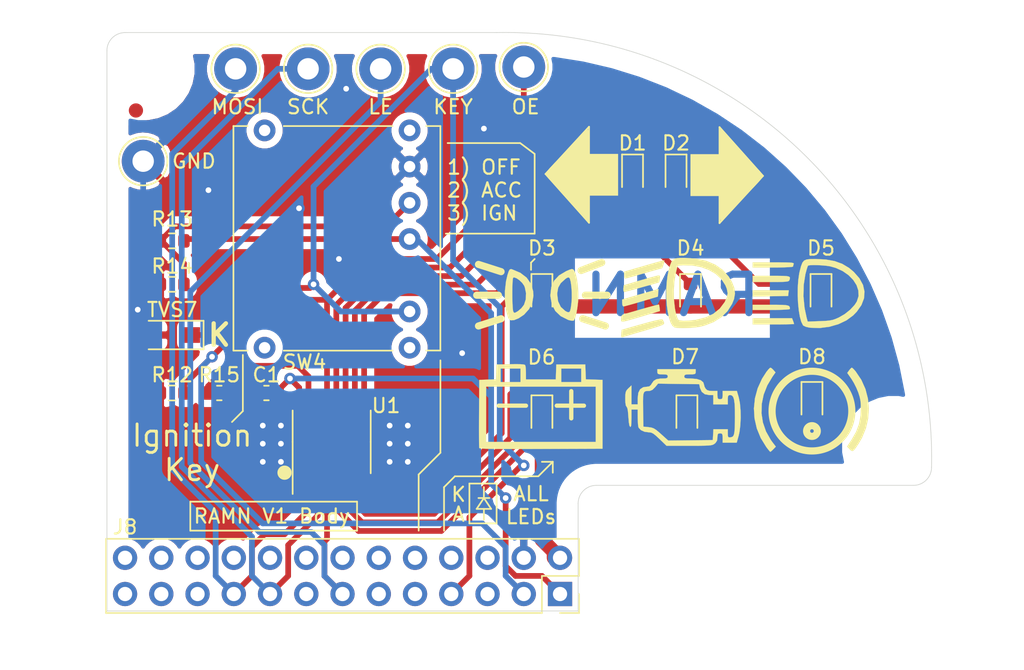
<source format=kicad_pcb>
(kicad_pcb (version 20171130) (host pcbnew "(5.1.9)-1")

  (general
    (thickness 1.6)
    (drawings 52)
    (tracks 215)
    (zones 0)
    (modules 36)
    (nets 38)
  )

  (page A4)
  (layers
    (0 F.Cu signal)
    (31 B.Cu signal)
    (32 B.Adhes user hide)
    (33 F.Adhes user hide)
    (34 B.Paste user hide)
    (35 F.Paste user hide)
    (36 B.SilkS user hide)
    (37 F.SilkS user)
    (38 B.Mask user hide)
    (39 F.Mask user hide)
    (40 Dwgs.User user hide)
    (41 Cmts.User user hide)
    (42 Eco1.User user hide)
    (43 Eco2.User user hide)
    (44 Edge.Cuts user)
    (45 Margin user hide)
    (46 B.CrtYd user hide)
    (47 F.CrtYd user)
    (48 B.Fab user hide)
    (49 F.Fab user hide)
  )

  (setup
    (last_trace_width 0.4)
    (trace_clearance 0.2)
    (zone_clearance 0.508)
    (zone_45_only no)
    (trace_min 0.2)
    (via_size 0.8)
    (via_drill 0.4)
    (via_min_size 0.4)
    (via_min_drill 0.3)
    (uvia_size 0.3)
    (uvia_drill 0.1)
    (uvias_allowed no)
    (uvia_min_size 0.2)
    (uvia_min_drill 0.1)
    (edge_width 0.05)
    (segment_width 0.2)
    (pcb_text_width 0.3)
    (pcb_text_size 1.5 1.5)
    (mod_edge_width 0.12)
    (mod_text_size 1 1)
    (mod_text_width 0.15)
    (pad_size 3 3)
    (pad_drill 1.5)
    (pad_to_mask_clearance 0)
    (aux_axis_origin 19.05 20.32)
    (visible_elements 7FFFFFFF)
    (pcbplotparams
      (layerselection 0x010e8_ffffffff)
      (usegerberextensions false)
      (usegerberattributes false)
      (usegerberadvancedattributes false)
      (creategerberjobfile false)
      (excludeedgelayer true)
      (linewidth 0.100000)
      (plotframeref false)
      (viasonmask false)
      (mode 1)
      (useauxorigin false)
      (hpglpennumber 1)
      (hpglpenspeed 20)
      (hpglpendiameter 15.000000)
      (psnegative false)
      (psa4output false)
      (plotreference true)
      (plotvalue true)
      (plotinvisibletext false)
      (padsonsilk false)
      (subtractmaskfromsilk false)
      (outputformat 4)
      (mirror false)
      (drillshape 0)
      (scaleselection 1)
      (outputdirectory "CAD/"))
  )

  (net 0 "")
  (net 1 GND)
  (net 2 /3V3_ECU)
  (net 3 +5V)
  (net 4 "Net-(D1-Pad1)")
  (net 5 "Net-(D2-Pad1)")
  (net 6 "Net-(D3-Pad1)")
  (net 7 "Net-(D4-Pad1)")
  (net 8 "Net-(D5-Pad1)")
  (net 9 "Net-(D6-Pad1)")
  (net 10 "Net-(D7-Pad1)")
  (net 11 "Net-(D8-Pad1)")
  (net 12 OE)
  (net 13 LE)
  (net 14 SCK)
  (net 15 MOSI)
  (net 16 "Net-(U1-Pad14)")
  (net 17 "Net-(J8-Pad5)")
  (net 18 "Net-(J8-Pad6)")
  (net 19 "Net-(J8-Pad9)")
  (net 20 "Net-(J8-Pad10)")
  (net 21 "Net-(J8-Pad11)")
  (net 22 "Net-(J8-Pad12)")
  (net 23 "Net-(J8-Pad14)")
  (net 24 "Net-(J8-Pad15)")
  (net 25 "Net-(J8-Pad16)")
  (net 26 "Net-(J8-Pad18)")
  (net 27 "Net-(J8-Pad20)")
  (net 28 "Net-(J8-Pad21)")
  (net 29 "Net-(J8-Pad22)")
  (net 30 "Net-(J8-Pad23)")
  (net 31 "Net-(J8-Pad24)")
  (net 32 "Net-(J8-Pad25)")
  (net 33 "Net-(J8-Pad26)")
  (net 34 "Net-(R15-Pad2)")
  (net 35 Key)
  (net 36 "Net-(J8-Pad8)")
  (net 37 "Net-(R13-Pad1)")

  (net_class Default "This is the default net class."
    (clearance 0.2)
    (trace_width 0.4)
    (via_dia 0.8)
    (via_drill 0.4)
    (uvia_dia 0.3)
    (uvia_drill 0.1)
    (add_net /3V3_ECU)
    (add_net GND)
    (add_net Key)
    (add_net LE)
    (add_net MOSI)
    (add_net "Net-(D1-Pad1)")
    (add_net "Net-(D2-Pad1)")
    (add_net "Net-(D3-Pad1)")
    (add_net "Net-(D4-Pad1)")
    (add_net "Net-(D5-Pad1)")
    (add_net "Net-(D6-Pad1)")
    (add_net "Net-(D7-Pad1)")
    (add_net "Net-(D8-Pad1)")
    (add_net "Net-(J8-Pad10)")
    (add_net "Net-(J8-Pad11)")
    (add_net "Net-(J8-Pad12)")
    (add_net "Net-(J8-Pad14)")
    (add_net "Net-(J8-Pad15)")
    (add_net "Net-(J8-Pad16)")
    (add_net "Net-(J8-Pad18)")
    (add_net "Net-(J8-Pad20)")
    (add_net "Net-(J8-Pad21)")
    (add_net "Net-(J8-Pad22)")
    (add_net "Net-(J8-Pad23)")
    (add_net "Net-(J8-Pad24)")
    (add_net "Net-(J8-Pad25)")
    (add_net "Net-(J8-Pad26)")
    (add_net "Net-(J8-Pad5)")
    (add_net "Net-(J8-Pad6)")
    (add_net "Net-(J8-Pad8)")
    (add_net "Net-(J8-Pad9)")
    (add_net "Net-(R13-Pad1)")
    (add_net "Net-(R15-Pad2)")
    (add_net "Net-(U1-Pad14)")
    (add_net OE)
    (add_net SCK)
  )

  (net_class +5V ""
    (clearance 0.2)
    (trace_width 1)
    (via_dia 0.8)
    (via_drill 0.4)
    (uvia_dia 0.3)
    (uvia_drill 0.1)
    (add_net +5V)
  )

  (module Fiducial:Fiducial_1mm_Mask2mm (layer F.Cu) (tedit 5C18CB26) (tstamp 60338874)
    (at 62.992 27.432)
    (descr "Circular Fiducial, 1mm bare copper, 2mm soldermask opening (Level A)")
    (tags fiducial)
    (path /6033B3C3)
    (attr smd)
    (fp_text reference FID3 (at 0 -2) (layer F.SilkS) hide
      (effects (font (size 1 1) (thickness 0.15)))
    )
    (fp_text value Fiducial (at 0 2) (layer F.Fab)
      (effects (font (size 1 1) (thickness 0.15)))
    )
    (fp_circle (center 0 0) (end 1 0) (layer F.Fab) (width 0.1))
    (fp_circle (center 0 0) (end 1.25 0) (layer F.CrtYd) (width 0.05))
    (fp_text user %R (at 0 0) (layer F.Fab)
      (effects (font (size 0.4 0.4) (thickness 0.06)))
    )
    (pad "" smd circle (at 0 0) (size 1 1) (layers F.Cu F.Mask)
      (solder_mask_margin 0.5) (clearance 0.5))
  )

  (module Fiducial:Fiducial_1mm_Mask2mm (layer F.Cu) (tedit 5C18CB26) (tstamp 60338457)
    (at 26.67 27.432)
    (descr "Circular Fiducial, 1mm bare copper, 2mm soldermask opening (Level A)")
    (tags fiducial)
    (path /6033AF7C)
    (attr smd)
    (fp_text reference FID2 (at 0 -2) (layer F.SilkS) hide
      (effects (font (size 1 1) (thickness 0.15)))
    )
    (fp_text value Fiducial (at 0 2) (layer F.Fab)
      (effects (font (size 1 1) (thickness 0.15)))
    )
    (fp_circle (center 0 0) (end 1 0) (layer F.Fab) (width 0.1))
    (fp_circle (center 0 0) (end 1.25 0) (layer F.CrtYd) (width 0.05))
    (fp_text user %R (at 0 0) (layer F.Fab)
      (effects (font (size 0.4 0.4) (thickness 0.06)))
    )
    (pad "" smd circle (at 0 0) (size 1 1) (layers F.Cu F.Mask)
      (solder_mask_margin 0.5) (clearance 0.5))
  )

  (module Fiducial:Fiducial_1mm_Mask2mm (layer F.Cu) (tedit 5C18CB26) (tstamp 6033844F)
    (at 26.67 53.721)
    (descr "Circular Fiducial, 1mm bare copper, 2mm soldermask opening (Level A)")
    (tags fiducial)
    (path /6033A131)
    (attr smd)
    (fp_text reference FID1 (at 0 -2) (layer F.SilkS) hide
      (effects (font (size 1 1) (thickness 0.15)))
    )
    (fp_text value Fiducial (at 0 2) (layer F.Fab)
      (effects (font (size 1 1) (thickness 0.15)))
    )
    (fp_circle (center 0 0) (end 1 0) (layer F.Fab) (width 0.1))
    (fp_circle (center 0 0) (end 1.25 0) (layer F.CrtYd) (width 0.05))
    (fp_text user %R (at 0 0) (layer F.Fab)
      (effects (font (size 0.4 0.4) (thickness 0.06)))
    )
    (pad "" smd circle (at 0 0) (size 1 1) (layers F.Cu F.Mask)
      (solder_mask_margin 0.5) (clearance 0.5))
  )

  (module TestPoint:TestPoint_Loop_D2.54mm_Drill1.5mm_Beaded (layer F.Cu) (tedit 5A0F774F) (tstamp 5DEF8980)
    (at 43.815 24.511)
    (descr "wire loop with bead as test point, loop diameter2.548mm, hole diameter 1.5mm")
    (tags "test point wire loop bead")
    (path /5DED6A60)
    (fp_text reference LE (at 0 2.667 180) (layer F.SilkS)
      (effects (font (size 1 1) (thickness 0.15)))
    )
    (fp_text value TestPoint (at 0 -2.8) (layer F.Fab)
      (effects (font (size 1 1) (thickness 0.15)))
    )
    (fp_line (start -1.3 -0.3) (end -1.3 0.3) (layer F.Fab) (width 0.12))
    (fp_line (start -1.3 0.3) (end 1.3 0.3) (layer F.Fab) (width 0.12))
    (fp_line (start 1.3 0.3) (end 1.3 -0.3) (layer F.Fab) (width 0.12))
    (fp_line (start 1.3 -0.3) (end -1.3 -0.3) (layer F.Fab) (width 0.12))
    (fp_circle (center 0 0) (end 2 0) (layer F.CrtYd) (width 0.05))
    (fp_circle (center 0 0) (end 1.7 0) (layer F.SilkS) (width 0.12))
    (fp_circle (center 0 0) (end 1.5 0) (layer F.Fab) (width 0.12))
    (fp_text user %R (at 0.7 2.5) (layer F.Fab)
      (effects (font (size 1 1) (thickness 0.15)))
    )
    (pad 1 thru_hole circle (at 0 0) (size 3 3) (drill 1.5) (layers *.Cu *.Mask)
      (net 13 LE))
    (model ${KISYS3DMOD}/TestPoint.3dshapes/TestPoint_Loop_D2.54mm_Drill1.5mm_Beaded.wrl
      (at (xyz 0 0 0))
      (scale (xyz 1 1 1))
      (rotate (xyz 0 0 0))
    )
  )

  (module TestPoint:TestPoint_Loop_D2.54mm_Drill1.5mm_Beaded (layer F.Cu) (tedit 602E4D6B) (tstamp 602ED99C)
    (at 27.178 30.988)
    (descr "wire loop with bead as test point, loop diameter2.548mm, hole diameter 1.5mm")
    (tags "test point wire loop bead")
    (path /5DEE04D4)
    (fp_text reference GND (at 3.556 0 180) (layer F.SilkS)
      (effects (font (size 1 1) (thickness 0.15)))
    )
    (fp_text value TestPoint (at 0 -2.8) (layer F.Fab)
      (effects (font (size 1 1) (thickness 0.15)))
    )
    (fp_line (start -1.3 -0.3) (end -1.3 0.3) (layer F.Fab) (width 0.12))
    (fp_line (start -1.3 0.3) (end 1.3 0.3) (layer F.Fab) (width 0.12))
    (fp_line (start 1.3 0.3) (end 1.3 -0.3) (layer F.Fab) (width 0.12))
    (fp_line (start 1.3 -0.3) (end -1.3 -0.3) (layer F.Fab) (width 0.12))
    (fp_circle (center 0 0) (end 2 0) (layer F.CrtYd) (width 0.05))
    (fp_circle (center 0 0) (end 1.7 0) (layer F.SilkS) (width 0.12))
    (fp_circle (center 0 0) (end 1.5 0) (layer F.Fab) (width 0.12))
    (fp_text user %R (at 0.7 2.5) (layer F.Fab)
      (effects (font (size 1 1) (thickness 0.15)))
    )
    (pad 1 thru_hole circle (at 0 0) (size 3 3) (drill 1.5) (layers *.Cu *.Mask)
      (net 1 GND))
    (model ${KISYS3DMOD}/TestPoint.3dshapes/TestPoint_Loop_D2.54mm_Drill1.5mm_Beaded.wrl
      (at (xyz 0 0 0))
      (scale (xyz 1 1 1))
      (rotate (xyz 0 0 0))
    )
  )

  (module custom:SK14EG13 (layer F.Cu) (tedit 602DD870) (tstamp 602F1AB0)
    (at 40.767 36.449)
    (path /602E3A27)
    (fp_text reference SW4 (at -2.286 8.636 180) (layer F.SilkS)
      (effects (font (size 1 1) (thickness 0.15)))
    )
    (fp_text value SK14EG13 (at 3.81 6.35 90) (layer F.Fab) hide
      (effects (font (size 1 1) (thickness 0.15)))
    )
    (fp_line (start -7.2644 -7.9248) (end -7.2644 7.8152) (layer F.SilkS) (width 0.12))
    (fp_line (start 7.2356 7.8152) (end 7.2356 -7.9248) (layer F.SilkS) (width 0.12))
    (fp_line (start -6.2738 7.8232) (end -7.2644 7.8232) (layer F.SilkS) (width 0.12))
    (fp_line (start 3.8862 7.8232) (end -3.7338 7.8232) (layer F.SilkS) (width 0.12))
    (fp_line (start 7.2356 7.8152) (end 6.245 7.8152) (layer F.SilkS) (width 0.12))
    (fp_line (start -6.2738 -7.9248) (end -7.2644 -7.9248) (layer F.SilkS) (width 0.12))
    (fp_line (start 3.8862 -7.9248) (end -3.7338 -7.9248) (layer F.SilkS) (width 0.12))
    (fp_line (start 7.2356 -7.9248) (end 6.245 -7.9248) (layer F.SilkS) (width 0.12))
    (fp_circle (center 0 0) (end 10 0) (layer F.CrtYd) (width 0.12))
    (pad "" thru_hole circle (at -5.08 -7.62) (size 1.524 1.524) (drill 0.8) (layers *.Cu *.Mask))
    (pad "" thru_hole circle (at -5.08 7.62) (size 1.524 1.524) (drill 0.8) (layers *.Cu *.Mask))
    (pad "" thru_hole circle (at 5.08 7.62) (size 1.524 1.524) (drill 0.8) (layers *.Cu *.Mask))
    (pad C1 thru_hole circle (at 5.08 5.08) (size 1.524 1.524) (drill 0.8) (layers *.Cu *.Mask)
      (net 35 Key))
    (pad 3 thru_hole circle (at 5.08 0) (size 1.524 1.524) (drill 0.8) (layers *.Cu *.Mask)
      (net 2 /3V3_ECU))
    (pad 2 thru_hole circle (at 5.08 -2.54) (size 1.524 1.524) (drill 0.8) (layers *.Cu *.Mask)
      (net 37 "Net-(R13-Pad1)"))
    (pad 1 thru_hole circle (at 5.08 -5.08) (size 1.524 1.524) (drill 0.8) (layers *.Cu *.Mask)
      (net 1 GND))
    (pad "" thru_hole circle (at 5.08 -7.62) (size 1.524 1.524) (drill 0.8) (layers *.Cu *.Mask))
    (model C:/Users/Camille/Desktop/KICAD/LIB/Licensed/NKKSWITCHES_SK14EG13/SK14EG13.stp
      (offset (xyz 0 0 1))
      (scale (xyz 1 1 1))
      (rotate (xyz -90 0 -90))
    )
  )

  (module drawings:drawing_parking_brake (layer F.Cu) (tedit 602E481F) (tstamp 602EC2C4)
    (at 74.168 48.514)
    (fp_text reference G*** (at -0.508 4.064) (layer F.SilkS) hide
      (effects (font (size 1.524 1.524) (thickness 0.3)))
    )
    (fp_text value LOGO (at 0.254 4.064) (layer F.SilkS) hide
      (effects (font (size 1.524 1.524) (thickness 0.3)))
    )
    (fp_poly (pts (xy 2.734342 -3.002339) (xy 2.84894 -2.884877) (xy 2.939468 -2.778126) (xy 3.334895 -2.189598)
      (xy 3.620641 -1.551081) (xy 3.796128 -0.877593) (xy 3.860773 -0.184154) (xy 3.813998 0.514216)
      (xy 3.655222 1.202496) (xy 3.383864 1.865669) (xy 3.135436 2.293558) (xy 2.961569 2.552663)
      (xy 2.83712 2.715402) (xy 2.743793 2.792853) (xy 2.66329 2.796091) (xy 2.577315 2.736192)
      (xy 2.512024 2.670939) (xy 2.335512 2.486701) (xy 2.662118 1.989475) (xy 2.973213 1.441721)
      (xy 3.175389 0.89793) (xy 3.27982 0.320744) (xy 3.300747 -0.146153) (xy 3.294119 -0.483056)
      (xy 3.270271 -0.744983) (xy 3.220983 -0.983638) (xy 3.138034 -1.250727) (xy 3.114312 -1.318833)
      (xy 2.985763 -1.630395) (xy 2.820479 -1.959637) (xy 2.652348 -2.239562) (xy 2.638246 -2.260029)
      (xy 2.347362 -2.676143) (xy 2.479755 -2.862072) (xy 2.58134 -2.985255) (xy 2.659032 -3.046499)
      (xy 2.667072 -3.048001) (xy 2.734342 -3.002339)) (layer F.SilkS) (width 0.01))
    (fp_poly (pts (xy -2.951252 -3.00386) (xy -2.837231 -2.896034) (xy -2.82363 -2.880537) (xy -2.679732 -2.713073)
      (xy -2.888016 -2.420162) (xy -3.256899 -1.802693) (xy -3.508872 -1.160101) (xy -3.643921 -0.504223)
      (xy -3.662031 0.153107) (xy -3.563188 0.800053) (xy -3.347377 1.424778) (xy -3.014584 2.015449)
      (xy -2.893635 2.18202) (xy -2.656931 2.49079) (xy -2.832596 2.674145) (xy -2.951732 2.789824)
      (xy -3.032659 2.852686) (xy -3.044006 2.856535) (xy -3.097039 2.808848) (xy -3.200713 2.685147)
      (xy -3.324393 2.52316) (xy -3.715756 1.888941) (xy -3.991071 1.216221) (xy -4.150348 0.518073)
      (xy -4.193596 -0.192431) (xy -4.120824 -0.902219) (xy -3.932043 -1.598219) (xy -3.627261 -2.267357)
      (xy -3.320619 -2.746375) (xy -3.191868 -2.908533) (xy -3.084813 -3.018025) (xy -3.034105 -3.048)
      (xy -2.951252 -3.00386)) (layer F.SilkS) (width 0.01))
    (fp_circle (center -0.127 1.397) (end 0 1.397) (layer F.SilkS) (width 0.5))
    (fp_circle (center -0.127 0) (end 2.667 0) (layer F.SilkS) (width 0.5))
  )

  (module Diode_SMD:D_SOD-123F (layer F.Cu) (tedit 587F7769) (tstamp 602E5181)
    (at 29.21 43.18 180)
    (descr D_SOD-123F)
    (tags D_SOD-123F)
    (path /602E185D)
    (attr smd)
    (fp_text reference TVS7 (at 0 1.778) (layer F.SilkS)
      (effects (font (size 1 1) (thickness 0.15)))
    )
    (fp_text value D_TVS (at 0 2.1) (layer F.Fab)
      (effects (font (size 1 1) (thickness 0.15)))
    )
    (fp_line (start -2.2 -1) (end -2.2 1) (layer F.SilkS) (width 0.12))
    (fp_line (start 0.25 0) (end 0.75 0) (layer F.Fab) (width 0.1))
    (fp_line (start 0.25 0.4) (end -0.35 0) (layer F.Fab) (width 0.1))
    (fp_line (start 0.25 -0.4) (end 0.25 0.4) (layer F.Fab) (width 0.1))
    (fp_line (start -0.35 0) (end 0.25 -0.4) (layer F.Fab) (width 0.1))
    (fp_line (start -0.35 0) (end -0.35 0.55) (layer F.Fab) (width 0.1))
    (fp_line (start -0.35 0) (end -0.35 -0.55) (layer F.Fab) (width 0.1))
    (fp_line (start -0.75 0) (end -0.35 0) (layer F.Fab) (width 0.1))
    (fp_line (start -1.4 0.9) (end -1.4 -0.9) (layer F.Fab) (width 0.1))
    (fp_line (start 1.4 0.9) (end -1.4 0.9) (layer F.Fab) (width 0.1))
    (fp_line (start 1.4 -0.9) (end 1.4 0.9) (layer F.Fab) (width 0.1))
    (fp_line (start -1.4 -0.9) (end 1.4 -0.9) (layer F.Fab) (width 0.1))
    (fp_line (start -2.2 -1.15) (end 2.2 -1.15) (layer F.CrtYd) (width 0.05))
    (fp_line (start 2.2 -1.15) (end 2.2 1.15) (layer F.CrtYd) (width 0.05))
    (fp_line (start 2.2 1.15) (end -2.2 1.15) (layer F.CrtYd) (width 0.05))
    (fp_line (start -2.2 -1.15) (end -2.2 1.15) (layer F.CrtYd) (width 0.05))
    (fp_line (start -2.2 1) (end 1.65 1) (layer F.SilkS) (width 0.12))
    (fp_line (start -2.2 -1) (end 1.65 -1) (layer F.SilkS) (width 0.12))
    (fp_text user %R (at -0.127 -1.905) (layer F.Fab)
      (effects (font (size 1 1) (thickness 0.15)))
    )
    (pad 2 smd rect (at 1.4 0 180) (size 1.1 1.1) (layers F.Cu F.Paste F.Mask)
      (net 1 GND))
    (pad 1 smd rect (at -1.4 0 180) (size 1.1 1.1) (layers F.Cu F.Paste F.Mask)
      (net 35 Key))
    (model ${KISYS3DMOD}/Diode_SMD.3dshapes/D_SOD-123F.wrl
      (at (xyz 0 0 0))
      (scale (xyz 1 1 1))
      (rotate (xyz 0 0 0))
    )
  )

  (module Resistor_SMD:R_0603_1608Metric (layer F.Cu) (tedit 5F68FEEE) (tstamp 602E5349)
    (at 29.21 39.624)
    (descr "Resistor SMD 0603 (1608 Metric), square (rectangular) end terminal, IPC_7351 nominal, (Body size source: IPC-SM-782 page 72, https://www.pcb-3d.com/wordpress/wp-content/uploads/ipc-sm-782a_amendment_1_and_2.pdf), generated with kicad-footprint-generator")
    (tags resistor)
    (path /602E5731)
    (attr smd)
    (fp_text reference R14 (at 0 -1.27) (layer F.SilkS)
      (effects (font (size 1 1) (thickness 0.15)))
    )
    (fp_text value 10k (at 0 1.43) (layer F.Fab)
      (effects (font (size 1 1) (thickness 0.15)))
    )
    (fp_line (start -0.8 0.4125) (end -0.8 -0.4125) (layer F.Fab) (width 0.1))
    (fp_line (start -0.8 -0.4125) (end 0.8 -0.4125) (layer F.Fab) (width 0.1))
    (fp_line (start 0.8 -0.4125) (end 0.8 0.4125) (layer F.Fab) (width 0.1))
    (fp_line (start 0.8 0.4125) (end -0.8 0.4125) (layer F.Fab) (width 0.1))
    (fp_line (start -0.237258 -0.5225) (end 0.237258 -0.5225) (layer F.SilkS) (width 0.12))
    (fp_line (start -0.237258 0.5225) (end 0.237258 0.5225) (layer F.SilkS) (width 0.12))
    (fp_line (start -1.48 0.73) (end -1.48 -0.73) (layer F.CrtYd) (width 0.05))
    (fp_line (start -1.48 -0.73) (end 1.48 -0.73) (layer F.CrtYd) (width 0.05))
    (fp_line (start 1.48 -0.73) (end 1.48 0.73) (layer F.CrtYd) (width 0.05))
    (fp_line (start 1.48 0.73) (end -1.48 0.73) (layer F.CrtYd) (width 0.05))
    (fp_text user %R (at 0 0) (layer F.Fab)
      (effects (font (size 0.4 0.4) (thickness 0.06)))
    )
    (pad 2 smd roundrect (at 0.825 0) (size 0.8 0.95) (layers F.Cu F.Paste F.Mask) (roundrect_rratio 0.25)
      (net 37 "Net-(R13-Pad1)"))
    (pad 1 smd roundrect (at -0.825 0) (size 0.8 0.95) (layers F.Cu F.Paste F.Mask) (roundrect_rratio 0.25)
      (net 1 GND))
    (model ${KISYS3DMOD}/Resistor_SMD.3dshapes/R_0603_1608Metric.wrl
      (at (xyz 0 0 0))
      (scale (xyz 1 1 1))
      (rotate (xyz 0 0 0))
    )
  )

  (module drawings:drawing_battery (layer F.Cu) (tedit 5FC72E20) (tstamp 5FC81EB3)
    (at 55.0164 48.26)
    (fp_text reference G*** (at 5.08 4.318) (layer F.SilkS) hide
      (effects (font (size 1.524 1.524) (thickness 0.3)))
    )
    (fp_text value LOGO (at 0 4.064) (layer F.SilkS) hide
      (effects (font (size 1.524 1.524) (thickness 0.3)))
    )
    (fp_line (start 2.159 0.762) (end 2.159 -1.143) (layer F.SilkS) (width 0.3))
    (fp_line (start 1.143 -0.127) (end 3.048 -0.127) (layer F.SilkS) (width 0.3))
    (fp_line (start -2.921 -0.127) (end -1.016 -0.127) (layer F.SilkS) (width 0.3))
    (fp_poly (pts (xy -1.410733 -3.034308) (xy -1.218778 -3.02108) (xy -1.108797 -2.99765) (xy -1.069404 -2.970339)
      (xy -1.043859 -2.869802) (xy -1.025132 -2.681711) (xy -1.017041 -2.445476) (xy -1.016973 -2.428875)
      (xy -1.016 -1.9685) (xy 1.074363 -1.9685) (xy 1.092806 -2.492375) (xy 1.101189 -2.7305)
      (xy 1.4605 -2.7305) (xy 1.4605 -1.778) (xy 2.8575 -1.778) (xy 2.8575 -2.7305)
      (xy 1.4605 -2.7305) (xy 1.101189 -2.7305) (xy 1.11125 -3.01625) (xy 3.14325 -3.01625)
      (xy 3.161655 -2.494725) (xy 3.18006 -1.973199) (xy 3.764905 -1.954975) (xy 4.34975 -1.93675)
      (xy 4.34975 2.88925) (xy 0.045802 2.905569) (xy -0.830791 2.908453) (xy -1.588013 2.909911)
      (xy -2.23349 2.909831) (xy -2.774845 2.908101) (xy -3.2197 2.904609) (xy -3.57568 2.899242)
      (xy -3.850409 2.891889) (xy -4.051509 2.882437) (xy -4.186604 2.870775) (xy -4.263319 2.856789)
      (xy -4.288871 2.841818) (xy -4.295418 2.761992) (xy -4.3006 2.569791) (xy -4.304333 2.279832)
      (xy -4.306532 1.906735) (xy -4.307113 1.465115) (xy -4.30599 0.969593) (xy -4.303081 0.434786)
      (xy -4.302924 0.412498) (xy -4.289631 -1.4605) (xy -3.81 -1.4605) (xy -3.81 2.413)
      (xy 3.8735 2.413) (xy 3.8735 -1.4605) (xy -3.81 -1.4605) (xy -4.289631 -1.4605)
      (xy -4.28625 -1.93675) (xy -3.701406 -1.954975) (xy -3.116561 -1.973199) (xy -3.098156 -2.494725)
      (xy -3.089835 -2.7305) (xy -2.794 -2.7305) (xy -2.794 -1.778) (xy -1.397 -1.778)
      (xy -1.397 -2.7305) (xy -2.794 -2.7305) (xy -3.089835 -2.7305) (xy -3.07975 -3.01625)
      (xy -2.100307 -3.033839) (xy -1.699597 -3.038254) (xy -1.410733 -3.034308)) (layer F.SilkS) (width 0.01))
  )

  (module drawings:drawing_PL (layer F.Cu) (tedit 5FC72DA2) (tstamp 5FC81081)
    (at 55.118 40.386)
    (fp_text reference G*** (at 8.255 13.462) (layer F.SilkS) hide
      (effects (font (size 1.524 1.524) (thickness 0.3)))
    )
    (fp_text value LOGO (at 11.049 13.208) (layer F.SilkS) hide
      (effects (font (size 1.524 1.524) (thickness 0.3)))
    )
    (fp_line (start -4.445 2.159) (end -2.859812 1.651) (layer F.SilkS) (width 0.5))
    (fp_poly (pts (xy -2.090954 -1.814454) (xy -1.510085 -1.568957) (xy -1.069042 -1.230988) (xy -0.770068 -0.803313)
      (xy -0.615407 -0.2887) (xy -0.592666 0.033709) (xy -0.67354 0.520611) (xy -0.901059 0.976212)
      (xy -1.252566 1.365828) (xy -1.62646 1.616421) (xy -1.956541 1.751327) (xy -2.18777 1.759858)
      (xy -2.33508 1.641047) (xy -2.36996 1.568191) (xy -2.517627 1.016311) (xy -2.591275 0.368815)
      (xy -2.590358 -0.179032) (xy -2.072938 -0.179032) (xy -2.070265 0.2146) (xy -2.060857 0.582565)
      (xy -2.044787 0.885895) (xy -2.022128 1.08562) (xy -2.010404 1.129876) (xy -1.958927 1.225014)
      (xy -1.883119 1.232483) (xy -1.731366 1.14965) (xy -1.672548 1.112647) (xy -1.441759 0.915385)
      (xy -1.256751 0.674326) (xy -1.249643 0.661425) (xy -1.129726 0.287755) (xy -1.112335 -0.143375)
      (xy -1.197511 -0.55463) (xy -1.248965 -0.674453) (xy -1.386208 -0.868935) (xy -1.576876 -1.050868)
      (xy -1.777126 -1.188403) (xy -1.943118 -1.249691) (xy -2.014821 -1.230812) (xy -2.039817 -1.124219)
      (xy -2.057787 -0.887411) (xy -2.068803 -0.559358) (xy -2.072938 -0.179032) (xy -2.590358 -0.179032)
      (xy -2.590126 -0.317235) (xy -2.5134 -0.984779) (xy -2.410772 -1.422429) (xy -2.326492 -1.678294)
      (xy -2.253715 -1.80318) (xy -2.164876 -1.830874) (xy -2.090954 -1.814454)) (layer F.SilkS) (width 0.01))
    (fp_poly (pts (xy 2.196363 -1.803868) (xy 2.254638 -1.73498) (xy 2.365109 -1.495765) (xy 2.455994 -1.127722)
      (xy 2.520703 -0.670856) (xy 2.552648 -0.165171) (xy 2.554389 0.084667) (xy 2.532394 0.498027)
      (xy 2.481673 0.915068) (xy 2.410316 1.293893) (xy 2.326414 1.592604) (xy 2.238056 1.769304)
      (xy 2.226842 1.780965) (xy 2.111706 1.794059) (xy 1.905956 1.751173) (xy 1.828015 1.725804)
      (xy 1.315913 1.467943) (xy 0.938571 1.10787) (xy 0.698372 0.648966) (xy 0.597699 0.094612)
      (xy 0.594526 -0.024539) (xy 0.599841 -0.070085) (xy 1.073129 -0.070085) (xy 1.133391 0.427283)
      (xy 1.322297 0.821451) (xy 1.631746 1.102324) (xy 1.79717 1.189727) (xy 1.907096 1.195164)
      (xy 1.978813 1.096424) (xy 2.029612 0.871296) (xy 2.072422 0.536221) (xy 2.094224 0.182834)
      (xy 2.090351 -0.212202) (xy 2.06449 -0.599679) (xy 2.020331 -0.930391) (xy 1.961559 -1.155131)
      (xy 1.942865 -1.192563) (xy 1.86798 -1.25439) (xy 1.748249 -1.212057) (xy 1.639138 -1.136174)
      (xy 1.319317 -0.843388) (xy 1.140059 -0.527362) (xy 1.074745 -0.137956) (xy 1.073129 -0.070085)
      (xy 0.599841 -0.070085) (xy 0.658182 -0.569953) (xy 0.858191 -1.021589) (xy 1.201332 -1.38945)
      (xy 1.694388 -1.683539) (xy 1.730218 -1.699645) (xy 1.973768 -1.802145) (xy 2.112893 -1.83579)
      (xy 2.196363 -1.803868)) (layer F.SilkS) (width 0.01))
    (fp_line (start 2.745044 -1.731911) (end 4.191 -2.286) (layer F.SilkS) (width 0.5))
    (fp_line (start 3.048 0) (end 4.572 0) (layer F.SilkS) (width 0.5))
    (fp_line (start 4.445 2.159) (end 2.859812 1.651) (layer F.SilkS) (width 0.5))
    (fp_line (start -3.048 0) (end -4.572 0) (layer F.SilkS) (width 0.5))
    (fp_line (start -4.445 -2.159) (end -2.859812 -1.651) (layer F.SilkS) (width 0.5))
  )

  (module drawings:drawing_turn (layer F.Cu) (tedit 5FC72703) (tstamp 5FC81215)
    (at 58.166 32.004 180)
    (fp_text reference G*** (at -6.604 -22.479 180) (layer F.SilkS) hide
      (effects (font (size 1.524 1.524) (thickness 0.3)))
    )
    (fp_text value LOGO (at -5.08 -21.971 180) (layer F.SilkS) hide
      (effects (font (size 1.524 1.524) (thickness 0.3)))
    )
    (fp_line (start 2.794 0.11789) (end -0.254 3.429) (layer F.SilkS) (width 0.12))
    (fp_line (start -0.254 -3.302) (end 2.794 0.11789) (layer F.SilkS) (width 0.12))
    (fp_line (start -0.254 3.429) (end -0.254 -3.302) (layer F.SilkS) (width 0.12))
    (fp_poly (pts (xy -0.127 -3.168689) (xy 0.080073 -2.857487) (xy 0.427928 -2.476513) (xy 0.889 -2.032)
      (xy 1.27 -1.524) (xy 1.840946 -0.989489) (xy 2.223054 -0.534511) (xy 2.536949 -0.242855)
      (xy 2.73551 0.017296) (xy 2.794 0.11789) (xy 2.713033 0.248068) (xy 2.489477 0.531925)
      (xy 2.152346 0.889) (xy 1.730655 1.27) (xy 1.140884 1.905) (xy 0.637117 2.413)
      (xy 0.248371 2.921) (xy 0.150504 3.048) (xy -0.230653 3.302) (xy -0.127 3.283044)
      (xy -0.207305 3.175) (xy -0.254 2.737051) (xy -0.254 2.503714) (xy -0.254 1.524)
      (xy -2.286 1.524) (xy -2.286 -1.397) (xy -0.254 -1.397) (xy -0.254 -2.360084)
      (xy -0.241275 -2.811094) (xy -0.207562 -3.13702) (xy -0.159557 -3.27971) (xy -0.192028 -3.280835)
      (xy -0.127 -3.175)) (layer F.SilkS) (width 0.01))
  )

  (module drawings:drawing_turn (layer F.Cu) (tedit 5FC72703) (tstamp 602EBA8E)
    (at 67.818 31.9024)
    (fp_text reference G*** (at 0 22.606 -180) (layer F.SilkS) hide
      (effects (font (size 1.524 1.524) (thickness 0.3)))
    )
    (fp_text value LOGO (at -2.032 22.606 -180) (layer F.SilkS) hide
      (effects (font (size 1.524 1.524) (thickness 0.3)))
    )
    (fp_line (start 2.794 0.11789) (end -0.254 3.429) (layer F.SilkS) (width 0.12))
    (fp_line (start -0.254 -3.302) (end 2.794 0.11789) (layer F.SilkS) (width 0.12))
    (fp_line (start -0.254 3.429) (end -0.254 -3.302) (layer F.SilkS) (width 0.12))
    (fp_poly (pts (xy -0.127 -3.168689) (xy 0.080073 -2.857487) (xy 0.427928 -2.476513) (xy 0.889 -2.032)
      (xy 1.27 -1.524) (xy 1.840946 -0.989489) (xy 2.223054 -0.534511) (xy 2.536949 -0.242855)
      (xy 2.73551 0.017296) (xy 2.794 0.11789) (xy 2.713033 0.248068) (xy 2.489477 0.531925)
      (xy 2.152346 0.889) (xy 1.730655 1.27) (xy 1.140884 1.905) (xy 0.637117 2.413)
      (xy 0.248371 2.921) (xy 0.150504 3.048) (xy -0.230653 3.302) (xy -0.127 3.283044)
      (xy -0.207305 3.175) (xy -0.254 2.737051) (xy -0.254 2.503714) (xy -0.254 1.524)
      (xy -2.286 1.524) (xy -2.286 -1.397) (xy -0.254 -1.397) (xy -0.254 -2.360084)
      (xy -0.241275 -2.811094) (xy -0.207562 -3.13702) (xy -0.159557 -3.27971) (xy -0.192028 -3.280835)
      (xy -0.127 -3.175)) (layer F.SilkS) (width 0.01))
  )

  (module drawings:drawing_LB (layer F.Cu) (tedit 0) (tstamp 602EBA24)
    (at 64.516 40.2336)
    (fp_text reference G*** (at 1.27 13.335) (layer F.SilkS) hide
      (effects (font (size 1.524 1.524) (thickness 0.3)))
    )
    (fp_text value LOGO (at 1.016 13.589) (layer F.SilkS) hide
      (effects (font (size 1.524 1.524) (thickness 0.3)))
    )
    (fp_poly (pts (xy -0.951166 1.85462) (xy -0.878481 1.977179) (xy -0.841771 2.074034) (xy -0.834977 2.127601)
      (xy -0.861021 2.17663) (xy -0.937027 2.228177) (xy -1.080118 2.289298) (xy -1.307416 2.367047)
      (xy -1.636044 2.468479) (xy -2.083125 2.600651) (xy -2.209475 2.637591) (xy -2.64553 2.765442)
      (xy -3.038701 2.881685) (xy -3.365921 2.979422) (xy -3.604122 3.051755) (xy -3.730238 3.091786)
      (xy -3.739389 3.09508) (xy -3.813581 3.100807) (xy -3.839707 3.019443) (xy -3.8331 2.859546)
      (xy -3.81 2.579188) (xy -2.41258 2.182642) (xy -1.908715 2.043952) (xy -1.498611 1.939983)
      (xy -1.194115 1.873395) (xy -1.007072 1.846847) (xy -0.951166 1.85462)) (layer F.SilkS) (width 0.01))
    (fp_poly (pts (xy 1.417928 -2.411251) (xy 2.130862 -2.251157) (xy 2.749546 -1.987993) (xy 3.269863 -1.623862)
      (xy 3.687698 -1.160868) (xy 3.91754 -0.777996) (xy 4.085628 -0.353509) (xy 4.133763 0.035421)
      (xy 4.062277 0.431854) (xy 3.929414 0.762) (xy 3.608604 1.270609) (xy 3.172475 1.698672)
      (xy 2.630848 2.039171) (xy 1.993545 2.285088) (xy 1.693439 2.359814) (xy 1.396817 2.406186)
      (xy 1.03623 2.438575) (xy 0.656886 2.455527) (xy 0.303991 2.455589) (xy 0.022753 2.437307)
      (xy -0.091701 2.417213) (xy -0.244621 2.306507) (xy -0.378533 2.072892) (xy -0.49117 1.737632)
      (xy -0.580269 1.321992) (xy -0.643564 0.847236) (xy -0.678789 0.334629) (xy -0.683436 -0.168314)
      (xy -0.156739 -0.168314) (xy -0.142794 0.489137) (xy -0.073285 1.101533) (xy -0.037829 1.2847)
      (xy 0.04823 1.625321) (xy 0.129432 1.830925) (xy 0.209325 1.911282) (xy 0.487886 1.946731)
      (xy 0.872893 1.938966) (xy 1.3325 1.888839) (xy 1.394106 1.87956) (xy 2.054311 1.718535)
      (xy 2.610863 1.456578) (xy 3.063229 1.094017) (xy 3.410878 0.631183) (xy 3.412633 0.628128)
      (xy 3.568306 0.298662) (xy 3.616379 0.007974) (xy 3.558883 -0.296591) (xy 3.457822 -0.544286)
      (xy 3.181748 -0.969826) (xy 2.790951 -1.330672) (xy 2.304813 -1.617638) (xy 1.742722 -1.821541)
      (xy 1.12406 -1.933194) (xy 0.500757 -1.945407) (xy 0.111728 -1.923143) (xy -0.019583 -1.378857)
      (xy -0.115532 -0.81094) (xy -0.156739 -0.168314) (xy -0.683436 -0.168314) (xy -0.683679 -0.194564)
      (xy -0.65597 -0.71908) (xy -0.593396 -1.217652) (xy -0.517533 -1.580331) (xy -0.416313 -1.948459)
      (xy -0.315243 -2.197595) (xy -0.184809 -2.350829) (xy 0.004505 -2.431248) (xy 0.282211 -2.461941)
      (xy 0.614862 -2.466169) (xy 1.417928 -2.411251)) (layer F.SilkS) (width 0.01))
    (fp_poly (pts (xy -1.172307 0.89288) (xy -1.148506 1.049759) (xy -1.124857 1.263864) (xy -2.286 1.608014)
      (xy -2.792063 1.758328) (xy -3.175456 1.870913) (xy -3.453107 1.947768) (xy -3.641947 1.990893)
      (xy -3.758906 2.002286) (xy -3.820911 1.983946) (xy -3.844895 1.937871) (xy -3.847785 1.866061)
      (xy -3.846286 1.79223) (xy -3.817331 1.59383) (xy -3.723447 1.506171) (xy -3.719286 1.504938)
      (xy -3.609614 1.473497) (xy -3.386497 1.409267) (xy -3.07593 1.319741) (xy -2.703908 1.212412)
      (xy -2.407636 1.126886) (xy -2.016783 1.015857) (xy -1.677253 0.922887) (xy -1.412288 0.854057)
      (xy -1.245127 0.815447) (xy -1.19757 0.810239) (xy -1.172307 0.89288)) (layer F.SilkS) (width 0.01))
    (fp_poly (pts (xy -1.27 0.25092) (xy -2.431143 0.595856) (xy -2.823638 0.710979) (xy -3.170578 0.809962)
      (xy -3.446782 0.885843) (xy -3.62707 0.931656) (xy -3.683 0.94211) (xy -3.748463 0.877541)
      (xy -3.773704 0.703269) (xy -3.773714 0.698833) (xy -3.773714 0.454237) (xy -2.993572 0.226718)
      (xy -2.612677 0.11595) (xy -2.222283 0.002943) (xy -1.879517 -0.095789) (xy -1.719425 -0.141607)
      (xy -1.225422 -0.282412) (xy -1.27 0.25092)) (layer F.SilkS) (width 0.01))
    (fp_poly (pts (xy -1.135424 -1.207189) (xy -1.120889 -1.103047) (xy -1.137096 -0.997857) (xy -1.169651 -0.835199)
      (xy -1.188948 -0.75422) (xy -1.18971 -0.752723) (xy -1.261394 -0.727551) (xy -1.445426 -0.672229)
      (xy -1.714045 -0.594493) (xy -2.039488 -0.502078) (xy -2.393993 -0.402722) (xy -2.749797 -0.30416)
      (xy -3.079139 -0.214128) (xy -3.354256 -0.140362) (xy -3.547386 -0.090599) (xy -3.630552 -0.072571)
      (xy -3.680671 -0.136217) (xy -3.688437 -0.298569) (xy -3.687598 -0.30778) (xy -3.664857 -0.542989)
      (xy -2.503714 -0.887685) (xy -2.108064 -1.003025) (xy -1.754807 -1.102049) (xy -1.470059 -1.177746)
      (xy -1.279934 -1.223104) (xy -1.217386 -1.233047) (xy -1.135424 -1.207189)) (layer F.SilkS) (width 0.01))
    (fp_poly (pts (xy -0.819447 -2.295066) (xy -0.824239 -2.221274) (xy -0.859721 -2.071141) (xy -0.909125 -1.903106)
      (xy -0.955682 -1.775609) (xy -0.978225 -1.741714) (xy -1.053516 -1.722473) (xy -1.245471 -1.669038)
      (xy -1.531414 -1.587844) (xy -1.888669 -1.485328) (xy -2.256886 -1.378857) (xy -2.662109 -1.262227)
      (xy -3.019416 -1.16116) (xy -3.305365 -1.082145) (xy -3.496515 -1.031668) (xy -3.568072 -1.016)
      (xy -3.608881 -1.079603) (xy -3.628309 -1.234985) (xy -3.628572 -1.257484) (xy -3.628572 -1.498968)
      (xy -2.232623 -1.905631) (xy -1.807518 -2.028414) (xy -1.432866 -2.134608) (xy -1.129821 -2.218383)
      (xy -0.919537 -2.273909) (xy -0.823169 -2.295357) (xy -0.819447 -2.295066)) (layer F.SilkS) (width 0.01))
  )

  (module drawings:drawing_engine (layer F.Cu) (tedit 0) (tstamp 5FC80FB9)
    (at 65.024 48.26)
    (fp_text reference G*** (at 0 3.937) (layer F.SilkS) hide
      (effects (font (size 1.524 1.524) (thickness 0.3)))
    )
    (fp_text value LOGO (at 0.254 3.937) (layer F.SilkS) hide
      (effects (font (size 1.524 1.524) (thickness 0.3)))
    )
    (fp_poly (pts (xy 0.870857 -2.503714) (xy 0.860496 -2.399806) (xy 0.805734 -2.345702) (xy 0.671054 -2.325258)
      (xy 0.471714 -2.322286) (xy 0.24105 -2.315986) (xy 0.120887 -2.288748) (xy 0.076828 -2.228063)
      (xy 0.072571 -2.177143) (xy 0.08653 -2.100275) (xy 0.149275 -2.056544) (xy 0.292114 -2.036831)
      (xy 0.546352 -2.032015) (xy 0.570784 -2.032) (xy 0.946264 -1.999491) (xy 1.229126 -1.907364)
      (xy 1.402572 -1.763716) (xy 1.451428 -1.607452) (xy 1.491522 -1.455858) (xy 1.564401 -1.322433)
      (xy 1.668373 -1.219654) (xy 1.823122 -1.171613) (xy 2.036115 -1.161143) (xy 2.394857 -1.161143)
      (xy 2.394857 -0.870857) (xy 2.40476 -0.683831) (xy 2.451469 -0.600705) (xy 2.560486 -0.580675)
      (xy 2.576286 -0.580572) (xy 2.693177 -0.596416) (xy 2.745131 -0.67115) (xy 2.757649 -0.845577)
      (xy 2.757714 -0.870857) (xy 2.757714 -1.161143) (xy 3.755852 -1.161143) (xy 3.887957 -0.707571)
      (xy 3.968359 -0.308558) (xy 4.013494 0.182666) (xy 4.023469 0.717545) (xy 3.998394 1.247522)
      (xy 3.938376 1.724042) (xy 3.881946 1.977571) (xy 3.7459 2.467428) (xy 2.757714 2.467428)
      (xy 2.757714 2.140857) (xy 2.750194 1.939337) (xy 2.713232 1.843858) (xy 2.625221 1.815533)
      (xy 2.576286 1.814286) (xy 2.458612 1.830525) (xy 2.406862 1.906632) (xy 2.394882 2.083694)
      (xy 2.394857 2.099304) (xy 2.366332 2.327006) (xy 2.260773 2.485668) (xy 2.203642 2.534733)
      (xy 2.133251 2.584023) (xy 2.050809 2.621207) (xy 1.936176 2.647981) (xy 1.769214 2.666041)
      (xy 1.529782 2.677086) (xy 1.197743 2.682811) (xy 0.752956 2.684914) (xy 0.418585 2.685143)
      (xy -1.175255 2.685143) (xy -1.663866 2.213428) (xy -1.907142 1.985753) (xy -2.083118 1.844662)
      (xy -2.223394 1.770504) (xy -2.35957 1.743629) (xy -2.422414 1.741714) (xy -2.722464 1.699675)
      (xy -2.968821 1.586966) (xy -3.122966 1.423697) (xy -3.146642 1.363621) (xy -3.16909 1.208993)
      (xy -3.185416 0.962193) (xy -3.192141 0.676165) (xy -3.192152 0.671286) (xy -3.193143 0.145143)
      (xy -3.628572 0.145143) (xy -3.628571 0.768048) (xy -3.634267 1.084652) (xy -3.653216 1.274757)
      (xy -3.688214 1.356631) (xy -3.719286 1.36102) (xy -3.773606 1.268965) (xy -3.815972 1.033169)
      (xy -3.846218 0.654555) (xy -3.846286 0.653288) (xy -3.876492 0.274363) (xy -3.918818 0.038091)
      (xy -3.973084 -0.054522) (xy -3.973286 -0.05459) (xy -4.028185 -0.14241) (xy -4.057822 -0.3644)
      (xy -4.064 -0.609327) (xy -4.059252 -0.888728) (xy -4.036046 -1.068347) (xy -3.980939 -1.193455)
      (xy -3.88049 -1.309328) (xy -3.846286 -1.342572) (xy -3.628572 -1.551155) (xy -3.628572 -0.217714)
      (xy -3.193143 -0.217714) (xy -3.193143 -0.430557) (xy -2.821146 -0.430557) (xy -2.816596 -0.006736)
      (xy -2.814002 0.150574) (xy -2.794 1.342571) (xy -2.423125 1.379917) (xy -2.23196 1.408528)
      (xy -2.071817 1.46441) (xy -1.90461 1.568909) (xy -1.692252 1.74337) (xy -1.552268 1.867988)
      (xy -1.052286 2.318713) (xy 0.508 2.302356) (xy 2.068286 2.286) (xy 2.112156 1.524)
      (xy 3.120571 1.524) (xy 3.120571 1.819106) (xy 3.128239 2.006083) (xy 3.169432 2.085802)
      (xy 3.271437 2.096013) (xy 3.317273 2.091249) (xy 3.420814 2.066617) (xy 3.497338 2.007429)
      (xy 3.551052 1.894266) (xy 3.586163 1.707707) (xy 3.606878 1.428332) (xy 3.617402 1.036719)
      (xy 3.620933 0.689429) (xy 3.617835 0.152209) (xy 3.598396 -0.254909) (xy 3.559634 -0.54635)
      (xy 3.49857 -0.736538) (xy 3.412224 -0.839898) (xy 3.298589 -0.870857) (xy 3.188669 -0.856803)
      (xy 3.136591 -0.788774) (xy 3.121203 -0.627971) (xy 3.120571 -0.544286) (xy 3.120571 -0.217714)
      (xy 2.104571 -0.217714) (xy 2.104571 -0.870857) (xy 1.822325 -0.870857) (xy 1.513065 -0.92891)
      (xy 1.293449 -1.098557) (xy 1.172132 -1.373028) (xy 1.17055 -1.380603) (xy 1.119011 -1.632857)
      (xy -0.323683 -1.652575) (xy -1.766376 -1.672294) (xy -1.977043 -1.416718) (xy -2.156307 -1.2391)
      (xy -2.332513 -1.166418) (xy -2.418284 -1.160032) (xy -2.566465 -1.155549) (xy -2.674277 -1.130572)
      (xy -2.747685 -1.065343) (xy -2.792656 -0.940103) (xy -2.815154 -0.735093) (xy -2.821146 -0.430557)
      (xy -3.193143 -0.430557) (xy -3.193143 -0.656442) (xy -3.151494 -1.025592) (xy -3.024884 -1.278547)
      (xy -2.810816 -1.41855) (xy -2.581448 -1.451429) (xy -2.38715 -1.476639) (xy -2.266467 -1.578368)
      (xy -2.214541 -1.666992) (xy -2.075234 -1.865963) (xy -1.888199 -1.980174) (xy -1.616034 -2.027629)
      (xy -1.4562 -2.032) (xy -1.236815 -2.039441) (xy -1.126718 -2.071105) (xy -1.090413 -2.141007)
      (xy -1.088572 -2.177143) (xy -1.107676 -2.2642) (xy -1.188764 -2.307619) (xy -1.3675 -2.321665)
      (xy -1.451429 -2.322286) (xy -1.666781 -2.328168) (xy -1.774215 -2.358187) (xy -1.810848 -2.430903)
      (xy -1.814286 -2.503714) (xy -1.814286 -2.685143) (xy 0.870857 -2.685143) (xy 0.870857 -2.503714)) (layer F.SilkS) (width 0.01))
  )

  (module drawings:drawing_HB (layer F.Cu) (tedit 0) (tstamp 5FC80EEF)
    (at 73.66 40.259)
    (fp_text reference G*** (at 0 13.589) (layer F.SilkS) hide
      (effects (font (size 1.524 1.524) (thickness 0.3)))
    )
    (fp_text value LOGO (at 0.254 13.589) (layer F.SilkS) hide
      (effects (font (size 1.524 1.524) (thickness 0.3)))
    )
    (fp_poly (pts (xy -1.817504 -2.176118) (xy -1.44809 -2.172093) (xy -1.188747 -2.163648) (xy -1.021946 -2.14936)
      (xy -0.930153 -2.127807) (xy -0.895839 -2.097567) (xy -0.899379 -2.06235) (xy -0.938538 -1.92409)
      (xy -0.943429 -1.880922) (xy -1.012808 -1.859318) (xy -1.208218 -1.840953) (xy -1.510564 -1.826727)
      (xy -1.900752 -1.817538) (xy -2.358571 -1.814286) (xy -3.773714 -1.814286) (xy -3.773714 -2.177143)
      (xy -2.314521 -2.177143) (xy -1.817504 -2.176118)) (layer F.SilkS) (width 0.01))
    (fp_poly (pts (xy -1.988122 -1.232817) (xy -1.636505 -1.227171) (xy -1.395126 -1.212341) (xy -1.246534 -1.183896)
      (xy -1.173275 -1.137401) (xy -1.157898 -1.068424) (xy -1.182949 -0.972531) (xy -1.205193 -0.913078)
      (xy -1.238944 -0.870936) (xy -1.316256 -0.840333) (xy -1.457048 -0.819518) (xy -1.681236 -0.806741)
      (xy -2.00874 -0.800251) (xy -2.459477 -0.798299) (xy -2.511479 -0.798286) (xy -3.773714 -0.798286)
      (xy -3.773714 -1.233714) (xy -2.467429 -1.233714) (xy -1.988122 -1.232817)) (layer F.SilkS) (width 0.01))
    (fp_poly (pts (xy -1.264831 -0.018143) (xy -1.286045 0.181429) (xy -2.52988 0.201285) (xy -3.773714 0.221142)
      (xy -3.773714 -0.217714) (xy -1.243616 -0.217714) (xy -1.264831 -0.018143)) (layer F.SilkS) (width 0.01))
    (fp_poly (pts (xy -2.038214 0.799636) (xy -1.690708 0.806521) (xy -1.44958 0.823192) (xy -1.295451 0.853899)
      (xy -1.208943 0.902895) (xy -1.170674 0.974431) (xy -1.161267 1.072757) (xy -1.161143 1.094507)
      (xy -1.230325 1.116787) (xy -1.424355 1.135612) (xy -1.722957 1.149949) (xy -2.105856 1.158762)
      (xy -2.467429 1.161143) (xy -3.773714 1.161143) (xy -3.773714 0.798286) (xy -2.511479 0.798286)
      (xy -2.038214 0.799636)) (layer F.SilkS) (width 0.01))
    (fp_poly (pts (xy -0.941632 1.927867) (xy -0.889517 2.075203) (xy -0.870857 2.145581) (xy -0.939807 2.155174)
      (xy -1.132173 2.163593) (xy -1.42623 2.170366) (xy -1.800252 2.17502) (xy -2.232516 2.177083)
      (xy -2.322286 2.177143) (xy -3.773714 2.177143) (xy -3.773714 1.741714) (xy -1.012408 1.741714)
      (xy -0.941632 1.927867)) (layer F.SilkS) (width 0.01))
    (fp_poly (pts (xy 1.345035 -2.376355) (xy 1.963996 -2.266099) (xy 2.500174 -2.072862) (xy 2.976381 -1.788986)
      (xy 3.312462 -1.507687) (xy 3.706965 -1.057871) (xy 3.957704 -0.594438) (xy 4.064768 -0.123057)
      (xy 4.02825 0.350602) (xy 3.84824 0.820869) (xy 3.524829 1.282073) (xy 3.263404 1.550778)
      (xy 2.794912 1.894509) (xy 2.230329 2.161009) (xy 1.601566 2.34148) (xy 0.94053 2.427121)
      (xy 0.279131 2.409135) (xy 0.19055 2.398151) (xy -0.044185 2.344192) (xy -0.2137 2.264507)
      (xy -0.25185 2.228641) (xy -0.370521 1.985424) (xy -0.468025 1.626553) (xy -0.542683 1.180203)
      (xy -0.592813 0.674549) (xy -0.613501 0.210329) (xy -0.214832 0.210329) (xy -0.134901 1.026759)
      (xy 0.005466 1.689441) (xy 0.082884 1.97695) (xy 0.931604 1.94669) (xy 1.31468 1.929543)
      (xy 1.594685 1.904682) (xy 1.813692 1.863993) (xy 2.013773 1.799361) (xy 2.236999 1.70267)
      (xy 2.265442 1.689416) (xy 2.679557 1.449454) (xy 3.062169 1.143262) (xy 3.372598 0.80694)
      (xy 3.52657 0.570243) (xy 3.645996 0.19773) (xy 3.635558 -0.189272) (xy 3.507303 -0.574806)
      (xy 3.273281 -0.942915) (xy 2.945541 -1.27764) (xy 2.536131 -1.563024) (xy 2.0571 -1.78311)
      (xy 1.665671 -1.894381) (xy 1.426147 -1.93269) (xy 1.130623 -1.961407) (xy 0.816229 -1.979351)
      (xy 0.520092 -1.985337) (xy 0.27934 -1.978184) (xy 0.131101 -1.956708) (xy 0.106245 -1.944062)
      (xy 0.065777 -1.853298) (xy 0.00517 -1.658659) (xy -0.06409 -1.397924) (xy -0.081324 -1.327205)
      (xy -0.197396 -0.589029) (xy -0.214832 0.210329) (xy -0.613501 0.210329) (xy -0.616735 0.137765)
      (xy -0.612768 -0.401972) (xy -0.579232 -0.916489) (xy -0.514445 -1.377611) (xy -0.477242 -1.549682)
      (xy -0.383061 -1.910774) (xy -0.290297 -2.153594) (xy -0.169066 -2.3016) (xy 0.010516 -2.378245)
      (xy 0.278333 -2.406988) (xy 0.620482 -2.411287) (xy 1.345035 -2.376355)) (layer F.SilkS) (width 0.01))
  )

  (module Resistor_SMD:R_0603_1608Metric (layer F.Cu) (tedit 5F68FEEE) (tstamp 602FD5EA)
    (at 29.21 47.244)
    (descr "Resistor SMD 0603 (1608 Metric), square (rectangular) end terminal, IPC_7351 nominal, (Body size source: IPC-SM-782 page 72, https://www.pcb-3d.com/wordpress/wp-content/uploads/ipc-sm-782a_amendment_1_and_2.pdf), generated with kicad-footprint-generator")
    (tags resistor)
    (path /5FCF66CA)
    (attr smd)
    (fp_text reference R12 (at 0 -1.27) (layer F.SilkS)
      (effects (font (size 1 1) (thickness 0.15)))
    )
    (fp_text value 10k (at 0 1.43) (layer F.Fab)
      (effects (font (size 1 1) (thickness 0.15)))
    )
    (fp_line (start 1.48 0.73) (end -1.48 0.73) (layer F.CrtYd) (width 0.05))
    (fp_line (start 1.48 -0.73) (end 1.48 0.73) (layer F.CrtYd) (width 0.05))
    (fp_line (start -1.48 -0.73) (end 1.48 -0.73) (layer F.CrtYd) (width 0.05))
    (fp_line (start -1.48 0.73) (end -1.48 -0.73) (layer F.CrtYd) (width 0.05))
    (fp_line (start -0.237258 0.5225) (end 0.237258 0.5225) (layer F.SilkS) (width 0.12))
    (fp_line (start -0.237258 -0.5225) (end 0.237258 -0.5225) (layer F.SilkS) (width 0.12))
    (fp_line (start 0.8 0.4125) (end -0.8 0.4125) (layer F.Fab) (width 0.1))
    (fp_line (start 0.8 -0.4125) (end 0.8 0.4125) (layer F.Fab) (width 0.1))
    (fp_line (start -0.8 -0.4125) (end 0.8 -0.4125) (layer F.Fab) (width 0.1))
    (fp_line (start -0.8 0.4125) (end -0.8 -0.4125) (layer F.Fab) (width 0.1))
    (fp_text user %R (at 0 0) (layer F.Fab)
      (effects (font (size 0.4 0.4) (thickness 0.06)))
    )
    (pad 2 smd roundrect (at 0.825 0) (size 0.8 0.95) (layers F.Cu F.Paste F.Mask) (roundrect_rratio 0.25)
      (net 12 OE))
    (pad 1 smd roundrect (at -0.825 0) (size 0.8 0.95) (layers F.Cu F.Paste F.Mask) (roundrect_rratio 0.25)
      (net 1 GND))
    (model ${KISYS3DMOD}/Resistor_SMD.3dshapes/R_0603_1608Metric.wrl
      (at (xyz 0 0 0))
      (scale (xyz 1 1 1))
      (rotate (xyz 0 0 0))
    )
  )

  (module Resistor_SMD:R_0603_1608Metric (layer F.Cu) (tedit 5F68FEEE) (tstamp 5FC858E2)
    (at 29.21 36.576)
    (descr "Resistor SMD 0603 (1608 Metric), square (rectangular) end terminal, IPC_7351 nominal, (Body size source: IPC-SM-782 page 72, https://www.pcb-3d.com/wordpress/wp-content/uploads/ipc-sm-782a_amendment_1_and_2.pdf), generated with kicad-footprint-generator")
    (tags resistor)
    (path /5FCE79E1)
    (attr smd)
    (fp_text reference R13 (at 0 -1.524) (layer F.SilkS)
      (effects (font (size 1 1) (thickness 0.15)))
    )
    (fp_text value 10k (at 0 1.43) (layer F.Fab)
      (effects (font (size 1 1) (thickness 0.15)))
    )
    (fp_line (start 1.48 0.73) (end -1.48 0.73) (layer F.CrtYd) (width 0.05))
    (fp_line (start 1.48 -0.73) (end 1.48 0.73) (layer F.CrtYd) (width 0.05))
    (fp_line (start -1.48 -0.73) (end 1.48 -0.73) (layer F.CrtYd) (width 0.05))
    (fp_line (start -1.48 0.73) (end -1.48 -0.73) (layer F.CrtYd) (width 0.05))
    (fp_line (start -0.237258 0.5225) (end 0.237258 0.5225) (layer F.SilkS) (width 0.12))
    (fp_line (start -0.237258 -0.5225) (end 0.237258 -0.5225) (layer F.SilkS) (width 0.12))
    (fp_line (start 0.8 0.4125) (end -0.8 0.4125) (layer F.Fab) (width 0.1))
    (fp_line (start 0.8 -0.4125) (end 0.8 0.4125) (layer F.Fab) (width 0.1))
    (fp_line (start -0.8 -0.4125) (end 0.8 -0.4125) (layer F.Fab) (width 0.1))
    (fp_line (start -0.8 0.4125) (end -0.8 -0.4125) (layer F.Fab) (width 0.1))
    (fp_text user %R (at 0 0) (layer F.Fab)
      (effects (font (size 0.4 0.4) (thickness 0.06)))
    )
    (pad 2 smd roundrect (at 0.825 0) (size 0.8 0.95) (layers F.Cu F.Paste F.Mask) (roundrect_rratio 0.25)
      (net 2 /3V3_ECU))
    (pad 1 smd roundrect (at -0.825 0) (size 0.8 0.95) (layers F.Cu F.Paste F.Mask) (roundrect_rratio 0.25)
      (net 37 "Net-(R13-Pad1)"))
    (model ${KISYS3DMOD}/Resistor_SMD.3dshapes/R_0603_1608Metric.wrl
      (at (xyz 0 0 0))
      (scale (xyz 1 1 1))
      (rotate (xyz 0 0 0))
    )
  )

  (module Connector_PinSocket_2.54mm:PinSocket_2x13_P2.54mm_Vertical (layer F.Cu) (tedit 5A19A430) (tstamp 5D80B353)
    (at 56.388 61.341 270)
    (descr "Through hole straight socket strip, 2x13, 2.54mm pitch, double cols (from Kicad 4.0.7), script generated")
    (tags "Through hole socket strip THT 2x13 2.54mm double row")
    (path /5D87B279)
    (fp_text reference J8 (at -4.699 30.48) (layer F.SilkS)
      (effects (font (size 1 1) (thickness 0.15)))
    )
    (fp_text value " " (at -1.27 33.25 270) (layer F.Fab)
      (effects (font (size 1 1) (thickness 0.15)))
    )
    (fp_line (start -4.34 32.25) (end -4.34 -1.8) (layer F.CrtYd) (width 0.05))
    (fp_line (start 1.76 32.25) (end -4.34 32.25) (layer F.CrtYd) (width 0.05))
    (fp_line (start 1.76 -1.8) (end 1.76 32.25) (layer F.CrtYd) (width 0.05))
    (fp_line (start -4.34 -1.8) (end 1.76 -1.8) (layer F.CrtYd) (width 0.05))
    (fp_line (start 0 -1.33) (end 1.33 -1.33) (layer F.SilkS) (width 0.12))
    (fp_line (start 1.33 -1.33) (end 1.33 0) (layer F.SilkS) (width 0.12))
    (fp_line (start -1.27 -1.33) (end -1.27 1.27) (layer F.SilkS) (width 0.12))
    (fp_line (start -1.27 1.27) (end 1.33 1.27) (layer F.SilkS) (width 0.12))
    (fp_line (start 1.33 1.27) (end 1.33 31.81) (layer F.SilkS) (width 0.12))
    (fp_line (start -3.87 31.81) (end 1.33 31.81) (layer F.SilkS) (width 0.12))
    (fp_line (start -3.87 -1.33) (end -3.87 31.81) (layer F.SilkS) (width 0.12))
    (fp_line (start -3.87 -1.33) (end -1.27 -1.33) (layer F.SilkS) (width 0.12))
    (fp_line (start -3.81 31.75) (end -3.81 -1.27) (layer F.Fab) (width 0.1))
    (fp_line (start 1.27 31.75) (end -3.81 31.75) (layer F.Fab) (width 0.1))
    (fp_line (start 1.27 -0.27) (end 1.27 31.75) (layer F.Fab) (width 0.1))
    (fp_line (start 0.27 -1.27) (end 1.27 -0.27) (layer F.Fab) (width 0.1))
    (fp_line (start -3.81 -1.27) (end 0.27 -1.27) (layer F.Fab) (width 0.1))
    (fp_text user %R (at -1.27 15.24 180) (layer F.Fab)
      (effects (font (size 1 1) (thickness 0.15)))
    )
    (pad 1 thru_hole rect (at 0 0 270) (size 1.7 1.7) (drill 1) (layers *.Cu *.Mask)
      (net 2 /3V3_ECU))
    (pad 2 thru_hole oval (at -2.54 0 270) (size 1.7 1.7) (drill 1) (layers *.Cu *.Mask)
      (net 3 +5V))
    (pad 3 thru_hole oval (at 0 2.54 270) (size 1.7 1.7) (drill 1) (layers *.Cu *.Mask)
      (net 12 OE))
    (pad 4 thru_hole oval (at -2.54 2.54 270) (size 1.7 1.7) (drill 1) (layers *.Cu *.Mask)
      (net 1 GND))
    (pad 5 thru_hole oval (at 0 5.08 270) (size 1.7 1.7) (drill 1) (layers *.Cu *.Mask)
      (net 17 "Net-(J8-Pad5)"))
    (pad 6 thru_hole oval (at -2.54 5.08 270) (size 1.7 1.7) (drill 1) (layers *.Cu *.Mask)
      (net 18 "Net-(J8-Pad6)"))
    (pad 7 thru_hole oval (at 0 7.62 270) (size 1.7 1.7) (drill 1) (layers *.Cu *.Mask)
      (net 35 Key))
    (pad 8 thru_hole oval (at -2.54 7.62 270) (size 1.7 1.7) (drill 1) (layers *.Cu *.Mask)
      (net 36 "Net-(J8-Pad8)"))
    (pad 9 thru_hole oval (at 0 10.16 270) (size 1.7 1.7) (drill 1) (layers *.Cu *.Mask)
      (net 19 "Net-(J8-Pad9)"))
    (pad 10 thru_hole oval (at -2.54 10.16 270) (size 1.7 1.7) (drill 1) (layers *.Cu *.Mask)
      (net 20 "Net-(J8-Pad10)"))
    (pad 11 thru_hole oval (at 0 12.7 270) (size 1.7 1.7) (drill 1) (layers *.Cu *.Mask)
      (net 21 "Net-(J8-Pad11)"))
    (pad 12 thru_hole oval (at -2.54 12.7 270) (size 1.7 1.7) (drill 1) (layers *.Cu *.Mask)
      (net 22 "Net-(J8-Pad12)"))
    (pad 13 thru_hole oval (at 0 15.24 270) (size 1.7 1.7) (drill 1) (layers *.Cu *.Mask)
      (net 13 LE))
    (pad 14 thru_hole oval (at -2.54 15.24 270) (size 1.7 1.7) (drill 1) (layers *.Cu *.Mask)
      (net 23 "Net-(J8-Pad14)"))
    (pad 15 thru_hole oval (at 0 17.78 270) (size 1.7 1.7) (drill 1) (layers *.Cu *.Mask)
      (net 24 "Net-(J8-Pad15)"))
    (pad 16 thru_hole oval (at -2.54 17.78 270) (size 1.7 1.7) (drill 1) (layers *.Cu *.Mask)
      (net 25 "Net-(J8-Pad16)"))
    (pad 17 thru_hole oval (at 0 20.32 270) (size 1.7 1.7) (drill 1) (layers *.Cu *.Mask)
      (net 14 SCK))
    (pad 18 thru_hole oval (at -2.54 20.32 270) (size 1.7 1.7) (drill 1) (layers *.Cu *.Mask)
      (net 26 "Net-(J8-Pad18)"))
    (pad 19 thru_hole oval (at 0 22.86 270) (size 1.7 1.7) (drill 1) (layers *.Cu *.Mask)
      (net 15 MOSI))
    (pad 20 thru_hole oval (at -2.54 22.86 270) (size 1.7 1.7) (drill 1) (layers *.Cu *.Mask)
      (net 27 "Net-(J8-Pad20)"))
    (pad 21 thru_hole oval (at 0 25.4 270) (size 1.7 1.7) (drill 1) (layers *.Cu *.Mask)
      (net 28 "Net-(J8-Pad21)"))
    (pad 22 thru_hole oval (at -2.54 25.4 270) (size 1.7 1.7) (drill 1) (layers *.Cu *.Mask)
      (net 29 "Net-(J8-Pad22)"))
    (pad 23 thru_hole oval (at 0 27.94 270) (size 1.7 1.7) (drill 1) (layers *.Cu *.Mask)
      (net 30 "Net-(J8-Pad23)"))
    (pad 24 thru_hole oval (at -2.54 27.94 270) (size 1.7 1.7) (drill 1) (layers *.Cu *.Mask)
      (net 31 "Net-(J8-Pad24)"))
    (pad 25 thru_hole oval (at 0 30.48 270) (size 1.7 1.7) (drill 1) (layers *.Cu *.Mask)
      (net 32 "Net-(J8-Pad25)"))
    (pad 26 thru_hole oval (at -2.54 30.48 270) (size 1.7 1.7) (drill 1) (layers *.Cu *.Mask)
      (net 33 "Net-(J8-Pad26)"))
    (model ${KISYS3DMOD}/Connector_PinSocket_2.54mm.3dshapes/PinSocket_2x13_P2.54mm_Vertical.wrl
      (at (xyz 0 0 0))
      (scale (xyz 1 1 1))
      (rotate (xyz 0 0 0))
    )
    (model ${KISYS3DMOD}/Connector_PinHeader_2.54mm.3dshapes/PinHeader_2x13_P2.54mm_Vertical.wrl
      (offset (xyz -2.54 -30.48 2))
      (scale (xyz 1 1 1))
      (rotate (xyz 180 0 0))
    )
  )

  (module TestPoint:TestPoint_Loop_D2.54mm_Drill1.5mm_Beaded (layer F.Cu) (tedit 5A0F774F) (tstamp 5DEF5830)
    (at 53.848 24.384)
    (descr "wire loop with bead as test point, loop diameter2.548mm, hole diameter 1.5mm")
    (tags "test point wire loop bead")
    (path /5DF2FC5F)
    (fp_text reference OE (at 0.127 2.794 180) (layer F.SilkS)
      (effects (font (size 1 1) (thickness 0.15)))
    )
    (fp_text value TestPoint (at 0 -2.8) (layer F.Fab)
      (effects (font (size 1 1) (thickness 0.15)))
    )
    (fp_line (start -1.3 -0.3) (end -1.3 0.3) (layer F.Fab) (width 0.12))
    (fp_line (start -1.3 0.3) (end 1.3 0.3) (layer F.Fab) (width 0.12))
    (fp_line (start 1.3 0.3) (end 1.3 -0.3) (layer F.Fab) (width 0.12))
    (fp_line (start 1.3 -0.3) (end -1.3 -0.3) (layer F.Fab) (width 0.12))
    (fp_circle (center 0 0) (end 2 0) (layer F.CrtYd) (width 0.05))
    (fp_circle (center 0 0) (end 1.7 0) (layer F.SilkS) (width 0.12))
    (fp_circle (center 0 0) (end 1.5 0) (layer F.Fab) (width 0.12))
    (fp_text user %R (at 0.7 2.5) (layer F.Fab)
      (effects (font (size 1 1) (thickness 0.15)))
    )
    (pad 1 thru_hole circle (at 0 0) (size 3 3) (drill 1.5) (layers *.Cu *.Mask)
      (net 12 OE))
    (model ${KISYS3DMOD}/TestPoint.3dshapes/TestPoint_Loop_D2.54mm_Drill1.5mm_Beaded.wrl
      (at (xyz 0 0 0))
      (scale (xyz 1 1 1))
      (rotate (xyz 0 0 0))
    )
  )

  (module TestPoint:TestPoint_Loop_D2.54mm_Drill1.5mm_Beaded (layer F.Cu) (tedit 5A0F774F) (tstamp 6035BD1D)
    (at 48.895 24.511)
    (descr "wire loop with bead as test point, loop diameter2.548mm, hole diameter 1.5mm")
    (tags "test point wire loop bead")
    (path /5DEECD9F)
    (fp_text reference KEY (at 0 2.667) (layer F.SilkS)
      (effects (font (size 1 1) (thickness 0.15)))
    )
    (fp_text value TestPoint (at 0 -2.8) (layer F.Fab)
      (effects (font (size 1 1) (thickness 0.15)))
    )
    (fp_line (start -1.3 -0.3) (end -1.3 0.3) (layer F.Fab) (width 0.12))
    (fp_line (start -1.3 0.3) (end 1.3 0.3) (layer F.Fab) (width 0.12))
    (fp_line (start 1.3 0.3) (end 1.3 -0.3) (layer F.Fab) (width 0.12))
    (fp_line (start 1.3 -0.3) (end -1.3 -0.3) (layer F.Fab) (width 0.12))
    (fp_circle (center 0 0) (end 2 0) (layer F.CrtYd) (width 0.05))
    (fp_circle (center 0 0) (end 1.7 0) (layer F.SilkS) (width 0.12))
    (fp_circle (center 0 0) (end 1.5 0) (layer F.Fab) (width 0.12))
    (fp_text user %R (at 0.7 2.5) (layer F.Fab)
      (effects (font (size 1 1) (thickness 0.15)))
    )
    (pad 1 thru_hole circle (at 0 0) (size 3 3) (drill 1.5) (layers *.Cu *.Mask)
      (net 35 Key))
    (model ${KISYS3DMOD}/TestPoint.3dshapes/TestPoint_Loop_D2.54mm_Drill1.5mm_Beaded.wrl
      (at (xyz 0 0 0))
      (scale (xyz 1 1 1))
      (rotate (xyz 0 0 0))
    )
  )

  (module MountingHole:MountingHole_3.2mm_M3_ISO7380 (layer F.Cu) (tedit 602E4877) (tstamp 5DED05AC)
    (at 79.756 51.054)
    (descr "Mounting Hole 3.2mm, no annular, M3, ISO7380")
    (tags "mounting hole 3.2mm no annular m3 iso7380")
    (path /5D80EE26)
    (attr virtual)
    (fp_text reference H6 (at 0 -2.54) (layer F.SilkS) hide
      (effects (font (size 1 1) (thickness 0.15)))
    )
    (fp_text value MountingHole (at 0 3.85) (layer F.Fab)
      (effects (font (size 1 1) (thickness 0.15)))
    )
    (fp_circle (center 0 0) (end 3.1 0) (layer F.CrtYd) (width 0.05))
    (fp_circle (center 0 0) (end 2.85 0) (layer Cmts.User) (width 0.15))
    (fp_text user %R (at 0.3 0) (layer F.Fab)
      (effects (font (size 1 1) (thickness 0.15)))
    )
    (pad "" np_thru_hole circle (at 0 0) (size 3.2 3.2) (drill 3.2) (layers *.Cu *.Mask)
      (clearance 2))
  )

  (module TestPoint:TestPoint_Loop_D2.54mm_Drill1.5mm_Beaded (layer F.Cu) (tedit 5A0F774F) (tstamp 60301031)
    (at 33.655 24.511)
    (descr "wire loop with bead as test point, loop diameter2.548mm, hole diameter 1.5mm")
    (tags "test point wire loop bead")
    (path /5DED0DAA)
    (fp_text reference MOSI (at 0.127 2.667 180) (layer F.SilkS)
      (effects (font (size 1 1) (thickness 0.15)))
    )
    (fp_text value TestPoint (at 0 -2.8) (layer F.Fab)
      (effects (font (size 1 1) (thickness 0.15)))
    )
    (fp_line (start -1.3 -0.3) (end -1.3 0.3) (layer F.Fab) (width 0.12))
    (fp_line (start -1.3 0.3) (end 1.3 0.3) (layer F.Fab) (width 0.12))
    (fp_line (start 1.3 0.3) (end 1.3 -0.3) (layer F.Fab) (width 0.12))
    (fp_line (start 1.3 -0.3) (end -1.3 -0.3) (layer F.Fab) (width 0.12))
    (fp_circle (center 0 0) (end 2 0) (layer F.CrtYd) (width 0.05))
    (fp_circle (center 0 0) (end 1.7 0) (layer F.SilkS) (width 0.12))
    (fp_circle (center 0 0) (end 1.5 0) (layer F.Fab) (width 0.12))
    (fp_text user %R (at 0.7 2.5) (layer F.Fab)
      (effects (font (size 1 1) (thickness 0.15)))
    )
    (pad 1 thru_hole circle (at 0 0) (size 3 3) (drill 1.5) (layers *.Cu *.Mask)
      (net 15 MOSI))
    (model ${KISYS3DMOD}/TestPoint.3dshapes/TestPoint_Loop_D2.54mm_Drill1.5mm_Beaded.wrl
      (at (xyz 0 0 0))
      (scale (xyz 1 1 1))
      (rotate (xyz 0 0 0))
    )
  )

  (module TestPoint:TestPoint_Loop_D2.54mm_Drill1.5mm_Beaded (layer F.Cu) (tedit 5A0F774F) (tstamp 5DECF7E0)
    (at 38.735 24.511)
    (descr "wire loop with bead as test point, loop diameter2.548mm, hole diameter 1.5mm")
    (tags "test point wire loop bead")
    (path /5DED6503)
    (fp_text reference SCK (at 0 2.667 180) (layer F.SilkS)
      (effects (font (size 1 1) (thickness 0.15)))
    )
    (fp_text value TestPoint (at 0 -2.8) (layer F.Fab)
      (effects (font (size 1 1) (thickness 0.15)))
    )
    (fp_line (start -1.3 -0.3) (end -1.3 0.3) (layer F.Fab) (width 0.12))
    (fp_line (start -1.3 0.3) (end 1.3 0.3) (layer F.Fab) (width 0.12))
    (fp_line (start 1.3 0.3) (end 1.3 -0.3) (layer F.Fab) (width 0.12))
    (fp_line (start 1.3 -0.3) (end -1.3 -0.3) (layer F.Fab) (width 0.12))
    (fp_circle (center 0 0) (end 2 0) (layer F.CrtYd) (width 0.05))
    (fp_circle (center 0 0) (end 1.7 0) (layer F.SilkS) (width 0.12))
    (fp_circle (center 0 0) (end 1.5 0) (layer F.Fab) (width 0.12))
    (fp_text user %R (at 0.7 2.5) (layer F.Fab)
      (effects (font (size 1 1) (thickness 0.15)))
    )
    (pad 1 thru_hole circle (at 0 0) (size 3 3) (drill 1.5) (layers *.Cu *.Mask)
      (net 14 SCK))
    (model ${KISYS3DMOD}/TestPoint.3dshapes/TestPoint_Loop_D2.54mm_Drill1.5mm_Beaded.wrl
      (at (xyz 0 0 0))
      (scale (xyz 1 1 1))
      (rotate (xyz 0 0 0))
    )
  )

  (module Capacitor_SMD:C_0603_1608Metric (layer F.Cu) (tedit 5B301BBE) (tstamp 602F2D99)
    (at 35.814 47.244 180)
    (descr "Capacitor SMD 0603 (1608 Metric), square (rectangular) end terminal, IPC_7351 nominal, (Body size source: http://www.tortai-tech.com/upload/download/2011102023233369053.pdf), generated with kicad-footprint-generator")
    (tags capacitor)
    (path /5DEE1920)
    (attr smd)
    (fp_text reference C1 (at 0 1.27) (layer F.SilkS)
      (effects (font (size 1 1) (thickness 0.15)))
    )
    (fp_text value 100nF (at 0 1.43) (layer F.Fab)
      (effects (font (size 1 1) (thickness 0.15)))
    )
    (fp_line (start -0.8 0.4) (end -0.8 -0.4) (layer F.Fab) (width 0.1))
    (fp_line (start -0.8 -0.4) (end 0.8 -0.4) (layer F.Fab) (width 0.1))
    (fp_line (start 0.8 -0.4) (end 0.8 0.4) (layer F.Fab) (width 0.1))
    (fp_line (start 0.8 0.4) (end -0.8 0.4) (layer F.Fab) (width 0.1))
    (fp_line (start -0.162779 -0.51) (end 0.162779 -0.51) (layer F.SilkS) (width 0.12))
    (fp_line (start -0.162779 0.51) (end 0.162779 0.51) (layer F.SilkS) (width 0.12))
    (fp_line (start -1.48 0.73) (end -1.48 -0.73) (layer F.CrtYd) (width 0.05))
    (fp_line (start -1.48 -0.73) (end 1.48 -0.73) (layer F.CrtYd) (width 0.05))
    (fp_line (start 1.48 -0.73) (end 1.48 0.73) (layer F.CrtYd) (width 0.05))
    (fp_line (start 1.48 0.73) (end -1.48 0.73) (layer F.CrtYd) (width 0.05))
    (fp_text user %R (at 0 0) (layer F.Fab)
      (effects (font (size 0.4 0.4) (thickness 0.06)))
    )
    (pad 2 smd roundrect (at 0.7875 0 180) (size 0.875 0.95) (layers F.Cu F.Paste F.Mask) (roundrect_rratio 0.25)
      (net 1 GND))
    (pad 1 smd roundrect (at -0.7875 0 180) (size 0.875 0.95) (layers F.Cu F.Paste F.Mask) (roundrect_rratio 0.25)
      (net 2 /3V3_ECU))
    (model ${KISYS3DMOD}/Capacitor_SMD.3dshapes/C_0603_1608Metric.wrl
      (at (xyz 0 0 0))
      (scale (xyz 1 1 1))
      (rotate (xyz 0 0 0))
    )
  )

  (module MountingHole:MountingHole_3.2mm_M3_ISO7380 (layer F.Cu) (tedit 602E4883) (tstamp 5D80B575)
    (at 27.178 24.511)
    (descr "Mounting Hole 3.2mm, no annular, M3, ISO7380")
    (tags "mounting hole 3.2mm no annular m3 iso7380")
    (path /5D80EA60)
    (attr virtual)
    (fp_text reference H5 (at 0 2.54 180) (layer F.SilkS) hide
      (effects (font (size 1 1) (thickness 0.15)))
    )
    (fp_text value MountingHole (at 0 3.85) (layer F.Fab)
      (effects (font (size 1 1) (thickness 0.15)))
    )
    (fp_circle (center 0 0) (end 3.1 0) (layer F.CrtYd) (width 0.05))
    (fp_circle (center 0 0) (end 2.85 0) (layer Cmts.User) (width 0.15))
    (fp_text user %R (at 0.3 0) (layer F.Fab)
      (effects (font (size 1 1) (thickness 0.15)))
    )
    (pad "" np_thru_hole circle (at 0 0) (size 3.2 3.2) (drill 3.2) (layers *.Cu *.Mask)
      (clearance 2))
  )

  (module Resistor_SMD:R_0603_1608Metric (layer F.Cu) (tedit 5B301BBD) (tstamp 602FD6BF)
    (at 32.512 47.244 180)
    (descr "Resistor SMD 0603 (1608 Metric), square (rectangular) end terminal, IPC_7351 nominal, (Body size source: http://www.tortai-tech.com/upload/download/2011102023233369053.pdf), generated with kicad-footprint-generator")
    (tags resistor)
    (path /5D82CCC7)
    (attr smd)
    (fp_text reference R15 (at 0 1.27) (layer F.SilkS)
      (effects (font (size 1 1) (thickness 0.15)))
    )
    (fp_text value 1.8k (at 0 1.43) (layer F.Fab)
      (effects (font (size 1 1) (thickness 0.15)))
    )
    (fp_line (start -0.8 0.4) (end -0.8 -0.4) (layer F.Fab) (width 0.1))
    (fp_line (start -0.8 -0.4) (end 0.8 -0.4) (layer F.Fab) (width 0.1))
    (fp_line (start 0.8 -0.4) (end 0.8 0.4) (layer F.Fab) (width 0.1))
    (fp_line (start 0.8 0.4) (end -0.8 0.4) (layer F.Fab) (width 0.1))
    (fp_line (start -0.162779 -0.51) (end 0.162779 -0.51) (layer F.SilkS) (width 0.12))
    (fp_line (start -0.162779 0.51) (end 0.162779 0.51) (layer F.SilkS) (width 0.12))
    (fp_line (start -1.48 0.73) (end -1.48 -0.73) (layer F.CrtYd) (width 0.05))
    (fp_line (start -1.48 -0.73) (end 1.48 -0.73) (layer F.CrtYd) (width 0.05))
    (fp_line (start 1.48 -0.73) (end 1.48 0.73) (layer F.CrtYd) (width 0.05))
    (fp_line (start 1.48 0.73) (end -1.48 0.73) (layer F.CrtYd) (width 0.05))
    (fp_text user %R (at 0 0) (layer F.Fab)
      (effects (font (size 0.4 0.4) (thickness 0.06)))
    )
    (pad 2 smd roundrect (at 0.7875 0 180) (size 0.875 0.95) (layers F.Cu F.Paste F.Mask) (roundrect_rratio 0.25)
      (net 34 "Net-(R15-Pad2)"))
    (pad 1 smd roundrect (at -0.7875 0 180) (size 0.875 0.95) (layers F.Cu F.Paste F.Mask) (roundrect_rratio 0.25)
      (net 1 GND))
    (model ${KISYS3DMOD}/Resistor_SMD.3dshapes/R_0603_1608Metric.wrl
      (at (xyz 0 0 0))
      (scale (xyz 1 1 1))
      (rotate (xyz 0 0 0))
    )
  )

  (module LED_SMD:LED_0603_1608Metric (layer F.Cu) (tedit 5B301BBE) (tstamp 602EC64A)
    (at 65.278 48.895 270)
    (descr "LED SMD 0603 (1608 Metric), square (rectangular) end terminal, IPC_7351 nominal, (Body size source: http://www.tortai-tech.com/upload/download/2011102023233369053.pdf), generated with kicad-footprint-generator")
    (tags diode)
    (path /5D81E2AE)
    (attr smd)
    (fp_text reference D7 (at -4.191 0.127 180) (layer F.SilkS)
      (effects (font (size 1 1) (thickness 0.15)))
    )
    (fp_text value LED (at 0 1.43 90) (layer F.Fab)
      (effects (font (size 1 1) (thickness 0.15)))
    )
    (fp_line (start 0.8 -0.4) (end -0.5 -0.4) (layer F.Fab) (width 0.1))
    (fp_line (start -0.5 -0.4) (end -0.8 -0.1) (layer F.Fab) (width 0.1))
    (fp_line (start -0.8 -0.1) (end -0.8 0.4) (layer F.Fab) (width 0.1))
    (fp_line (start -0.8 0.4) (end 0.8 0.4) (layer F.Fab) (width 0.1))
    (fp_line (start 0.8 0.4) (end 0.8 -0.4) (layer F.Fab) (width 0.1))
    (fp_line (start 0.8 -0.735) (end -1.485 -0.735) (layer F.SilkS) (width 0.12))
    (fp_line (start -1.485 -0.735) (end -1.485 0.735) (layer F.SilkS) (width 0.12))
    (fp_line (start -1.485 0.735) (end 0.8 0.735) (layer F.SilkS) (width 0.12))
    (fp_line (start -1.48 0.73) (end -1.48 -0.73) (layer F.CrtYd) (width 0.05))
    (fp_line (start -1.48 -0.73) (end 1.48 -0.73) (layer F.CrtYd) (width 0.05))
    (fp_line (start 1.48 -0.73) (end 1.48 0.73) (layer F.CrtYd) (width 0.05))
    (fp_line (start 1.48 0.73) (end -1.48 0.73) (layer F.CrtYd) (width 0.05))
    (fp_text user %R (at 0 0 90) (layer F.Fab)
      (effects (font (size 0.4 0.4) (thickness 0.06)))
    )
    (pad 2 smd roundrect (at 0.7875 0 270) (size 0.875 0.95) (layers F.Cu F.Paste F.Mask) (roundrect_rratio 0.25)
      (net 3 +5V))
    (pad 1 smd roundrect (at -0.7875 0 270) (size 0.875 0.95) (layers F.Cu F.Paste F.Mask) (roundrect_rratio 0.25)
      (net 10 "Net-(D7-Pad1)"))
    (model ${KISYS3DMOD}/LED_SMD.3dshapes/LED_0603_1608Metric.wrl
      (at (xyz 0 0 0))
      (scale (xyz 1 1 1))
      (rotate (xyz 0 0 0))
    )
  )

  (module LED_SMD:LED_0603_1608Metric (layer F.Cu) (tedit 5B301BBE) (tstamp 602EBB13)
    (at 64.516 32.004 270)
    (descr "LED SMD 0603 (1608 Metric), square (rectangular) end terminal, IPC_7351 nominal, (Body size source: http://www.tortai-tech.com/upload/download/2011102023233369053.pdf), generated with kicad-footprint-generator")
    (tags diode)
    (path /5D81E017)
    (attr smd)
    (fp_text reference D2 (at -2.286 0) (layer F.SilkS)
      (effects (font (size 1 1) (thickness 0.15)))
    )
    (fp_text value LED (at 0 1.43 90) (layer F.Fab)
      (effects (font (size 1 1) (thickness 0.15)))
    )
    (fp_line (start 1.48 0.73) (end -1.48 0.73) (layer F.CrtYd) (width 0.05))
    (fp_line (start 1.48 -0.73) (end 1.48 0.73) (layer F.CrtYd) (width 0.05))
    (fp_line (start -1.48 -0.73) (end 1.48 -0.73) (layer F.CrtYd) (width 0.05))
    (fp_line (start -1.48 0.73) (end -1.48 -0.73) (layer F.CrtYd) (width 0.05))
    (fp_line (start -1.485 0.735) (end 0.8 0.735) (layer F.SilkS) (width 0.12))
    (fp_line (start -1.485 -0.735) (end -1.485 0.735) (layer F.SilkS) (width 0.12))
    (fp_line (start 0.8 -0.735) (end -1.485 -0.735) (layer F.SilkS) (width 0.12))
    (fp_line (start 0.8 0.4) (end 0.8 -0.4) (layer F.Fab) (width 0.1))
    (fp_line (start -0.8 0.4) (end 0.8 0.4) (layer F.Fab) (width 0.1))
    (fp_line (start -0.8 -0.1) (end -0.8 0.4) (layer F.Fab) (width 0.1))
    (fp_line (start -0.5 -0.4) (end -0.8 -0.1) (layer F.Fab) (width 0.1))
    (fp_line (start 0.8 -0.4) (end -0.5 -0.4) (layer F.Fab) (width 0.1))
    (fp_text user %R (at 0 0 90) (layer F.Fab)
      (effects (font (size 0.4 0.4) (thickness 0.06)))
    )
    (pad 1 smd roundrect (at -0.7875 0 270) (size 0.875 0.95) (layers F.Cu F.Paste F.Mask) (roundrect_rratio 0.25)
      (net 5 "Net-(D2-Pad1)"))
    (pad 2 smd roundrect (at 0.7875 0 270) (size 0.875 0.95) (layers F.Cu F.Paste F.Mask) (roundrect_rratio 0.25)
      (net 3 +5V))
    (model ${KISYS3DMOD}/LED_SMD.3dshapes/LED_0603_1608Metric.wrl
      (at (xyz 0 0 0))
      (scale (xyz 1 1 1))
      (rotate (xyz 0 0 0))
    )
  )

  (module LED_SMD:LED_0603_1608Metric (layer F.Cu) (tedit 5B301BBE) (tstamp 5D819579)
    (at 74.676 40.386 270)
    (descr "LED SMD 0603 (1608 Metric), square (rectangular) end terminal, IPC_7351 nominal, (Body size source: http://www.tortai-tech.com/upload/download/2011102023233369053.pdf), generated with kicad-footprint-generator")
    (tags diode)
    (path /5D81DDE6)
    (attr smd)
    (fp_text reference D5 (at -3.302 0 180) (layer F.SilkS)
      (effects (font (size 1 1) (thickness 0.15)))
    )
    (fp_text value LED (at 0 1.43 90) (layer F.Fab)
      (effects (font (size 1 1) (thickness 0.15)))
    )
    (fp_line (start 0.8 -0.4) (end -0.5 -0.4) (layer F.Fab) (width 0.1))
    (fp_line (start -0.5 -0.4) (end -0.8 -0.1) (layer F.Fab) (width 0.1))
    (fp_line (start -0.8 -0.1) (end -0.8 0.4) (layer F.Fab) (width 0.1))
    (fp_line (start -0.8 0.4) (end 0.8 0.4) (layer F.Fab) (width 0.1))
    (fp_line (start 0.8 0.4) (end 0.8 -0.4) (layer F.Fab) (width 0.1))
    (fp_line (start 0.8 -0.735) (end -1.485 -0.735) (layer F.SilkS) (width 0.12))
    (fp_line (start -1.485 -0.735) (end -1.485 0.735) (layer F.SilkS) (width 0.12))
    (fp_line (start -1.485 0.735) (end 0.8 0.735) (layer F.SilkS) (width 0.12))
    (fp_line (start -1.48 0.73) (end -1.48 -0.73) (layer F.CrtYd) (width 0.05))
    (fp_line (start -1.48 -0.73) (end 1.48 -0.73) (layer F.CrtYd) (width 0.05))
    (fp_line (start 1.48 -0.73) (end 1.48 0.73) (layer F.CrtYd) (width 0.05))
    (fp_line (start 1.48 0.73) (end -1.48 0.73) (layer F.CrtYd) (width 0.05))
    (fp_text user %R (at 0 0 90) (layer F.Fab)
      (effects (font (size 0.4 0.4) (thickness 0.06)))
    )
    (pad 2 smd roundrect (at 0.7875 0 270) (size 0.875 0.95) (layers F.Cu F.Paste F.Mask) (roundrect_rratio 0.25)
      (net 3 +5V))
    (pad 1 smd roundrect (at -0.7875 0 270) (size 0.875 0.95) (layers F.Cu F.Paste F.Mask) (roundrect_rratio 0.25)
      (net 8 "Net-(D5-Pad1)"))
    (model ${KISYS3DMOD}/LED_SMD.3dshapes/LED_0603_1608Metric.wrl
      (at (xyz 0 0 0))
      (scale (xyz 1 1 1))
      (rotate (xyz 0 0 0))
    )
  )

  (module LED_SMD:LED_0603_1608Metric (layer F.Cu) (tedit 5B301BBE) (tstamp 5D819566)
    (at 55.118 48.895 270)
    (descr "LED SMD 0603 (1608 Metric), square (rectangular) end terminal, IPC_7351 nominal, (Body size source: http://www.tortai-tech.com/upload/download/2011102023233369053.pdf), generated with kicad-footprint-generator")
    (tags diode)
    (path /5D81DBB7)
    (attr smd)
    (fp_text reference D6 (at -4.1656 0.0254 180) (layer F.SilkS)
      (effects (font (size 1 1) (thickness 0.15)))
    )
    (fp_text value LED (at 0 1.43 90) (layer F.Fab)
      (effects (font (size 1 1) (thickness 0.15)))
    )
    (fp_line (start 0.8 -0.4) (end -0.5 -0.4) (layer F.Fab) (width 0.1))
    (fp_line (start -0.5 -0.4) (end -0.8 -0.1) (layer F.Fab) (width 0.1))
    (fp_line (start -0.8 -0.1) (end -0.8 0.4) (layer F.Fab) (width 0.1))
    (fp_line (start -0.8 0.4) (end 0.8 0.4) (layer F.Fab) (width 0.1))
    (fp_line (start 0.8 0.4) (end 0.8 -0.4) (layer F.Fab) (width 0.1))
    (fp_line (start 0.8 -0.735) (end -1.485 -0.735) (layer F.SilkS) (width 0.12))
    (fp_line (start -1.485 -0.735) (end -1.485 0.735) (layer F.SilkS) (width 0.12))
    (fp_line (start -1.485 0.735) (end 0.8 0.735) (layer F.SilkS) (width 0.12))
    (fp_line (start -1.48 0.73) (end -1.48 -0.73) (layer F.CrtYd) (width 0.05))
    (fp_line (start -1.48 -0.73) (end 1.48 -0.73) (layer F.CrtYd) (width 0.05))
    (fp_line (start 1.48 -0.73) (end 1.48 0.73) (layer F.CrtYd) (width 0.05))
    (fp_line (start 1.48 0.73) (end -1.48 0.73) (layer F.CrtYd) (width 0.05))
    (fp_text user %R (at 0 0 90) (layer F.Fab)
      (effects (font (size 0.4 0.4) (thickness 0.06)))
    )
    (pad 2 smd roundrect (at 0.7875 0 270) (size 0.875 0.95) (layers F.Cu F.Paste F.Mask) (roundrect_rratio 0.25)
      (net 3 +5V))
    (pad 1 smd roundrect (at -0.7875 0 270) (size 0.875 0.95) (layers F.Cu F.Paste F.Mask) (roundrect_rratio 0.25)
      (net 9 "Net-(D6-Pad1)"))
    (model ${KISYS3DMOD}/LED_SMD.3dshapes/LED_0603_1608Metric.wrl
      (at (xyz 0 0 0))
      (scale (xyz 1 1 1))
      (rotate (xyz 0 0 0))
    )
  )

  (module LED_SMD:LED_0603_1608Metric (layer F.Cu) (tedit 5B301BBE) (tstamp 5FC81A92)
    (at 55.118 40.386 270)
    (descr "LED SMD 0603 (1608 Metric), square (rectangular) end terminal, IPC_7351 nominal, (Body size source: http://www.tortai-tech.com/upload/download/2011102023233369053.pdf), generated with kicad-footprint-generator")
    (tags diode)
    (path /5D81D992)
    (attr smd)
    (fp_text reference D3 (at -3.302 0 180) (layer F.SilkS)
      (effects (font (size 1 1) (thickness 0.15)))
    )
    (fp_text value LED (at 0 1.43 90) (layer F.Fab)
      (effects (font (size 1 1) (thickness 0.15)))
    )
    (fp_line (start 0.8 -0.4) (end -0.5 -0.4) (layer F.Fab) (width 0.1))
    (fp_line (start -0.5 -0.4) (end -0.8 -0.1) (layer F.Fab) (width 0.1))
    (fp_line (start -0.8 -0.1) (end -0.8 0.4) (layer F.Fab) (width 0.1))
    (fp_line (start -0.8 0.4) (end 0.8 0.4) (layer F.Fab) (width 0.1))
    (fp_line (start 0.8 0.4) (end 0.8 -0.4) (layer F.Fab) (width 0.1))
    (fp_line (start 0.8 -0.735) (end -1.485 -0.735) (layer F.SilkS) (width 0.12))
    (fp_line (start -1.485 -0.735) (end -1.485 0.735) (layer F.SilkS) (width 0.12))
    (fp_line (start -1.485 0.735) (end 0.8 0.735) (layer F.SilkS) (width 0.12))
    (fp_line (start -1.48 0.73) (end -1.48 -0.73) (layer F.CrtYd) (width 0.05))
    (fp_line (start -1.48 -0.73) (end 1.48 -0.73) (layer F.CrtYd) (width 0.05))
    (fp_line (start 1.48 -0.73) (end 1.48 0.73) (layer F.CrtYd) (width 0.05))
    (fp_line (start 1.48 0.73) (end -1.48 0.73) (layer F.CrtYd) (width 0.05))
    (fp_text user %R (at 0 0 90) (layer F.Fab)
      (effects (font (size 0.4 0.4) (thickness 0.06)))
    )
    (pad 2 smd roundrect (at 0.7875 0 270) (size 0.875 0.95) (layers F.Cu F.Paste F.Mask) (roundrect_rratio 0.25)
      (net 3 +5V))
    (pad 1 smd roundrect (at -0.7875 0 270) (size 0.875 0.95) (layers F.Cu F.Paste F.Mask) (roundrect_rratio 0.25)
      (net 6 "Net-(D3-Pad1)"))
    (model ${KISYS3DMOD}/LED_SMD.3dshapes/LED_0603_1608Metric.wrl
      (at (xyz 0 0 0))
      (scale (xyz 1 1 1))
      (rotate (xyz 0 0 0))
    )
  )

  (module LED_SMD:LED_0603_1608Metric (layer F.Cu) (tedit 5B301BBE) (tstamp 5D81A862)
    (at 65.532 40.386 270)
    (descr "LED SMD 0603 (1608 Metric), square (rectangular) end terminal, IPC_7351 nominal, (Body size source: http://www.tortai-tech.com/upload/download/2011102023233369053.pdf), generated with kicad-footprint-generator")
    (tags diode)
    (path /5D81D79E)
    (attr smd)
    (fp_text reference D4 (at -3.302 0 180) (layer F.SilkS)
      (effects (font (size 1 1) (thickness 0.15)))
    )
    (fp_text value LED (at 0 1.43 90) (layer F.Fab)
      (effects (font (size 1 1) (thickness 0.15)))
    )
    (fp_line (start 0.8 -0.4) (end -0.5 -0.4) (layer F.Fab) (width 0.1))
    (fp_line (start -0.5 -0.4) (end -0.8 -0.1) (layer F.Fab) (width 0.1))
    (fp_line (start -0.8 -0.1) (end -0.8 0.4) (layer F.Fab) (width 0.1))
    (fp_line (start -0.8 0.4) (end 0.8 0.4) (layer F.Fab) (width 0.1))
    (fp_line (start 0.8 0.4) (end 0.8 -0.4) (layer F.Fab) (width 0.1))
    (fp_line (start 0.8 -0.735) (end -1.485 -0.735) (layer F.SilkS) (width 0.12))
    (fp_line (start -1.485 -0.735) (end -1.485 0.735) (layer F.SilkS) (width 0.12))
    (fp_line (start -1.485 0.735) (end 0.8 0.735) (layer F.SilkS) (width 0.12))
    (fp_line (start -1.48 0.73) (end -1.48 -0.73) (layer F.CrtYd) (width 0.05))
    (fp_line (start -1.48 -0.73) (end 1.48 -0.73) (layer F.CrtYd) (width 0.05))
    (fp_line (start 1.48 -0.73) (end 1.48 0.73) (layer F.CrtYd) (width 0.05))
    (fp_line (start 1.48 0.73) (end -1.48 0.73) (layer F.CrtYd) (width 0.05))
    (fp_text user %R (at 0 0 90) (layer F.Fab)
      (effects (font (size 0.4 0.4) (thickness 0.06)))
    )
    (pad 2 smd roundrect (at 0.7875 0 270) (size 0.875 0.95) (layers F.Cu F.Paste F.Mask) (roundrect_rratio 0.25)
      (net 3 +5V))
    (pad 1 smd roundrect (at -0.7875 0 270) (size 0.875 0.95) (layers F.Cu F.Paste F.Mask) (roundrect_rratio 0.25)
      (net 7 "Net-(D4-Pad1)"))
    (model ${KISYS3DMOD}/LED_SMD.3dshapes/LED_0603_1608Metric.wrl
      (at (xyz 0 0 0))
      (scale (xyz 1 1 1))
      (rotate (xyz 0 0 0))
    )
  )

  (module LED_SMD:LED_0603_1608Metric (layer F.Cu) (tedit 5B301BBE) (tstamp 5FC83D82)
    (at 74.041 47.9552 270)
    (descr "LED SMD 0603 (1608 Metric), square (rectangular) end terminal, IPC_7351 nominal, (Body size source: http://www.tortai-tech.com/upload/download/2011102023233369053.pdf), generated with kicad-footprint-generator")
    (tags diode)
    (path /5D81D624)
    (attr smd)
    (fp_text reference D8 (at -3.2512 0) (layer F.SilkS)
      (effects (font (size 1 1) (thickness 0.15)))
    )
    (fp_text value LED (at 0 1.43 90) (layer F.Fab)
      (effects (font (size 1 1) (thickness 0.15)))
    )
    (fp_line (start 0.8 -0.4) (end -0.5 -0.4) (layer F.Fab) (width 0.1))
    (fp_line (start -0.5 -0.4) (end -0.8 -0.1) (layer F.Fab) (width 0.1))
    (fp_line (start -0.8 -0.1) (end -0.8 0.4) (layer F.Fab) (width 0.1))
    (fp_line (start -0.8 0.4) (end 0.8 0.4) (layer F.Fab) (width 0.1))
    (fp_line (start 0.8 0.4) (end 0.8 -0.4) (layer F.Fab) (width 0.1))
    (fp_line (start 0.8 -0.735) (end -1.485 -0.735) (layer F.SilkS) (width 0.12))
    (fp_line (start -1.485 -0.735) (end -1.485 0.735) (layer F.SilkS) (width 0.12))
    (fp_line (start -1.485 0.735) (end 0.8 0.735) (layer F.SilkS) (width 0.12))
    (fp_line (start -1.48 0.73) (end -1.48 -0.73) (layer F.CrtYd) (width 0.05))
    (fp_line (start -1.48 -0.73) (end 1.48 -0.73) (layer F.CrtYd) (width 0.05))
    (fp_line (start 1.48 -0.73) (end 1.48 0.73) (layer F.CrtYd) (width 0.05))
    (fp_line (start 1.48 0.73) (end -1.48 0.73) (layer F.CrtYd) (width 0.05))
    (fp_text user %R (at 0 0 90) (layer F.Fab)
      (effects (font (size 0.4 0.4) (thickness 0.06)))
    )
    (pad 2 smd roundrect (at 0.7875 0 270) (size 0.875 0.95) (layers F.Cu F.Paste F.Mask) (roundrect_rratio 0.25)
      (net 3 +5V))
    (pad 1 smd roundrect (at -0.7875 0 270) (size 0.875 0.95) (layers F.Cu F.Paste F.Mask) (roundrect_rratio 0.25)
      (net 11 "Net-(D8-Pad1)"))
    (model ${KISYS3DMOD}/LED_SMD.3dshapes/LED_0603_1608Metric.wrl
      (at (xyz 0 0 0))
      (scale (xyz 1 1 1))
      (rotate (xyz 0 0 0))
    )
  )

  (module LED_SMD:LED_0603_1608Metric (layer F.Cu) (tedit 5B301BBE) (tstamp 5E00AF55)
    (at 61.468 32.004 270)
    (descr "LED SMD 0603 (1608 Metric), square (rectangular) end terminal, IPC_7351 nominal, (Body size source: http://www.tortai-tech.com/upload/download/2011102023233369053.pdf), generated with kicad-footprint-generator")
    (tags diode)
    (path /5D81B992)
    (attr smd)
    (fp_text reference D1 (at -2.286 0 180) (layer F.SilkS)
      (effects (font (size 1 1) (thickness 0.15)))
    )
    (fp_text value LED (at 0 1.43 90) (layer F.Fab)
      (effects (font (size 1 1) (thickness 0.15)))
    )
    (fp_line (start 0.8 -0.4) (end -0.5 -0.4) (layer F.Fab) (width 0.1))
    (fp_line (start -0.5 -0.4) (end -0.8 -0.1) (layer F.Fab) (width 0.1))
    (fp_line (start -0.8 -0.1) (end -0.8 0.4) (layer F.Fab) (width 0.1))
    (fp_line (start -0.8 0.4) (end 0.8 0.4) (layer F.Fab) (width 0.1))
    (fp_line (start 0.8 0.4) (end 0.8 -0.4) (layer F.Fab) (width 0.1))
    (fp_line (start 0.8 -0.735) (end -1.485 -0.735) (layer F.SilkS) (width 0.12))
    (fp_line (start -1.485 -0.735) (end -1.485 0.735) (layer F.SilkS) (width 0.12))
    (fp_line (start -1.485 0.735) (end 0.8 0.735) (layer F.SilkS) (width 0.12))
    (fp_line (start -1.48 0.73) (end -1.48 -0.73) (layer F.CrtYd) (width 0.05))
    (fp_line (start -1.48 -0.73) (end 1.48 -0.73) (layer F.CrtYd) (width 0.05))
    (fp_line (start 1.48 -0.73) (end 1.48 0.73) (layer F.CrtYd) (width 0.05))
    (fp_line (start 1.48 0.73) (end -1.48 0.73) (layer F.CrtYd) (width 0.05))
    (fp_text user %R (at 0 0 90) (layer F.Fab)
      (effects (font (size 0.4 0.4) (thickness 0.06)))
    )
    (pad 2 smd roundrect (at 0.7875 0 270) (size 0.875 0.95) (layers F.Cu F.Paste F.Mask) (roundrect_rratio 0.25)
      (net 3 +5V))
    (pad 1 smd roundrect (at -0.7875 0 270) (size 0.875 0.95) (layers F.Cu F.Paste F.Mask) (roundrect_rratio 0.25)
      (net 4 "Net-(D1-Pad1)"))
    (model ${KISYS3DMOD}/LED_SMD.3dshapes/LED_0603_1608Metric.wrl
      (at (xyz 0 0 0))
      (scale (xyz 1 1 1))
      (rotate (xyz 0 0 0))
    )
  )

  (module Package_SO:HTSSOP-16-1EP_4.4x5mm_P0.65mm_EP3x3mm (layer F.Cu) (tedit 5C4F6E3D) (tstamp 602F3CB2)
    (at 40.386 50.673 90)
    (descr "HTSSOP, 16 Pin (https://www.st.com/resource/en/datasheet/stp08cp05.pdf#page=20), generated with kicad-footprint-generator ipc_gullwing_generator.py")
    (tags "HTSSOP SO")
    (path /5D81B176)
    (attr smd)
    (fp_text reference U1 (at 2.54 3.81 180) (layer F.SilkS)
      (effects (font (size 1 1) (thickness 0.15)))
    )
    (fp_text value STP08CP05XT (at 0 3.45 90) (layer F.Fab)
      (effects (font (size 1 1) (thickness 0.15)))
    )
    (fp_line (start 3.9 -2.75) (end -3.9 -2.75) (layer F.CrtYd) (width 0.05))
    (fp_line (start 3.9 2.75) (end 3.9 -2.75) (layer F.CrtYd) (width 0.05))
    (fp_line (start -3.9 2.75) (end 3.9 2.75) (layer F.CrtYd) (width 0.05))
    (fp_line (start -3.9 -2.75) (end -3.9 2.75) (layer F.CrtYd) (width 0.05))
    (fp_line (start -2.2 -1.5) (end -1.2 -2.5) (layer F.Fab) (width 0.1))
    (fp_line (start -2.2 2.5) (end -2.2 -1.5) (layer F.Fab) (width 0.1))
    (fp_line (start 2.2 2.5) (end -2.2 2.5) (layer F.Fab) (width 0.1))
    (fp_line (start 2.2 -2.5) (end 2.2 2.5) (layer F.Fab) (width 0.1))
    (fp_line (start -1.2 -2.5) (end 2.2 -2.5) (layer F.Fab) (width 0.1))
    (fp_line (start 0 -2.735) (end -3.65 -2.735) (layer F.SilkS) (width 0.12))
    (fp_line (start 0 -2.735) (end 2.2 -2.735) (layer F.SilkS) (width 0.12))
    (fp_line (start 0 2.735) (end -2.2 2.735) (layer F.SilkS) (width 0.12))
    (fp_line (start 0 2.735) (end 2.2 2.735) (layer F.SilkS) (width 0.12))
    (fp_text user %R (at 0 0 90) (layer F.Fab)
      (effects (font (size 1 1) (thickness 0.15)))
    )
    (pad 17 smd roundrect (at 0 0 90) (size 3 3) (layers F.Cu F.Mask) (roundrect_rratio 0.083333)
      (net 1 GND))
    (pad "" smd roundrect (at -0.75 -0.75 90) (size 1.21 1.21) (layers F.Paste) (roundrect_rratio 0.2066115702479339))
    (pad "" smd roundrect (at -0.75 0.75 90) (size 1.21 1.21) (layers F.Paste) (roundrect_rratio 0.2066115702479339))
    (pad "" smd roundrect (at 0.75 -0.75 90) (size 1.21 1.21) (layers F.Paste) (roundrect_rratio 0.2066115702479339))
    (pad "" smd roundrect (at 0.75 0.75 90) (size 1.21 1.21) (layers F.Paste) (roundrect_rratio 0.2066115702479339))
    (pad 1 smd roundrect (at -2.875 -2.275 90) (size 1.55 0.4) (layers F.Cu F.Paste F.Mask) (roundrect_rratio 0.25)
      (net 1 GND))
    (pad 2 smd roundrect (at -2.875 -1.625 90) (size 1.55 0.4) (layers F.Cu F.Paste F.Mask) (roundrect_rratio 0.25)
      (net 15 MOSI))
    (pad 3 smd roundrect (at -2.875 -0.975 90) (size 1.55 0.4) (layers F.Cu F.Paste F.Mask) (roundrect_rratio 0.25)
      (net 14 SCK))
    (pad 4 smd roundrect (at -2.875 -0.325 90) (size 1.55 0.4) (layers F.Cu F.Paste F.Mask) (roundrect_rratio 0.25)
      (net 13 LE))
    (pad 5 smd roundrect (at -2.875 0.325 90) (size 1.55 0.4) (layers F.Cu F.Paste F.Mask) (roundrect_rratio 0.25)
      (net 9 "Net-(D6-Pad1)"))
    (pad 6 smd roundrect (at -2.875 0.975 90) (size 1.55 0.4) (layers F.Cu F.Paste F.Mask) (roundrect_rratio 0.25)
      (net 10 "Net-(D7-Pad1)"))
    (pad 7 smd roundrect (at -2.875 1.625 90) (size 1.55 0.4) (layers F.Cu F.Paste F.Mask) (roundrect_rratio 0.25)
      (net 11 "Net-(D8-Pad1)"))
    (pad 8 smd roundrect (at -2.875 2.275 90) (size 1.55 0.4) (layers F.Cu F.Paste F.Mask) (roundrect_rratio 0.25)
      (net 6 "Net-(D3-Pad1)"))
    (pad 9 smd roundrect (at 2.875 2.275 90) (size 1.55 0.4) (layers F.Cu F.Paste F.Mask) (roundrect_rratio 0.25)
      (net 7 "Net-(D4-Pad1)"))
    (pad 10 smd roundrect (at 2.875 1.625 90) (size 1.55 0.4) (layers F.Cu F.Paste F.Mask) (roundrect_rratio 0.25)
      (net 8 "Net-(D5-Pad1)"))
    (pad 11 smd roundrect (at 2.875 0.975 90) (size 1.55 0.4) (layers F.Cu F.Paste F.Mask) (roundrect_rratio 0.25)
      (net 4 "Net-(D1-Pad1)"))
    (pad 12 smd roundrect (at 2.875 0.325 90) (size 1.55 0.4) (layers F.Cu F.Paste F.Mask) (roundrect_rratio 0.25)
      (net 5 "Net-(D2-Pad1)"))
    (pad 13 smd roundrect (at 2.875 -0.325 90) (size 1.55 0.4) (layers F.Cu F.Paste F.Mask) (roundrect_rratio 0.25)
      (net 12 OE))
    (pad 14 smd roundrect (at 2.875 -0.975 90) (size 1.55 0.4) (layers F.Cu F.Paste F.Mask) (roundrect_rratio 0.25)
      (net 16 "Net-(U1-Pad14)"))
    (pad 15 smd roundrect (at 2.875 -1.625 90) (size 1.55 0.4) (layers F.Cu F.Paste F.Mask) (roundrect_rratio 0.25)
      (net 34 "Net-(R15-Pad2)"))
    (pad 16 smd roundrect (at 2.875 -2.275 90) (size 1.55 0.4) (layers F.Cu F.Paste F.Mask) (roundrect_rratio 0.25)
      (net 2 /3V3_ECU))
    (model ${KISYS3DMOD}/Package_SO.3dshapes/HTSSOP-16-1EP_4.4x5mm_P0.65mm_EP3x3mm.wrl
      (at (xyz 0 0 0))
      (scale (xyz 1 1 1))
      (rotate (xyz 0 0 0))
    )
    (model ${KISYS3DMOD}/Package_SO.3dshapes/TSSOP-16-1EP_4.4x5mm_Pitch0.65mm_EP3.4x5mm.step
      (at (xyz 0 0 0))
      (scale (xyz 1 1 1))
      (rotate (xyz 0 0 0))
    )
  )

  (gr_line (start 34.163 48.514) (end 33.401 49.276) (layer F.SilkS) (width 0.12))
  (gr_line (start 48.006 51.435) (end 46.482 52.959) (layer F.SilkS) (width 0.12))
  (gr_line (start 48.006 44.958) (end 48.006 51.435) (layer F.SilkS) (width 0.12))
  (gr_line (start 54.61 36.068) (end 48.387 36.068) (layer F.SilkS) (width 0.12))
  (gr_line (start 54.61 30.48) (end 54.61 36.068) (layer F.SilkS) (width 0.12))
  (gr_line (start 53.594 29.718) (end 54.61 30.48) (layer F.SilkS) (width 0.12))
  (gr_line (start 34.163 48.514) (end 34.163 44.577) (layer F.SilkS) (width 0.12))
  (gr_line (start 53.594 29.718) (end 48.514 29.718) (layer F.SilkS) (width 0.12))
  (gr_text "1) OFF \n2) ACC\n3) IGN" (at 48.387 33.02) (layer F.SilkS)
    (effects (font (size 1 1) (thickness 0.15)) (justify left))
  )
  (gr_line (start 46.482 56.896) (end 46.482 52.959) (layer F.SilkS) (width 0.12))
  (gr_line (start 48.26 53.848) (end 48.26 56.896) (layer F.SilkS) (width 0.12))
  (gr_line (start 49.022 53.086) (end 48.26 53.848) (layer F.SilkS) (width 0.12))
  (gr_line (start 54.864 53.086) (end 49.022 53.086) (layer F.SilkS) (width 0.12))
  (gr_line (start 42.164 56.896) (end 42.164 54.864) (layer F.SilkS) (width 0.12) (tstamp 602EE2FC))
  (gr_line (start 30.48 56.896) (end 30.48 54.864) (layer F.SilkS) (width 0.12) (tstamp 602EE2FB))
  (gr_line (start 30.48 56.896) (end 42.164 56.896) (layer F.SilkS) (width 0.12) (tstamp 602EE2F8))
  (gr_text A (at 49.276 55.753) (layer F.SilkS) (tstamp 602EE00D)
    (effects (font (size 1 1) (thickness 0.15)))
  )
  (gr_line (start 55.88 52.07) (end 54.864 53.086) (layer F.SilkS) (width 0.12))
  (gr_line (start 55.88 52.07) (end 55.88 52.832) (layer F.SilkS) (width 0.12))
  (gr_line (start 55.118 52.07) (end 55.88 52.07) (layer F.SilkS) (width 0.12))
  (gr_text K (at 49.276 54.356) (layer F.SilkS)
    (effects (font (size 1 1) (thickness 0.15)))
  )
  (gr_line (start 51.943 56.388) (end 50.038 56.388) (layer F.SilkS) (width 0.12) (tstamp 602EDE68))
  (gr_line (start 51.943 53.594) (end 51.943 56.388) (layer F.SilkS) (width 0.12))
  (gr_line (start 50.038 53.594) (end 51.943 53.594) (layer F.SilkS) (width 0.12))
  (gr_line (start 50.038 56.388) (end 50.038 53.594) (layer F.SilkS) (width 0.12))
  (gr_text "ALL\nLEDs" (at 54.356 55.118) (layer F.SilkS)
    (effects (font (size 1 1) (thickness 0.15)))
  )
  (gr_line (start 50.673 54.61) (end 51.435 54.61) (layer F.SilkS) (width 0.12))
  (gr_line (start 51.054 54.61) (end 51.054 53.848) (layer F.SilkS) (width 0.12))
  (gr_line (start 51.562 55.372) (end 51.054 55.372) (layer F.SilkS) (width 0.12) (tstamp 602EDE4D))
  (gr_line (start 51.054 54.61) (end 51.562 55.372) (layer F.SilkS) (width 0.12))
  (gr_line (start 50.546 55.372) (end 51.054 54.61) (layer F.SilkS) (width 0.12))
  (gr_line (start 51.054 55.372) (end 50.546 55.372) (layer F.SilkS) (width 0.12))
  (gr_line (start 51.054 56.134) (end 51.054 55.372) (layer F.SilkS) (width 0.12))
  (gr_circle (center 37.084 52.832) (end 37.084 52.832) (layer F.SilkS) (width 0.5) (tstamp 602F2CBC))
  (gr_text "Ignition\nKey" (at 30.607 51.435) (layer F.SilkS) (tstamp 602F29EE)
    (effects (font (size 1.5 1.5) (thickness 0.2)))
  )
  (gr_line (start 54.356 38.1) (end 54.61 37.846) (layer F.SilkS) (width 0.12))
  (gr_line (start 54.356 38.608) (end 54.356 38.1) (layer F.SilkS) (width 0.12))
  (gr_text K (at 32.512 43.18) (layer F.SilkS)
    (effects (font (size 1.5 1.5) (thickness 0.3)))
  )
  (dimension 40.555 (width 0.15) (layer Dwgs.User)
    (gr_text "40.555 mm" (at 20.9885 42.2485 90) (layer Dwgs.User)
      (effects (font (size 1 1) (thickness 0.15)))
    )
    (feature1 (pts (xy 24.638 21.971) (xy 21.702079 21.971)))
    (feature2 (pts (xy 24.638 62.526) (xy 21.702079 62.526)))
    (crossbar (pts (xy 22.2885 62.526) (xy 22.2885 21.971)))
    (arrow1a (pts (xy 22.2885 21.971) (xy 22.874921 23.097504)))
    (arrow1b (pts (xy 22.2885 21.971) (xy 21.702079 23.097504)))
    (arrow2a (pts (xy 22.2885 62.526) (xy 22.874921 61.399496)))
    (arrow2b (pts (xy 22.2885 62.526) (xy 21.702079 61.399496)))
  )
  (dimension 57.785 (width 0.15) (layer Dwgs.User)
    (gr_text "57.785 mm" (at 53.5305 65.943) (layer Dwgs.User)
      (effects (font (size 1 1) (thickness 0.15)))
    )
    (feature1 (pts (xy 24.638 52.5145) (xy 24.638 65.229421)))
    (feature2 (pts (xy 82.423 52.5145) (xy 82.423 65.229421)))
    (crossbar (pts (xy 82.423 64.643) (xy 24.638 64.643)))
    (arrow1a (pts (xy 24.638 64.643) (xy 25.764504 64.056579)))
    (arrow1b (pts (xy 24.638 64.643) (xy 25.764504 65.229421)))
    (arrow2a (pts (xy 82.423 64.643) (xy 81.296496 64.056579)))
    (arrow2b (pts (xy 82.423 64.643) (xy 81.296496 65.229421)))
  )
  (gr_line (start 30.48 54.864) (end 42.164 54.864) (layer F.SilkS) (width 0.12))
  (gr_arc (start 81.153 52.451) (end 81.153 53.721) (angle -90) (layer Edge.Cuts) (width 0.05))
  (gr_text "RAMN V1 Body" (at 36.195 55.88) (layer F.SilkS) (tstamp 602EDEA7)
    (effects (font (size 1 1) (thickness 0.15)))
  )
  (gr_text RAMN (at 64.262 40.386) (layer B.Cu)
    (effects (font (size 2.7 3) (thickness 0.5)) (justify mirror))
  )
  (gr_arc (start 52.578001 51.816001) (end 82.423 52.451) (angle -92.4) (layer Edge.Cuts) (width 0.05) (tstamp 5DF0D564))
  (gr_arc (start 25.908 23.241) (end 25.908 21.971) (angle -90) (layer Edge.Cuts) (width 0.05))
  (gr_arc (start 58.928 54.991) (end 58.928 53.721) (angle -90) (layer Edge.Cuts) (width 0.05))
  (gr_line (start 81.153 53.721) (end 58.928 53.721) (layer Edge.Cuts) (width 0.05))
  (gr_line (start 57.658 54.991) (end 57.658 62.526) (layer Edge.Cuts) (width 0.05) (tstamp 5D8164D6))
  (gr_line (start 24.638 62.526) (end 57.658 62.526) (layer Edge.Cuts) (width 0.05))
  (gr_line (start 25.908 21.971) (end 51.962664 21.97059) (layer Edge.Cuts) (width 0.05) (tstamp 5D814D71))
  (gr_line (start 24.638 23.241) (end 24.638 62.526) (layer Edge.Cuts) (width 0.05) (tstamp 602E33CA))

  (segment (start 40.259 50.8) (end 40.386 50.673) (width 0.4) (layer F.Cu) (net 1))
  (via (at 44.45 49.53) (size 0.8) (drill 0.4) (layers F.Cu B.Cu) (net 1))
  (via (at 44.45 50.8) (size 0.8) (drill 0.4) (layers F.Cu B.Cu) (net 1))
  (via (at 44.45 52.07) (size 0.8) (drill 0.4) (layers F.Cu B.Cu) (net 1))
  (via (at 45.72 52.07) (size 0.8) (drill 0.4) (layers F.Cu B.Cu) (net 1))
  (via (at 45.72 50.8) (size 0.8) (drill 0.4) (layers F.Cu B.Cu) (net 1))
  (via (at 45.72 49.53) (size 0.8) (drill 0.4) (layers F.Cu B.Cu) (net 1))
  (via (at 36.83 49.53) (size 0.8) (drill 0.4) (layers F.Cu B.Cu) (net 1))
  (via (at 36.83 50.8) (size 0.8) (drill 0.4) (layers F.Cu B.Cu) (net 1))
  (via (at 36.83 52.07) (size 0.8) (drill 0.4) (layers F.Cu B.Cu) (net 1))
  (via (at 35.56 52.07) (size 0.8) (drill 0.4) (layers F.Cu B.Cu) (net 1))
  (via (at 35.56 50.8) (size 0.8) (drill 0.4) (layers F.Cu B.Cu) (net 1))
  (via (at 35.56 49.53) (size 0.8) (drill 0.4) (layers F.Cu B.Cu) (net 1))
  (segment (start 38.111 53.548) (end 38.111 52.335) (width 0.4) (layer F.Cu) (net 1))
  (segment (start 38.1 54.737) (end 37.465 55.372) (width 0.4) (layer F.Cu) (net 1))
  (segment (start 38.1 53.616) (end 38.1 54.737) (width 0.4) (layer F.Cu) (net 1))
  (segment (start 38.111 53.605) (end 38.1 53.616) (width 0.4) (layer F.Cu) (net 1))
  (segment (start 37.465 55.372) (end 35.941 55.372) (width 0.4) (layer F.Cu) (net 1))
  (segment (start 38.111 53.548) (end 38.111 53.605) (width 0.4) (layer F.Cu) (net 1))
  (segment (start 27.178 48.768) (end 27.94 49.53) (width 0.4) (layer B.Cu) (net 1))
  (via (at 31.75 33.02) (size 0.8) (drill 0.4) (layers F.Cu B.Cu) (net 1))
  (via (at 38.1 34.29) (size 0.8) (drill 0.4) (layers F.Cu B.Cu) (net 1))
  (via (at 41.402 25.908) (size 0.8) (drill 0.4) (layers F.Cu B.Cu) (net 1))
  (via (at 49.53 44.45) (size 0.8) (drill 0.4) (layers F.Cu B.Cu) (net 1))
  (segment (start 27.178 41.402) (end 27.178 48.768) (width 0.4) (layer B.Cu) (net 1) (tstamp 60300CA6))
  (via (at 26.797 41.402) (size 0.8) (drill 0.4) (layers F.Cu B.Cu) (net 1))
  (segment (start 27.178 30.988) (end 27.178 41.402) (width 0.4) (layer B.Cu) (net 1))
  (via (at 40.894 37.846) (size 0.8) (drill 0.4) (layers F.Cu B.Cu) (net 1))
  (via (at 51.054 28.702) (size 0.8) (drill 0.4) (layers F.Cu B.Cu) (net 1))
  (segment (start 38.1 47.787) (end 38.111 47.798) (width 0.4) (layer F.Cu) (net 2))
  (segment (start 30.162 36.449) (end 30.035 36.576) (width 0.4) (layer F.Cu) (net 2))
  (segment (start 45.847 36.449) (end 30.162 36.449) (width 0.4) (layer F.Cu) (net 2))
  (segment (start 36.7285 47.371) (end 36.6015 47.244) (width 0.4) (layer F.Cu) (net 2))
  (segment (start 38.111 47.798) (end 38.111 47.636) (width 0.4) (layer F.Cu) (net 2))
  (via (at 37.465 46.228) (size 0.8) (drill 0.4) (layers F.Cu B.Cu) (net 2))
  (segment (start 38.111 47.798) (end 38.111 46.874) (width 0.4) (layer F.Cu) (net 2))
  (segment (start 50.292 46.228) (end 38.030685 46.228) (width 0.4) (layer B.Cu) (net 2))
  (segment (start 38.111 46.874) (end 37.465 46.228) (width 0.4) (layer F.Cu) (net 2))
  (segment (start 51.562 47.498) (end 50.292 46.228) (width 0.4) (layer B.Cu) (net 2))
  (segment (start 38.030685 46.228) (end 37.465 46.228) (width 0.4) (layer B.Cu) (net 2))
  (via (at 52.578 54.609976) (size 0.8) (drill 0.4) (layers F.Cu B.Cu) (net 2))
  (segment (start 56.388 61.341) (end 55.118 60.071) (width 0.4) (layer F.Cu) (net 2))
  (segment (start 51.562 47.498) (end 51.562 53.593976) (width 0.4) (layer B.Cu) (net 2))
  (segment (start 51.562 53.593976) (end 52.578 54.609976) (width 0.4) (layer B.Cu) (net 2))
  (segment (start 55.118 60.071) (end 53.267998 60.071) (width 0.4) (layer F.Cu) (net 2))
  (segment (start 53.267998 60.071) (end 52.578 59.381002) (width 0.4) (layer F.Cu) (net 2))
  (segment (start 52.578 59.381002) (end 52.578 54.609976) (width 0.4) (layer F.Cu) (net 2))
  (segment (start 36.6015 47.0915) (end 37.465 46.228) (width 0.4) (layer F.Cu) (net 2))
  (segment (start 36.6015 47.244) (end 36.6015 47.0915) (width 0.4) (layer F.Cu) (net 2))
  (segment (start 46.355 36.449) (end 45.847 36.449) (width 0.4) (layer B.Cu) (net 2))
  (segment (start 51.562 41.656) (end 46.355 36.449) (width 0.4) (layer B.Cu) (net 2))
  (segment (start 51.562 47.498) (end 51.562 41.656) (width 0.4) (layer B.Cu) (net 2))
  (segment (start 61.468 32.7915) (end 64.516 32.7915) (width 1) (layer F.Cu) (net 3))
  (segment (start 69.643326 32.7915) (end 76.581 39.729174) (width 1) (layer F.Cu) (net 3))
  (segment (start 64.516 32.7915) (end 69.643326 32.7915) (width 1) (layer F.Cu) (net 3))
  (segment (start 74.676 41.1735) (end 65.532 41.1735) (width 1) (layer F.Cu) (net 3))
  (segment (start 65.532 41.1735) (end 55.118 41.1735) (width 1) (layer F.Cu) (net 3))
  (segment (start 76.581 41.148) (end 76.5555 41.1735) (width 1) (layer F.Cu) (net 3))
  (segment (start 76.5555 41.1735) (end 74.676 41.1735) (width 1) (layer F.Cu) (net 3))
  (segment (start 76.581 39.729174) (end 76.581 41.148) (width 1) (layer F.Cu) (net 3))
  (segment (start 55.118 49.6825) (end 65.278 49.6825) (width 1) (layer F.Cu) (net 3))
  (segment (start 65.278 49.6825) (end 72.4915 49.6825) (width 1) (layer F.Cu) (net 3))
  (segment (start 72.4915 49.6825) (end 73.1012 49.6825) (width 1) (layer F.Cu) (net 3))
  (segment (start 74.041 49.657) (end 74.0665 49.6825) (width 1) (layer F.Cu) (net 3))
  (segment (start 74.041 48.7427) (end 74.041 49.657) (width 1) (layer F.Cu) (net 3))
  (segment (start 72.4915 49.6825) (end 74.0665 49.6825) (width 1) (layer F.Cu) (net 3))
  (segment (start 55.118 57.531) (end 55.753 58.166) (width 1) (layer F.Cu) (net 3))
  (segment (start 55.118 49.6825) (end 55.118 57.531) (width 1) (layer F.Cu) (net 3))
  (segment (start 55.118 57.531) (end 55.95799 58.37099) (width 1) (layer F.Cu) (net 3))
  (segment (start 55.95799 58.37099) (end 55.95799 58.801) (width 1) (layer F.Cu) (net 3))
  (segment (start 76.581 47.117) (end 76.581 39.729174) (width 1) (layer F.Cu) (net 3))
  (segment (start 74.0155 49.6825) (end 76.581 47.117) (width 1) (layer F.Cu) (net 3))
  (segment (start 74.0665 49.6825) (end 74.0155 49.6825) (width 1) (layer F.Cu) (net 3))
  (segment (start 41.361 41.275542) (end 41.361 47.798) (width 0.4) (layer F.Cu) (net 4))
  (segment (start 43.59052 39.046022) (end 41.361 41.275542) (width 0.4) (layer F.Cu) (net 4))
  (segment (start 49.472978 39.046022) (end 43.59052 39.046022) (width 0.4) (layer F.Cu) (net 4))
  (segment (start 57.3025 31.2165) (end 49.472978 39.046022) (width 0.4) (layer F.Cu) (net 4))
  (segment (start 61.468 31.2165) (end 57.3025 31.2165) (width 0.4) (layer F.Cu) (net 4))
  (segment (start 64.516 30.779) (end 64.516 31.2165) (width 0.4) (layer F.Cu) (net 5))
  (segment (start 63.709 29.972) (end 64.516 30.779) (width 0.4) (layer F.Cu) (net 5))
  (segment (start 57.15 29.972) (end 63.709 29.972) (width 0.4) (layer F.Cu) (net 5))
  (segment (start 48.675989 38.446011) (end 57.15 29.972) (width 0.4) (layer F.Cu) (net 5))
  (segment (start 43.341987 38.446011) (end 48.675989 38.446011) (width 0.4) (layer F.Cu) (net 5))
  (segment (start 40.711 41.076998) (end 43.341987 38.446011) (width 0.4) (layer F.Cu) (net 5))
  (segment (start 40.711 47.798) (end 40.711 41.076998) (width 0.4) (layer F.Cu) (net 5))
  (segment (start 53.8735 39.5985) (end 55.118 39.5985) (width 0.4) (layer F.Cu) (net 6))
  (segment (start 52.30197 50.06003) (end 52.30197 41.17003) (width 0.4) (layer F.Cu) (net 6))
  (segment (start 47.244 55.118) (end 52.30197 50.06003) (width 0.4) (layer F.Cu) (net 6))
  (segment (start 43.18 55.118) (end 47.244 55.118) (width 0.4) (layer F.Cu) (net 6))
  (segment (start 42.661 54.599) (end 43.18 55.118) (width 0.4) (layer F.Cu) (net 6))
  (segment (start 52.30197 41.17003) (end 53.8735 39.5985) (width 0.4) (layer F.Cu) (net 6))
  (segment (start 42.661 53.548) (end 42.661 54.599) (width 0.4) (layer F.Cu) (net 6))
  (segment (start 55.88 36.322) (end 62.2555 36.322) (width 0.4) (layer F.Cu) (net 7))
  (segment (start 51.955956 40.246044) (end 55.88 36.322) (width 0.4) (layer F.Cu) (net 7))
  (segment (start 62.2555 36.322) (end 65.532 39.5985) (width 0.4) (layer F.Cu) (net 7))
  (segment (start 44.087582 40.246044) (end 51.955956 40.246044) (width 0.4) (layer F.Cu) (net 7))
  (segment (start 42.661 41.672626) (end 44.087582 40.246044) (width 0.4) (layer F.Cu) (net 7))
  (segment (start 42.661 47.798) (end 42.661 41.672626) (width 0.4) (layer F.Cu) (net 7))
  (segment (start 70.3325 39.5985) (end 74.676 39.5985) (width 0.4) (layer F.Cu) (net 8))
  (segment (start 65.786 35.052) (end 70.3325 39.5985) (width 0.4) (layer F.Cu) (net 8))
  (segment (start 50.523967 39.646033) (end 55.118 35.052) (width 0.4) (layer F.Cu) (net 8))
  (segment (start 55.118 35.052) (end 65.786 35.052) (width 0.4) (layer F.Cu) (net 8))
  (segment (start 43.839051 39.646033) (end 50.523967 39.646033) (width 0.4) (layer F.Cu) (net 8))
  (segment (start 42.011 41.474084) (end 43.839051 39.646033) (width 0.4) (layer F.Cu) (net 8))
  (segment (start 42.011 47.798) (end 42.011 41.474084) (width 0.4) (layer F.Cu) (net 8))
  (segment (start 54.102 50.885998) (end 54.102 48.895) (width 0.4) (layer F.Cu) (net 9))
  (segment (start 54.102 48.895) (end 54.8895 48.1075) (width 0.4) (layer F.Cu) (net 9))
  (segment (start 48.069968 56.91803) (end 54.102 50.885998) (width 0.4) (layer F.Cu) (net 9))
  (segment (start 54.8895 48.1075) (end 55.118 48.1075) (width 0.4) (layer F.Cu) (net 9))
  (segment (start 40.711 55.362084) (end 42.266946 56.91803) (width 0.4) (layer F.Cu) (net 9))
  (segment (start 42.266946 56.91803) (end 48.069968 56.91803) (width 0.4) (layer F.Cu) (net 9))
  (segment (start 40.711 53.548) (end 40.711 55.362084) (width 0.4) (layer F.Cu) (net 9))
  (segment (start 53.50199 47.59001) (end 54.61 46.482) (width 0.4) (layer F.Cu) (net 10))
  (segment (start 53.50199 50.637466) (end 53.50199 47.59001) (width 0.4) (layer F.Cu) (net 10))
  (segment (start 54.61 46.482) (end 63.6525 46.482) (width 0.4) (layer F.Cu) (net 10))
  (segment (start 42.515478 56.31802) (end 47.821436 56.31802) (width 0.4) (layer F.Cu) (net 10))
  (segment (start 41.361 55.163542) (end 42.515478 56.31802) (width 0.4) (layer F.Cu) (net 10))
  (segment (start 63.6525 46.482) (end 65.278 48.1075) (width 0.4) (layer F.Cu) (net 10))
  (segment (start 47.821436 56.31802) (end 53.50199 50.637466) (width 0.4) (layer F.Cu) (net 10))
  (segment (start 41.361 53.548) (end 41.361 55.163542) (width 0.4) (layer F.Cu) (net 10))
  (segment (start 42.06099 53.79699) (end 42.011 53.747) (width 0.4) (layer F.Cu) (net 11))
  (segment (start 42.76401 55.71801) (end 42.06099 55.01499) (width 0.4) (layer F.Cu) (net 11))
  (segment (start 42.011 53.747) (end 42.011 53.548) (width 0.4) (layer F.Cu) (net 11))
  (segment (start 47.572904 55.71801) (end 42.76401 55.71801) (width 0.4) (layer F.Cu) (net 11))
  (segment (start 52.90198 50.388934) (end 47.572904 55.71801) (width 0.4) (layer F.Cu) (net 11))
  (segment (start 52.90198 47.341478) (end 52.90198 50.388934) (width 0.4) (layer F.Cu) (net 11))
  (segment (start 55.539458 44.704) (end 52.90198 47.341478) (width 0.4) (layer F.Cu) (net 11))
  (segment (start 42.06099 55.01499) (end 42.06099 53.79699) (width 0.4) (layer F.Cu) (net 11))
  (segment (start 74.041 47.117) (end 71.628 44.704) (width 0.4) (layer F.Cu) (net 11))
  (segment (start 71.628 44.704) (end 55.539458 44.704) (width 0.4) (layer F.Cu) (net 11))
  (segment (start 74.041 47.1677) (end 74.041 47.117) (width 0.4) (layer F.Cu) (net 11))
  (segment (start 53.848 31.496) (end 53.848 24.384) (width 0.4) (layer F.Cu) (net 12))
  (segment (start 53.848 31.75) (end 53.848 31.496) (width 0.4) (layer F.Cu) (net 12))
  (segment (start 47.752 37.846) (end 53.848 31.75) (width 0.4) (layer F.Cu) (net 12))
  (segment (start 42.926 37.846) (end 47.752 37.846) (width 0.4) (layer F.Cu) (net 12))
  (segment (start 40.061 40.711) (end 42.926 37.846) (width 0.4) (layer F.Cu) (net 12))
  (segment (start 40.061 47.798) (end 40.061 40.711) (width 0.4) (layer F.Cu) (net 12))
  (segment (start 30.035 46.673) (end 32.004 44.704) (width 0.4) (layer F.Cu) (net 12))
  (segment (start 30.035 47.244) (end 30.035 46.673) (width 0.4) (layer F.Cu) (net 12))
  (segment (start 32.004 44.831) (end 32.004 44.704) (width 0.4) (layer F.Cu) (net 12))
  (segment (start 32.403999 44.304001) (end 32.004 44.704) (width 0.4) (layer F.Cu) (net 12))
  (segment (start 40.061 40.711) (end 35.997 40.711) (width 0.4) (layer F.Cu) (net 12))
  (via (at 32.004 44.704) (size 0.8) (drill 0.4) (layers F.Cu B.Cu) (net 12))
  (segment (start 35.997 40.711) (end 32.403999 44.304001) (width 0.4) (layer F.Cu) (net 12))
  (segment (start 31.242 45.466) (end 32.004 44.704) (width 0.4) (layer B.Cu) (net 12))
  (segment (start 31.242 52.07) (end 31.242 45.466) (width 0.4) (layer B.Cu) (net 12))
  (segment (start 35.56 56.388) (end 31.242 52.07) (width 0.4) (layer B.Cu) (net 12))
  (segment (start 50.927 56.388) (end 35.56 56.388) (width 0.4) (layer B.Cu) (net 12))
  (segment (start 52.578 58.039) (end 50.927 56.388) (width 0.4) (layer B.Cu) (net 12))
  (segment (start 52.578 60.071) (end 52.578 58.039) (width 0.4) (layer B.Cu) (net 12))
  (segment (start 53.848 61.341) (end 52.578 60.071) (width 0.4) (layer B.Cu) (net 12))
  (segment (start 43.815 26.797) (end 43.815 24.511) (width 0.4) (layer B.Cu) (net 13))
  (segment (start 30.48 40.132) (end 43.815 26.797) (width 0.4) (layer B.Cu) (net 13))
  (segment (start 30.48 52.156543) (end 30.48 40.132) (width 0.4) (layer B.Cu) (net 13))
  (segment (start 35.311468 56.988011) (end 30.48 52.156543) (width 0.4) (layer B.Cu) (net 13))
  (segment (start 38.954011 56.988011) (end 35.311468 56.988011) (width 0.4) (layer B.Cu) (net 13))
  (segment (start 39.878 57.912) (end 38.954011 56.988011) (width 0.4) (layer B.Cu) (net 13))
  (segment (start 39.878 60.071) (end 39.878 57.912) (width 0.4) (layer B.Cu) (net 13))
  (segment (start 41.148 61.341) (end 39.878 60.071) (width 0.4) (layer B.Cu) (net 13))
  (segment (start 39.878 60.071) (end 41.148 61.341) (width 0.4) (layer F.Cu) (net 13))
  (segment (start 39.878 60.071) (end 39.878 57.658) (width 0.4) (layer F.Cu) (net 13))
  (segment (start 40.061 57.475) (end 39.878 57.658) (width 0.4) (layer F.Cu) (net 13))
  (segment (start 40.061 53.548) (end 40.061 57.475) (width 0.4) (layer F.Cu) (net 13))
  (segment (start 29.879989 31.244691) (end 36.61368 24.511) (width 0.4) (layer B.Cu) (net 14))
  (segment (start 36.61368 24.511) (end 38.735 24.511) (width 0.4) (layer B.Cu) (net 14))
  (segment (start 34.798 60.071) (end 34.798 57.323086) (width 0.4) (layer B.Cu) (net 14))
  (segment (start 29.879989 52.405075) (end 29.879989 31.244691) (width 0.4) (layer B.Cu) (net 14))
  (segment (start 36.068 61.341) (end 34.798 60.071) (width 0.4) (layer B.Cu) (net 14))
  (segment (start 34.798 57.323086) (end 29.879989 52.405075) (width 0.4) (layer B.Cu) (net 14))
  (segment (start 39.411 55.839) (end 39.411 53.548) (width 0.4) (layer F.Cu) (net 14))
  (segment (start 37.338 57.912) (end 39.411 55.839) (width 0.4) (layer F.Cu) (net 14))
  (segment (start 37.338 60.071) (end 37.338 57.912) (width 0.4) (layer F.Cu) (net 14))
  (segment (start 36.068 61.341) (end 37.338 60.071) (width 0.4) (layer F.Cu) (net 14))
  (segment (start 33.655 26.035) (end 33.655 24.511) (width 0.4) (layer B.Cu) (net 15))
  (segment (start 29.21 30.48) (end 33.655 26.035) (width 0.4) (layer B.Cu) (net 15))
  (segment (start 29.21 52.583628) (end 29.21 30.48) (width 0.4) (layer B.Cu) (net 15))
  (segment (start 32.258 55.631628) (end 29.21 52.583628) (width 0.4) (layer B.Cu) (net 15))
  (segment (start 32.258 60.071) (end 32.258 55.631628) (width 0.4) (layer B.Cu) (net 15))
  (segment (start 33.528 61.341) (end 32.258 60.071) (width 0.4) (layer B.Cu) (net 15))
  (segment (start 34.798 60.071) (end 33.528 61.341) (width 0.4) (layer F.Cu) (net 15))
  (segment (start 34.798 58.039) (end 34.798 60.071) (width 0.4) (layer F.Cu) (net 15))
  (segment (start 35.687 57.15) (end 34.798 58.039) (width 0.4) (layer F.Cu) (net 15))
  (segment (start 37.084 57.15) (end 35.687 57.15) (width 0.4) (layer F.Cu) (net 15))
  (segment (start 38.761 55.473) (end 37.084 57.15) (width 0.4) (layer F.Cu) (net 15))
  (segment (start 38.761 53.548) (end 38.761 55.473) (width 0.4) (layer F.Cu) (net 15))
  (segment (start 31.7245 46.769) (end 31.7245 47.244) (width 0.4) (layer F.Cu) (net 34))
  (segment (start 33.1545 45.339) (end 31.7245 46.769) (width 0.4) (layer F.Cu) (net 34))
  (segment (start 38.014004 45.339) (end 33.1545 45.339) (width 0.4) (layer F.Cu) (net 34))
  (segment (start 38.761 46.085996) (end 38.014004 45.339) (width 0.4) (layer F.Cu) (net 34))
  (segment (start 38.761 47.798) (end 38.761 46.085996) (width 0.4) (layer F.Cu) (net 34))
  (via (at 53.848 52.324) (size 0.8) (drill 0.4) (layers F.Cu B.Cu) (net 35))
  (segment (start 53.679974 52.324) (end 53.848 52.324) (width 0.4) (layer F.Cu) (net 35))
  (segment (start 50.038 55.965974) (end 53.679974 52.324) (width 0.4) (layer F.Cu) (net 35))
  (segment (start 50.038 60.071) (end 50.038 55.965974) (width 0.4) (layer F.Cu) (net 35))
  (segment (start 48.768 61.341) (end 50.038 60.071) (width 0.4) (layer F.Cu) (net 35))
  (via (at 39.116 39.624) (size 0.8) (drill 0.4) (layers F.Cu B.Cu) (net 35))
  (segment (start 41.021 41.529) (end 39.116 39.624) (width 0.4) (layer B.Cu) (net 35))
  (segment (start 45.847 41.529) (end 41.021 41.529) (width 0.4) (layer B.Cu) (net 35))
  (segment (start 38.862 39.878) (end 39.116 39.624) (width 0.4) (layer F.Cu) (net 35))
  (segment (start 35.531 39.878) (end 38.862 39.878) (width 0.4) (layer F.Cu) (net 35))
  (segment (start 32.229 43.18) (end 35.531 39.878) (width 0.4) (layer F.Cu) (net 35))
  (segment (start 30.61 43.18) (end 32.229 43.18) (width 0.4) (layer F.Cu) (net 35))
  (segment (start 39.116 32.766) (end 39.116 39.624) (width 0.4) (layer B.Cu) (net 35))
  (segment (start 47.371 24.511) (end 39.116 32.766) (width 0.4) (layer B.Cu) (net 35))
  (segment (start 48.895 24.511) (end 47.371 24.511) (width 0.4) (layer B.Cu) (net 35))
  (segment (start 48.895 24.511) (end 48.895 37.973) (width 0.4) (layer B.Cu) (net 35))
  (segment (start 48.895 37.973) (end 52.16201 41.24001) (width 0.4) (layer B.Cu) (net 35))
  (segment (start 52.16201 41.24001) (end 52.16201 50.63801) (width 0.4) (layer B.Cu) (net 35))
  (segment (start 52.16201 50.63801) (end 53.848 52.324) (width 0.4) (layer B.Cu) (net 35))
  (segment (start 29.401 35.56) (end 28.385 36.576) (width 0.4) (layer F.Cu) (net 37))
  (segment (start 44.196 35.56) (end 29.401 35.56) (width 0.4) (layer F.Cu) (net 37))
  (segment (start 45.847 33.909) (end 44.196 35.56) (width 0.4) (layer F.Cu) (net 37))
  (segment (start 30.035 39.624) (end 30.035 38.163) (width 0.4) (layer F.Cu) (net 37))
  (segment (start 28.448 36.576) (end 28.385 36.576) (width 0.4) (layer F.Cu) (net 37))
  (segment (start 30.035 38.163) (end 28.448 36.576) (width 0.4) (layer F.Cu) (net 37))

  (zone (net 1) (net_name GND) (layer F.Cu) (tstamp 6035BDB2) (hatch edge 0.508)
    (connect_pads yes (clearance 0.508))
    (min_thickness 0.254)
    (fill yes (arc_segments 32) (thermal_gap 0.508) (thermal_bridge_width 0.508))
    (polygon
      (pts
        (xy 37.846 52.324) (xy 37.846 49.022) (xy 42.672 49.022) (xy 42.672 52.324)
      )
    )
    (filled_polygon
      (pts
        (xy 42.417009 49.19689) (xy 42.545 49.209496) (xy 42.545 52.136504) (xy 42.417009 52.14911) (xy 42.336 52.173684)
        (xy 42.254991 52.14911) (xy 42.111 52.134928) (xy 41.911 52.134928) (xy 41.767009 52.14911) (xy 41.686 52.173684)
        (xy 41.604991 52.14911) (xy 41.461 52.134928) (xy 41.261 52.134928) (xy 41.117009 52.14911) (xy 41.036 52.173684)
        (xy 40.954991 52.14911) (xy 40.811 52.134928) (xy 40.611 52.134928) (xy 40.467009 52.14911) (xy 40.386 52.173684)
        (xy 40.304991 52.14911) (xy 40.161 52.134928) (xy 39.961 52.134928) (xy 39.817009 52.14911) (xy 39.736 52.173684)
        (xy 39.654991 52.14911) (xy 39.511 52.134928) (xy 39.311 52.134928) (xy 39.167009 52.14911) (xy 39.086 52.173684)
        (xy 39.004991 52.14911) (xy 38.861 52.134928) (xy 38.661 52.134928) (xy 38.517009 52.14911) (xy 38.378552 52.19111)
        (xy 38.367533 52.197) (xy 37.973 52.197) (xy 37.973 49.207329) (xy 38.011 49.211072) (xy 38.211 49.211072)
        (xy 38.354991 49.19689) (xy 38.436 49.172316) (xy 38.517009 49.19689) (xy 38.661 49.211072) (xy 38.861 49.211072)
        (xy 39.004991 49.19689) (xy 39.086 49.172316) (xy 39.167009 49.19689) (xy 39.311 49.211072) (xy 39.511 49.211072)
        (xy 39.654991 49.19689) (xy 39.736 49.172316) (xy 39.817009 49.19689) (xy 39.961 49.211072) (xy 40.161 49.211072)
        (xy 40.304991 49.19689) (xy 40.386 49.172316) (xy 40.467009 49.19689) (xy 40.611 49.211072) (xy 40.811 49.211072)
        (xy 40.954991 49.19689) (xy 41.036 49.172316) (xy 41.117009 49.19689) (xy 41.261 49.211072) (xy 41.461 49.211072)
        (xy 41.604991 49.19689) (xy 41.686 49.172316) (xy 41.767009 49.19689) (xy 41.911 49.211072) (xy 42.111 49.211072)
        (xy 42.254991 49.19689) (xy 42.336 49.172316)
      )
    )
  )
  (zone (net 1) (net_name GND) (layer F.Cu) (tstamp 6035BDAF) (hatch edge 0.508)
    (connect_pads (clearance 0.508))
    (min_thickness 0.254)
    (fill yes (arc_segments 32) (thermal_gap 0.508) (thermal_bridge_width 0.508))
    (polygon
      (pts
        (xy 17.145 19.685) (xy 88.9 19.685) (xy 88.265 66.675) (xy 17.145 66.675)
      )
    )
    (filled_polygon
      (pts
        (xy 53.983001 57.475239) (xy 53.982857 57.476698) (xy 53.975 57.480845) (xy 53.975 58.674) (xy 53.995 58.674)
        (xy 53.995 58.928) (xy 53.975 58.928) (xy 53.975 58.948) (xy 53.721 58.948) (xy 53.721 58.928)
        (xy 53.701 58.928) (xy 53.701 58.674) (xy 53.721 58.674) (xy 53.721 57.480845) (xy 53.49111 57.359524)
        (xy 53.413 57.383216) (xy 53.413 55.223261) (xy 53.495205 55.100232) (xy 53.573226 54.911874) (xy 53.613 54.711915)
        (xy 53.613 54.508037) (xy 53.573226 54.308078) (xy 53.495205 54.11972) (xy 53.381937 53.950202) (xy 53.308288 53.876553)
        (xy 53.825842 53.359) (xy 53.949939 53.359) (xy 53.983 53.352424)
      )
    )
    (filled_polygon
      (pts
        (xy 51.795047 23.761244) (xy 51.713 24.173721) (xy 51.713 24.594279) (xy 51.795047 25.006756) (xy 51.955988 25.395302)
        (xy 52.189637 25.744983) (xy 52.487017 26.042363) (xy 52.836698 26.276012) (xy 53.013001 26.349039) (xy 53.013 31.404131)
        (xy 47.406133 37.011) (xy 47.126314 37.011) (xy 47.190314 36.85649) (xy 47.244 36.586592) (xy 47.244 36.311408)
        (xy 47.190314 36.04151) (xy 47.085005 35.787273) (xy 46.93212 35.558465) (xy 46.737535 35.36388) (xy 46.508727 35.210995)
        (xy 46.431485 35.179) (xy 46.508727 35.147005) (xy 46.737535 34.99412) (xy 46.93212 34.799535) (xy 47.085005 34.570727)
        (xy 47.190314 34.31649) (xy 47.244 34.046592) (xy 47.244 33.771408) (xy 47.190314 33.50151) (xy 47.085005 33.247273)
        (xy 46.93212 33.018465) (xy 46.737535 32.82388) (xy 46.508727 32.670995) (xy 46.437057 32.641308) (xy 46.450023 32.636636)
        (xy 46.56598 32.574656) (xy 46.63296 32.334565) (xy 45.847 31.548605) (xy 45.06104 32.334565) (xy 45.12802 32.574656)
        (xy 45.26376 32.638485) (xy 45.185273 32.670995) (xy 44.956465 32.82388) (xy 44.76188 33.018465) (xy 44.608995 33.247273)
        (xy 44.503686 33.50151) (xy 44.45 33.771408) (xy 44.45 34.046592) (xy 44.463031 34.112101) (xy 43.850133 34.725)
        (xy 29.442018 34.725) (xy 29.401 34.72096) (xy 29.359981 34.725) (xy 29.237311 34.737082) (xy 29.079913 34.784828)
        (xy 28.934854 34.862364) (xy 28.807709 34.966709) (xy 28.781561 34.998571) (xy 28.317204 35.462928) (xy 28.185 35.462928)
        (xy 28.0215 35.479031) (xy 27.864284 35.526722) (xy 27.719392 35.604169) (xy 27.592394 35.708394) (xy 27.488169 35.835392)
        (xy 27.410722 35.980284) (xy 27.363031 36.1375) (xy 27.346928 36.301) (xy 27.346928 36.851) (xy 27.363031 37.0145)
        (xy 27.410722 37.171716) (xy 27.488169 37.316608) (xy 27.592394 37.443606) (xy 27.719392 37.547831) (xy 27.864284 37.625278)
        (xy 28.0215 37.672969) (xy 28.185 37.689072) (xy 28.380204 37.689072) (xy 29.200001 38.508869) (xy 29.200001 38.668119)
        (xy 29.139494 38.618463) (xy 29.02918 38.559498) (xy 28.909482 38.523188) (xy 28.785 38.510928) (xy 28.67075 38.514)
        (xy 28.512 38.67275) (xy 28.512 39.497) (xy 28.532 39.497) (xy 28.532 39.751) (xy 28.512 39.751)
        (xy 28.512 40.57525) (xy 28.67075 40.734) (xy 28.785 40.737072) (xy 28.909482 40.724812) (xy 29.02918 40.688502)
        (xy 29.139494 40.629537) (xy 29.236185 40.550185) (xy 29.26741 40.512137) (xy 29.369392 40.595831) (xy 29.514284 40.673278)
        (xy 29.6715 40.720969) (xy 29.835 40.737072) (xy 30.235 40.737072) (xy 30.3985 40.720969) (xy 30.555716 40.673278)
        (xy 30.700608 40.595831) (xy 30.827606 40.491606) (xy 30.931831 40.364608) (xy 31.009278 40.219716) (xy 31.056969 40.0625)
        (xy 31.073072 39.899) (xy 31.073072 39.349) (xy 31.056969 39.1855) (xy 31.009278 39.028284) (xy 30.931831 38.883392)
        (xy 30.87 38.808051) (xy 30.87 38.204018) (xy 30.87404 38.163) (xy 30.857918 37.999311) (xy 30.810172 37.841913)
        (xy 30.732636 37.696854) (xy 30.654439 37.60157) (xy 30.654437 37.601568) (xy 30.637861 37.58137) (xy 30.700608 37.547831)
        (xy 30.827606 37.443606) (xy 30.931831 37.316608) (xy 30.94926 37.284) (xy 42.307029 37.284) (xy 42.306563 37.284568)
        (xy 40.137407 39.453725) (xy 40.111226 39.322102) (xy 40.033205 39.133744) (xy 39.919937 38.964226) (xy 39.775774 38.820063)
        (xy 39.606256 38.706795) (xy 39.417898 38.628774) (xy 39.217939 38.589) (xy 39.014061 38.589) (xy 38.814102 38.628774)
        (xy 38.625744 38.706795) (xy 38.456226 38.820063) (xy 38.312063 38.964226) (xy 38.259428 39.043) (xy 35.572018 39.043)
        (xy 35.530999 39.03896) (xy 35.489981 39.043) (xy 35.367311 39.055082) (xy 35.209913 39.102828) (xy 35.064854 39.180364)
        (xy 34.937709 39.284709) (xy 34.911561 39.316571) (xy 31.883133 42.345) (xy 31.727683 42.345) (xy 31.690537 42.275506)
        (xy 31.611185 42.178815) (xy 31.514494 42.099463) (xy 31.40418 42.040498) (xy 31.284482 42.004188) (xy 31.16 41.991928)
        (xy 30.06 41.991928) (xy 29.935518 42.004188) (xy 29.81582 42.040498) (xy 29.705506 42.099463) (xy 29.608815 42.178815)
        (xy 29.529463 42.275506) (xy 29.470498 42.38582) (xy 29.434188 42.505518) (xy 29.421928 42.63) (xy 29.421928 43.73)
        (xy 29.434188 43.854482) (xy 29.470498 43.97418) (xy 29.529463 44.084494) (xy 29.608815 44.181185) (xy 29.705506 44.260537)
        (xy 29.81582 44.319502) (xy 29.935518 44.355812) (xy 30.06 44.368072) (xy 31.02287 44.368072) (xy 31.008774 44.402102)
        (xy 30.979908 44.547225) (xy 29.473574 46.053559) (xy 29.44171 46.079709) (xy 29.386164 46.147392) (xy 29.337364 46.206855)
        (xy 29.336615 46.208257) (xy 29.26154 46.34871) (xy 29.236185 46.317815) (xy 29.139494 46.238463) (xy 29.02918 46.179498)
        (xy 28.909482 46.143188) (xy 28.785 46.130928) (xy 28.67075 46.134) (xy 28.512 46.29275) (xy 28.512 47.117)
        (xy 28.532 47.117) (xy 28.532 47.371) (xy 28.512 47.371) (xy 28.512 48.19525) (xy 28.67075 48.354)
        (xy 28.785 48.357072) (xy 28.909482 48.344812) (xy 29.02918 48.308502) (xy 29.139494 48.249537) (xy 29.236185 48.170185)
        (xy 29.26741 48.132137) (xy 29.369392 48.215831) (xy 29.514284 48.293278) (xy 29.6715 48.340969) (xy 29.835 48.357072)
        (xy 30.235 48.357072) (xy 30.3985 48.340969) (xy 30.555716 48.293278) (xy 30.700608 48.215831) (xy 30.827606 48.111606)
        (xy 30.865999 48.064824) (xy 30.899885 48.106115) (xy 31.029725 48.212671) (xy 31.177858 48.29185) (xy 31.338592 48.340608)
        (xy 31.50575 48.357072) (xy 31.94325 48.357072) (xy 32.110408 48.340608) (xy 32.271142 48.29185) (xy 32.419275 48.212671)
        (xy 32.44093 48.1949) (xy 32.507506 48.249537) (xy 32.61782 48.308502) (xy 32.737518 48.344812) (xy 32.862 48.357072)
        (xy 33.01375 48.354) (xy 33.1725 48.19525) (xy 33.1725 47.371) (xy 33.4265 47.371) (xy 33.4265 48.19525)
        (xy 33.58525 48.354) (xy 33.737 48.357072) (xy 33.861482 48.344812) (xy 33.98118 48.308502) (xy 34.091494 48.249537)
        (xy 34.163 48.190854) (xy 34.234506 48.249537) (xy 34.34482 48.308502) (xy 34.464518 48.344812) (xy 34.589 48.357072)
        (xy 34.74075 48.354) (xy 34.8995 48.19525) (xy 34.8995 47.371) (xy 33.4265 47.371) (xy 33.1725 47.371)
        (xy 33.1525 47.371) (xy 33.1525 47.117) (xy 33.1725 47.117) (xy 33.1725 47.097) (xy 33.4265 47.097)
        (xy 33.4265 47.117) (xy 34.8995 47.117) (xy 34.8995 47.097) (xy 35.1535 47.097) (xy 35.1535 47.117)
        (xy 35.1735 47.117) (xy 35.1735 47.371) (xy 35.1535 47.371) (xy 35.1535 48.19525) (xy 35.31225 48.354)
        (xy 35.464 48.357072) (xy 35.588482 48.344812) (xy 35.70818 48.308502) (xy 35.818494 48.249537) (xy 35.88507 48.1949)
        (xy 35.906725 48.212671) (xy 36.054858 48.29185) (xy 36.215592 48.340608) (xy 36.38275 48.357072) (xy 36.82025 48.357072)
        (xy 36.987408 48.340608) (xy 37.148142 48.29185) (xy 37.272928 48.22515) (xy 37.272928 48.473) (xy 37.28711 48.616991)
        (xy 37.32911 48.755448) (xy 37.397316 48.883051) (xy 37.489104 48.994896) (xy 37.600949 49.086684) (xy 37.728552 49.15489)
        (xy 37.867009 49.19689) (xy 38.011 49.211072) (xy 38.211 49.211072) (xy 38.248015 49.207426) (xy 38.251 50.38725)
        (xy 38.40975 50.546) (xy 40.259 50.546) (xy 40.259 50.526) (xy 40.513 50.526) (xy 40.513 50.546)
        (xy 42.36225 50.546) (xy 42.521 50.38725) (xy 42.523985 49.207426) (xy 42.561 49.211072) (xy 42.761 49.211072)
        (xy 42.904991 49.19689) (xy 43.043448 49.15489) (xy 43.171051 49.086684) (xy 43.282896 48.994896) (xy 43.374684 48.883051)
        (xy 43.44289 48.755448) (xy 43.48489 48.616991) (xy 43.499072 48.473) (xy 43.499072 47.123) (xy 43.496 47.09181)
        (xy 43.496 42.018493) (xy 44.433451 41.081044) (xy 44.520448 41.081044) (xy 44.503686 41.12151) (xy 44.45 41.391408)
        (xy 44.45 41.666592) (xy 44.503686 41.93649) (xy 44.608995 42.190727) (xy 44.76188 42.419535) (xy 44.956465 42.61412)
        (xy 45.185273 42.767005) (xy 45.262515 42.799) (xy 45.185273 42.830995) (xy 44.956465 42.98388) (xy 44.76188 43.178465)
        (xy 44.608995 43.407273) (xy 44.503686 43.66151) (xy 44.45 43.931408) (xy 44.45 44.206592) (xy 44.503686 44.47649)
        (xy 44.608995 44.730727) (xy 44.76188 44.959535) (xy 44.956465 45.15412) (xy 45.185273 45.307005) (xy 45.43951 45.412314)
        (xy 45.709408 45.466) (xy 45.984592 45.466) (xy 46.25449 45.412314) (xy 46.508727 45.307005) (xy 46.737535 45.15412)
        (xy 46.93212 44.959535) (xy 47.085005 44.730727) (xy 47.190314 44.47649) (xy 47.244 44.206592) (xy 47.244 43.931408)
        (xy 47.190314 43.66151) (xy 47.085005 43.407273) (xy 46.93212 43.178465) (xy 46.737535 42.98388) (xy 46.508727 42.830995)
        (xy 46.431485 42.799) (xy 46.508727 42.767005) (xy 46.737535 42.61412) (xy 46.93212 42.419535) (xy 47.085005 42.190727)
        (xy 47.190314 41.93649) (xy 47.244 41.666592) (xy 47.244 41.391408) (xy 47.190314 41.12151) (xy 47.173552 41.081044)
        (xy 51.471694 41.081044) (xy 51.46293 41.17003) (xy 51.466971 41.211059) (xy 51.46697 49.714161) (xy 46.898133 54.283)
        (xy 43.525868 54.283) (xy 43.496095 54.253227) (xy 43.499072 54.223) (xy 43.499072 52.873) (xy 43.48489 52.729009)
        (xy 43.44289 52.590552) (xy 43.374684 52.462949) (xy 43.282896 52.351104) (xy 43.171051 52.259316) (xy 43.043448 52.19111)
        (xy 42.904991 52.14911) (xy 42.761 52.134928) (xy 42.561 52.134928) (xy 42.523985 52.138574) (xy 42.521 50.95875)
        (xy 42.36225 50.8) (xy 40.513 50.8) (xy 40.513 50.82) (xy 40.259 50.82) (xy 40.259 50.8)
        (xy 38.40975 50.8) (xy 38.251 50.95875) (xy 38.247928 52.173) (xy 38.253292 52.227458) (xy 38.184 52.29675)
        (xy 38.184 52.314259) (xy 38.139104 52.351104) (xy 38.047316 52.462949) (xy 38.038 52.480378) (xy 38.038 52.29675)
        (xy 37.87925 52.138) (xy 37.777439 52.149063) (xy 37.658281 52.187108) (xy 37.548835 52.247669) (xy 37.453307 52.328418)
        (xy 37.375368 52.426252) (xy 37.318013 52.537411) (xy 37.283446 52.657624) (xy 37.272995 52.782271) (xy 37.276 53.26225)
        (xy 37.43475 53.421) (xy 37.922928 53.421) (xy 37.922928 53.675) (xy 37.43475 53.675) (xy 37.276 53.83375)
        (xy 37.272995 54.313729) (xy 37.283446 54.438376) (xy 37.318013 54.558589) (xy 37.375368 54.669748) (xy 37.453307 54.767582)
        (xy 37.548835 54.848331) (xy 37.658281 54.908892) (xy 37.777439 54.946937) (xy 37.87925 54.958) (xy 37.926001 54.911249)
        (xy 37.926001 55.127131) (xy 36.738133 56.315) (xy 35.728018 56.315) (xy 35.687 56.31096) (xy 35.645981 56.315)
        (xy 35.523311 56.327082) (xy 35.365913 56.374828) (xy 35.220854 56.452364) (xy 35.093709 56.556709) (xy 35.067563 56.588568)
        (xy 34.236578 57.419555) (xy 34.204709 57.445709) (xy 34.187412 57.466785) (xy 33.961158 57.373068) (xy 33.67426 57.316)
        (xy 33.38174 57.316) (xy 33.094842 57.373068) (xy 32.824589 57.48501) (xy 32.581368 57.647525) (xy 32.374525 57.854368)
        (xy 32.258 58.02876) (xy 32.141475 57.854368) (xy 31.934632 57.647525) (xy 31.691411 57.48501) (xy 31.421158 57.373068)
        (xy 31.13426 57.316) (xy 30.84174 57.316) (xy 30.554842 57.373068) (xy 30.284589 57.48501) (xy 30.041368 57.647525)
        (xy 29.834525 57.854368) (xy 29.718 58.02876) (xy 29.601475 57.854368) (xy 29.394632 57.647525) (xy 29.151411 57.48501)
        (xy 28.881158 57.373068) (xy 28.59426 57.316) (xy 28.30174 57.316) (xy 28.014842 57.373068) (xy 27.744589 57.48501)
        (xy 27.501368 57.647525) (xy 27.294525 57.854368) (xy 27.178 58.02876) (xy 27.061475 57.854368) (xy 26.854632 57.647525)
        (xy 26.611411 57.48501) (xy 26.341158 57.373068) (xy 26.273 57.35951) (xy 26.273 54.785073) (xy 26.338933 54.812383)
        (xy 26.558212 54.856) (xy 26.781788 54.856) (xy 27.001067 54.812383) (xy 27.207624 54.726824) (xy 27.39352 54.602612)
        (xy 27.551612 54.44452) (xy 27.675824 54.258624) (xy 27.761383 54.052067) (xy 27.805 53.832788) (xy 27.805 53.609212)
        (xy 27.761383 53.389933) (xy 27.675824 53.183376) (xy 27.551612 52.99748) (xy 27.39352 52.839388) (xy 27.207624 52.715176)
        (xy 27.001067 52.629617) (xy 26.781788 52.586) (xy 26.558212 52.586) (xy 26.338933 52.629617) (xy 26.273 52.656927)
        (xy 26.273 47.719) (xy 27.346928 47.719) (xy 27.359188 47.843482) (xy 27.395498 47.96318) (xy 27.454463 48.073494)
        (xy 27.533815 48.170185) (xy 27.630506 48.249537) (xy 27.74082 48.308502) (xy 27.860518 48.344812) (xy 27.985 48.357072)
        (xy 28.09925 48.354) (xy 28.258 48.19525) (xy 28.258 47.371) (xy 27.50875 47.371) (xy 27.35 47.52975)
        (xy 27.346928 47.719) (xy 26.273 47.719) (xy 26.273 46.769) (xy 27.346928 46.769) (xy 27.35 46.95825)
        (xy 27.50875 47.117) (xy 28.258 47.117) (xy 28.258 46.29275) (xy 28.09925 46.134) (xy 27.985 46.130928)
        (xy 27.860518 46.143188) (xy 27.74082 46.179498) (xy 27.630506 46.238463) (xy 27.533815 46.317815) (xy 27.454463 46.414506)
        (xy 27.395498 46.52482) (xy 27.359188 46.644518) (xy 27.346928 46.769) (xy 26.273 46.769) (xy 26.273 43.73)
        (xy 26.621928 43.73) (xy 26.634188 43.854482) (xy 26.670498 43.97418) (xy 26.729463 44.084494) (xy 26.808815 44.181185)
        (xy 26.905506 44.260537) (xy 27.01582 44.319502) (xy 27.135518 44.355812) (xy 27.26 44.368072) (xy 27.52425 44.365)
        (xy 27.683 44.20625) (xy 27.683 43.307) (xy 27.937 43.307) (xy 27.937 44.20625) (xy 28.09575 44.365)
        (xy 28.36 44.368072) (xy 28.484482 44.355812) (xy 28.60418 44.319502) (xy 28.714494 44.260537) (xy 28.811185 44.181185)
        (xy 28.890537 44.084494) (xy 28.949502 43.97418) (xy 28.985812 43.854482) (xy 28.998072 43.73) (xy 28.995 43.46575)
        (xy 28.83625 43.307) (xy 27.937 43.307) (xy 27.683 43.307) (xy 26.78375 43.307) (xy 26.625 43.46575)
        (xy 26.621928 43.73) (xy 26.273 43.73) (xy 26.273 42.63) (xy 26.621928 42.63) (xy 26.625 42.89425)
        (xy 26.78375 43.053) (xy 27.683 43.053) (xy 27.683 42.15375) (xy 27.937 42.15375) (xy 27.937 43.053)
        (xy 28.83625 43.053) (xy 28.995 42.89425) (xy 28.998072 42.63) (xy 28.985812 42.505518) (xy 28.949502 42.38582)
        (xy 28.890537 42.275506) (xy 28.811185 42.178815) (xy 28.714494 42.099463) (xy 28.60418 42.040498) (xy 28.484482 42.004188)
        (xy 28.36 41.991928) (xy 28.09575 41.995) (xy 27.937 42.15375) (xy 27.683 42.15375) (xy 27.52425 41.995)
        (xy 27.26 41.991928) (xy 27.135518 42.004188) (xy 27.01582 42.040498) (xy 26.905506 42.099463) (xy 26.808815 42.178815)
        (xy 26.729463 42.275506) (xy 26.670498 42.38582) (xy 26.634188 42.505518) (xy 26.621928 42.63) (xy 26.273 42.63)
        (xy 26.273 40.099) (xy 27.346928 40.099) (xy 27.359188 40.223482) (xy 27.395498 40.34318) (xy 27.454463 40.453494)
        (xy 27.533815 40.550185) (xy 27.630506 40.629537) (xy 27.74082 40.688502) (xy 27.860518 40.724812) (xy 27.985 40.737072)
        (xy 28.09925 40.734) (xy 28.258 40.57525) (xy 28.258 39.751) (xy 27.50875 39.751) (xy 27.35 39.90975)
        (xy 27.346928 40.099) (xy 26.273 40.099) (xy 26.273 39.149) (xy 27.346928 39.149) (xy 27.35 39.33825)
        (xy 27.50875 39.497) (xy 28.258 39.497) (xy 28.258 38.67275) (xy 28.09925 38.514) (xy 27.985 38.510928)
        (xy 27.860518 38.523188) (xy 27.74082 38.559498) (xy 27.630506 38.618463) (xy 27.533815 38.697815) (xy 27.454463 38.794506)
        (xy 27.395498 38.90482) (xy 27.359188 39.024518) (xy 27.346928 39.149) (xy 26.273 39.149) (xy 26.273 32.92302)
        (xy 26.396745 32.98602) (xy 26.801551 33.100044) (xy 27.220824 33.132902) (xy 27.638451 33.083334) (xy 28.038383 32.953243)
        (xy 28.334038 32.795214) (xy 28.490048 32.479653) (xy 27.178 31.167605) (xy 27.163858 31.181748) (xy 26.984253 31.002143)
        (xy 26.998395 30.988) (xy 27.357605 30.988) (xy 28.669653 32.300048) (xy 28.985214 32.144038) (xy 29.17602 31.769255)
        (xy 29.268476 31.441017) (xy 44.44509 31.441017) (xy 44.486078 31.713133) (xy 44.579364 31.972023) (xy 44.641344 32.08798)
        (xy 44.881435 32.15496) (xy 45.667395 31.369) (xy 46.026605 31.369) (xy 46.812565 32.15496) (xy 47.052656 32.08798)
        (xy 47.169756 31.838952) (xy 47.236023 31.571865) (xy 47.24891 31.296983) (xy 47.207922 31.024867) (xy 47.114636 30.765977)
        (xy 47.052656 30.65002) (xy 46.812565 30.58304) (xy 46.026605 31.369) (xy 45.667395 31.369) (xy 44.881435 30.58304)
        (xy 44.641344 30.65002) (xy 44.524244 30.899048) (xy 44.457977 31.166135) (xy 44.44509 31.441017) (xy 29.268476 31.441017)
        (xy 29.290044 31.364449) (xy 29.322902 30.945176) (xy 29.273334 30.527549) (xy 29.143243 30.127617) (xy 28.985214 29.831962)
        (xy 28.669653 29.675952) (xy 27.357605 30.988) (xy 26.998395 30.988) (xy 26.984253 30.973858) (xy 27.163858 30.794253)
        (xy 27.178 30.808395) (xy 28.490048 29.496347) (xy 28.334038 29.180786) (xy 27.959255 28.98998) (xy 27.554449 28.875956)
        (xy 27.135176 28.843098) (xy 26.717549 28.892666) (xy 26.317617 29.022757) (xy 26.273 29.046605) (xy 26.273 28.691408)
        (xy 34.29 28.691408) (xy 34.29 28.966592) (xy 34.343686 29.23649) (xy 34.448995 29.490727) (xy 34.60188 29.719535)
        (xy 34.796465 29.91412) (xy 35.025273 30.067005) (xy 35.27951 30.172314) (xy 35.549408 30.226) (xy 35.824592 30.226)
        (xy 36.09449 30.172314) (xy 36.348727 30.067005) (xy 36.577535 29.91412) (xy 36.77212 29.719535) (xy 36.925005 29.490727)
        (xy 37.030314 29.23649) (xy 37.084 28.966592) (xy 37.084 28.691408) (xy 44.45 28.691408) (xy 44.45 28.966592)
        (xy 44.503686 29.23649) (xy 44.608995 29.490727) (xy 44.76188 29.719535) (xy 44.956465 29.91412) (xy 45.185273 30.067005)
        (xy 45.256943 30.096692) (xy 45.243977 30.101364) (xy 45.12802 30.163344) (xy 45.06104 30.403435) (xy 45.847 31.189395)
        (xy 46.63296 30.403435) (xy 46.56598 30.163344) (xy 46.43024 30.099515) (xy 46.508727 30.067005) (xy 46.737535 29.91412)
        (xy 46.93212 29.719535) (xy 47.085005 29.490727) (xy 47.190314 29.23649) (xy 47.244 28.966592) (xy 47.244 28.691408)
        (xy 47.190314 28.42151) (xy 47.085005 28.167273) (xy 46.93212 27.938465) (xy 46.737535 27.74388) (xy 46.508727 27.590995)
        (xy 46.25449 27.485686) (xy 45.984592 27.432) (xy 45.709408 27.432) (xy 45.43951 27.485686) (xy 45.185273 27.590995)
        (xy 44.956465 27.74388) (xy 44.76188 27.938465) (xy 44.608995 28.167273) (xy 44.503686 28.42151) (xy 44.45 28.691408)
        (xy 37.084 28.691408) (xy 37.030314 28.42151) (xy 36.925005 28.167273) (xy 36.77212 27.938465) (xy 36.577535 27.74388)
        (xy 36.348727 27.590995) (xy 36.09449 27.485686) (xy 35.824592 27.432) (xy 35.549408 27.432) (xy 35.27951 27.485686)
        (xy 35.025273 27.590995) (xy 34.796465 27.74388) (xy 34.60188 27.938465) (xy 34.448995 28.167273) (xy 34.343686 28.42151)
        (xy 34.29 28.691408) (xy 26.273 28.691408) (xy 26.273 28.496073) (xy 26.338933 28.523383) (xy 26.558212 28.567)
        (xy 26.781788 28.567) (xy 27.001067 28.523383) (xy 27.207624 28.437824) (xy 27.39352 28.313612) (xy 27.469132 28.238)
        (xy 27.545077 28.238) (xy 28.265126 28.094773) (xy 28.943396 27.813824) (xy 29.553824 27.40595) (xy 30.07295 26.886824)
        (xy 30.480824 26.276396) (xy 30.761773 25.598126) (xy 30.905 24.878077) (xy 30.905 24.143923) (xy 30.797985 23.605923)
        (xy 31.718994 23.605908) (xy 31.602047 23.888244) (xy 31.52 24.300721) (xy 31.52 24.721279) (xy 31.602047 25.133756)
        (xy 31.762988 25.522302) (xy 31.996637 25.871983) (xy 32.294017 26.169363) (xy 32.643698 26.403012) (xy 33.032244 26.563953)
        (xy 33.444721 26.646) (xy 33.865279 26.646) (xy 34.277756 26.563953) (xy 34.666302 26.403012) (xy 35.015983 26.169363)
        (xy 35.313363 25.871983) (xy 35.547012 25.522302) (xy 35.707953 25.133756) (xy 35.79 24.721279) (xy 35.79 24.300721)
        (xy 35.707953 23.888244) (xy 35.59098 23.605847) (xy 36.799027 23.605828) (xy 36.682047 23.888244) (xy 36.6 24.300721)
        (xy 36.6 24.721279) (xy 36.682047 25.133756) (xy 36.842988 25.522302) (xy 37.076637 25.871983) (xy 37.374017 26.169363)
        (xy 37.723698 26.403012) (xy 38.112244 26.563953) (xy 38.524721 26.646) (xy 38.945279 26.646) (xy 39.357756 26.563953)
        (xy 39.746302 26.403012) (xy 40.095983 26.169363) (xy 40.393363 25.871983) (xy 40.627012 25.522302) (xy 40.787953 25.133756)
        (xy 40.87 24.721279) (xy 40.87 24.300721) (xy 40.787953 23.888244) (xy 40.670947 23.605767) (xy 41.879061 23.605748)
        (xy 41.762047 23.888244) (xy 41.68 24.300721) (xy 41.68 24.721279) (xy 41.762047 25.133756) (xy 41.922988 25.522302)
        (xy 42.156637 25.871983) (xy 42.454017 26.169363) (xy 42.803698 26.403012) (xy 43.192244 26.563953) (xy 43.604721 26.646)
        (xy 44.025279 26.646) (xy 44.437756 26.563953) (xy 44.826302 26.403012) (xy 45.175983 26.169363) (xy 45.473363 25.871983)
        (xy 45.707012 25.522302) (xy 45.867953 25.133756) (xy 45.95 24.721279) (xy 45.95 24.300721) (xy 45.867953 23.888244)
        (xy 45.750914 23.605687) (xy 46.959094 23.605668) (xy 46.842047 23.888244) (xy 46.76 24.300721) (xy 46.76 24.721279)
        (xy 46.842047 25.133756) (xy 47.002988 25.522302) (xy 47.236637 25.871983) (xy 47.534017 26.169363) (xy 47.883698 26.403012)
        (xy 48.272244 26.563953) (xy 48.684721 26.646) (xy 49.105279 26.646) (xy 49.517756 26.563953) (xy 49.906302 26.403012)
        (xy 50.255983 26.169363) (xy 50.553363 25.871983) (xy 50.787012 25.522302) (xy 50.947953 25.133756) (xy 51.03 24.721279)
        (xy 51.03 24.300721) (xy 50.947953 23.888244) (xy 50.830881 23.605607) (xy 51.859521 23.605591)
      )
    )
  )
  (zone (net 1) (net_name GND) (layer B.Cu) (tstamp 6035BDAC) (hatch edge 0.508)
    (connect_pads (clearance 0.508))
    (min_thickness 0.254)
    (fill yes (arc_segments 32) (thermal_gap 0.508) (thermal_bridge_width 0.508))
    (polygon
      (pts
        (xy 17.145 19.685) (xy 88.265 19.685) (xy 88.265 66.675) (xy 17.145 66.675)
      )
    )
    (filled_polygon
      (pts
        (xy 51.795047 23.761244) (xy 51.713 24.173721) (xy 51.713 24.594279) (xy 51.795047 25.006756) (xy 51.955988 25.395302)
        (xy 52.189637 25.744983) (xy 52.487017 26.042363) (xy 52.836698 26.276012) (xy 53.225244 26.436953) (xy 53.637721 26.519)
        (xy 54.058279 26.519) (xy 54.470756 26.436953) (xy 54.859302 26.276012) (xy 55.208983 26.042363) (xy 55.506363 25.744983)
        (xy 55.740012 25.395302) (xy 55.900953 25.006756) (xy 55.983 24.594279) (xy 55.983 24.173721) (xy 55.908977 23.801582)
        (xy 56.025847 23.811743) (xy 58.019267 24.129927) (xy 59.984815 24.589815) (xy 61.912471 25.189065) (xy 63.792336 25.924597)
        (xy 65.614808 26.792657) (xy 67.370548 27.788795) (xy 69.050573 28.907914) (xy 70.646294 30.144293) (xy 72.149529 31.491596)
        (xy 73.552581 32.942922) (xy 74.848269 34.490838) (xy 76.029986 36.127455) (xy 77.09165 37.844348) (xy 78.027856 39.632776)
        (xy 78.833794 41.483557) (xy 79.505344 43.387224) (xy 80.039069 45.334037) (xy 80.432232 47.31401) (xy 80.441788 47.390396)
        (xy 80.123077 47.327) (xy 79.388923 47.327) (xy 78.668874 47.470227) (xy 77.990604 47.751176) (xy 77.380176 48.15905)
        (xy 76.86105 48.678176) (xy 76.453176 49.288604) (xy 76.172227 49.966874) (xy 76.029 50.686923) (xy 76.029 51.421077)
        (xy 76.161262 52.086) (xy 58.847678 52.086) (xy 58.778516 52.092812) (xy 58.770953 52.092759) (xy 58.748234 52.094987)
        (xy 58.626101 52.107823) (xy 58.607484 52.109657) (xy 58.606863 52.109845) (xy 58.50173 52.120895) (xy 58.356557 52.150695)
        (xy 58.210999 52.178461) (xy 58.189145 52.18506) (xy 57.952369 52.258355) (xy 57.81577 52.315776) (xy 57.678367 52.37129)
        (xy 57.658212 52.382008) (xy 57.658206 52.38201) (xy 57.658201 52.382014) (xy 57.440181 52.499896) (xy 57.317309 52.582774)
        (xy 57.193325 52.663906) (xy 57.175643 52.678327) (xy 57.175638 52.678331) (xy 57.175634 52.678335) (xy 56.984654 52.836328)
        (xy 56.880226 52.941488) (xy 56.774362 53.045157) (xy 56.759811 53.062747) (xy 56.603156 53.254825) (xy 56.521156 53.378245)
        (xy 56.437426 53.500529) (xy 56.426569 53.52061) (xy 56.310206 53.739458) (xy 56.253732 53.876475) (xy 56.195361 54.012662)
        (xy 56.188611 54.034469) (xy 56.188608 54.034477) (xy 56.188606 54.034486) (xy 56.116971 54.271751) (xy 56.088184 54.417134)
        (xy 56.057376 54.56207) (xy 56.05499 54.584774) (xy 56.030803 54.831452) (xy 56.023 54.910679) (xy 56.023 57.35951)
        (xy 55.954842 57.373068) (xy 55.684589 57.48501) (xy 55.441368 57.647525) (xy 55.234525 57.854368) (xy 55.112805 58.036534)
        (xy 55.043178 57.919645) (xy 54.848269 57.703412) (xy 54.61492 57.529359) (xy 54.352099 57.404175) (xy 54.20489 57.359524)
        (xy 53.975 57.480845) (xy 53.975 58.674) (xy 53.995 58.674) (xy 53.995 58.928) (xy 53.975 58.928)
        (xy 53.975 58.948) (xy 53.721 58.948) (xy 53.721 58.928) (xy 53.701 58.928) (xy 53.701 58.674)
        (xy 53.721 58.674) (xy 53.721 57.480845) (xy 53.49111 57.359524) (xy 53.343901 57.404175) (xy 53.195295 57.474958)
        (xy 53.171291 57.445709) (xy 53.139432 57.419563) (xy 51.546446 55.826579) (xy 51.520291 55.794709) (xy 51.393146 55.690364)
        (xy 51.248087 55.612828) (xy 51.090689 55.565082) (xy 50.968019 55.553) (xy 50.968018 55.553) (xy 50.927 55.54896)
        (xy 50.885982 55.553) (xy 35.905868 55.553) (xy 32.077 51.724133) (xy 32.077 45.811868) (xy 32.160775 45.728092)
        (xy 32.305898 45.699226) (xy 32.494256 45.621205) (xy 32.663774 45.507937) (xy 32.807937 45.363774) (xy 32.921205 45.194256)
        (xy 32.999226 45.005898) (xy 33.039 44.805939) (xy 33.039 44.602061) (xy 32.999226 44.402102) (xy 32.921205 44.213744)
        (xy 32.807937 44.044226) (xy 32.695119 43.931408) (xy 34.29 43.931408) (xy 34.29 44.206592) (xy 34.343686 44.47649)
        (xy 34.448995 44.730727) (xy 34.60188 44.959535) (xy 34.796465 45.15412) (xy 35.025273 45.307005) (xy 35.27951 45.412314)
        (xy 35.549408 45.466) (xy 35.824592 45.466) (xy 36.09449 45.412314) (xy 36.348727 45.307005) (xy 36.577535 45.15412)
        (xy 36.77212 44.959535) (xy 36.925005 44.730727) (xy 37.030314 44.47649) (xy 37.084 44.206592) (xy 37.084 43.931408)
        (xy 37.030314 43.66151) (xy 36.925005 43.407273) (xy 36.77212 43.178465) (xy 36.577535 42.98388) (xy 36.348727 42.830995)
        (xy 36.09449 42.725686) (xy 35.824592 42.672) (xy 35.549408 42.672) (xy 35.27951 42.725686) (xy 35.025273 42.830995)
        (xy 34.796465 42.98388) (xy 34.60188 43.178465) (xy 34.448995 43.407273) (xy 34.343686 43.66151) (xy 34.29 43.931408)
        (xy 32.695119 43.931408) (xy 32.663774 43.900063) (xy 32.494256 43.786795) (xy 32.305898 43.708774) (xy 32.105939 43.669)
        (xy 31.902061 43.669) (xy 31.702102 43.708774) (xy 31.513744 43.786795) (xy 31.344226 43.900063) (xy 31.315 43.929289)
        (xy 31.315 40.477867) (xy 38.281 33.511868) (xy 38.281001 39.010714) (xy 38.198795 39.133744) (xy 38.120774 39.322102)
        (xy 38.081 39.522061) (xy 38.081 39.725939) (xy 38.120774 39.925898) (xy 38.198795 40.114256) (xy 38.312063 40.283774)
        (xy 38.456226 40.427937) (xy 38.625744 40.541205) (xy 38.814102 40.619226) (xy 38.959225 40.648093) (xy 40.401563 42.090432)
        (xy 40.427709 42.122291) (xy 40.459568 42.148437) (xy 40.45957 42.148439) (xy 40.554854 42.226636) (xy 40.699913 42.304172)
        (xy 40.857311 42.351918) (xy 41.021 42.36804) (xy 41.062018 42.364) (xy 44.724773 42.364) (xy 44.76188 42.419535)
        (xy 44.956465 42.61412) (xy 45.185273 42.767005) (xy 45.262515 42.799) (xy 45.185273 42.830995) (xy 44.956465 42.98388)
        (xy 44.76188 43.178465) (xy 44.608995 43.407273) (xy 44.503686 43.66151) (xy 44.45 43.931408) (xy 44.45 44.206592)
        (xy 44.503686 44.47649) (xy 44.608995 44.730727) (xy 44.76188 44.959535) (xy 44.956465 45.15412) (xy 45.185273 45.307005)
        (xy 45.392882 45.393) (xy 38.078285 45.393) (xy 37.955256 45.310795) (xy 37.766898 45.232774) (xy 37.566939 45.193)
        (xy 37.363061 45.193) (xy 37.163102 45.232774) (xy 36.974744 45.310795) (xy 36.805226 45.424063) (xy 36.661063 45.568226)
        (xy 36.547795 45.737744) (xy 36.469774 45.926102) (xy 36.43 46.126061) (xy 36.43 46.329939) (xy 36.469774 46.529898)
        (xy 36.547795 46.718256) (xy 36.661063 46.887774) (xy 36.805226 47.031937) (xy 36.974744 47.145205) (xy 37.163102 47.223226)
        (xy 37.363061 47.263) (xy 37.566939 47.263) (xy 37.766898 47.223226) (xy 37.955256 47.145205) (xy 38.078285 47.063)
        (xy 49.946133 47.063) (xy 50.727 47.843868) (xy 50.727001 53.552948) (xy 50.72296 53.593976) (xy 50.739082 53.757664)
        (xy 50.786828 53.915062) (xy 50.864364 54.060121) (xy 50.872153 54.069612) (xy 50.96871 54.187267) (xy 51.000574 54.213417)
        (xy 51.553907 54.766751) (xy 51.582774 54.911874) (xy 51.660795 55.100232) (xy 51.774063 55.26975) (xy 51.918226 55.413913)
        (xy 52.087744 55.527181) (xy 52.276102 55.605202) (xy 52.476061 55.644976) (xy 52.679939 55.644976) (xy 52.879898 55.605202)
        (xy 53.068256 55.527181) (xy 53.237774 55.413913) (xy 53.381937 55.26975) (xy 53.495205 55.100232) (xy 53.573226 54.911874)
        (xy 53.613 54.711915) (xy 53.613 54.508037) (xy 53.573226 54.308078) (xy 53.495205 54.11972) (xy 53.381937 53.950202)
        (xy 53.237774 53.806039) (xy 53.068256 53.692771) (xy 52.879898 53.61475) (xy 52.734775 53.585883) (xy 52.397 53.248109)
        (xy 52.397 52.053868) (xy 52.823908 52.480776) (xy 52.852774 52.625898) (xy 52.930795 52.814256) (xy 53.044063 52.983774)
        (xy 53.188226 53.127937) (xy 53.357744 53.241205) (xy 53.546102 53.319226) (xy 53.746061 53.359) (xy 53.949939 53.359)
        (xy 54.149898 53.319226) (xy 54.338256 53.241205) (xy 54.507774 53.127937) (xy 54.651937 52.983774) (xy 54.765205 52.814256)
        (xy 54.843226 52.625898) (xy 54.883 52.425939) (xy 54.883 52.222061) (xy 54.843226 52.022102) (xy 54.765205 51.833744)
        (xy 54.651937 51.664226) (xy 54.507774 51.520063) (xy 54.338256 51.406795) (xy 54.149898 51.328774) (xy 54.004776 51.299908)
        (xy 52.99701 50.292143) (xy 52.99701 41.281028) (xy 53.00105 41.24001) (xy 52.984928 41.076321) (xy 52.937182 40.918923)
        (xy 52.859646 40.773864) (xy 52.781449 40.67858) (xy 52.781447 40.678578) (xy 52.755301 40.646719) (xy 52.723443 40.620574)
        (xy 49.784868 37.682) (xy 57.305572 37.682) (xy 57.305572 43.502) (xy 71.218429 43.502) (xy 71.218429 37.682)
        (xy 57.305572 37.682) (xy 49.784868 37.682) (xy 49.73 37.627133) (xy 49.73 26.476039) (xy 49.906302 26.403012)
        (xy 50.255983 26.169363) (xy 50.553363 25.871983) (xy 50.787012 25.522302) (xy 50.947953 25.133756) (xy 51.03 24.721279)
        (xy 51.03 24.300721) (xy 50.947953 23.888244) (xy 50.830881 23.605607) (xy 51.859521 23.605591)
      )
    )
    (filled_polygon
      (pts
        (xy 28.375 52.54261) (xy 28.37096 52.583628) (xy 28.385013 52.726312) (xy 28.387082 52.747316) (xy 28.434828 52.904714)
        (xy 28.512364 53.049773) (xy 28.616709 53.176919) (xy 28.648579 53.203074) (xy 31.423001 55.977498) (xy 31.423001 57.373831)
        (xy 31.421158 57.373068) (xy 31.13426 57.316) (xy 30.84174 57.316) (xy 30.554842 57.373068) (xy 30.284589 57.48501)
        (xy 30.041368 57.647525) (xy 29.834525 57.854368) (xy 29.718 58.02876) (xy 29.601475 57.854368) (xy 29.394632 57.647525)
        (xy 29.151411 57.48501) (xy 28.881158 57.373068) (xy 28.59426 57.316) (xy 28.30174 57.316) (xy 28.014842 57.373068)
        (xy 27.744589 57.48501) (xy 27.501368 57.647525) (xy 27.294525 57.854368) (xy 27.178 58.02876) (xy 27.061475 57.854368)
        (xy 26.854632 57.647525) (xy 26.611411 57.48501) (xy 26.341158 57.373068) (xy 26.273 57.35951) (xy 26.273 32.92302)
        (xy 26.396745 32.98602) (xy 26.801551 33.100044) (xy 27.220824 33.132902) (xy 27.638451 33.083334) (xy 28.038383 32.953243)
        (xy 28.334038 32.795214) (xy 28.375001 32.712358)
      )
    )
    (filled_polygon
      (pts
        (xy 47.236637 25.871983) (xy 47.534017 26.169363) (xy 47.883698 26.403012) (xy 48.06 26.476039) (xy 48.060001 36.973134)
        (xy 47.205693 36.118826) (xy 47.190314 36.04151) (xy 47.085005 35.787273) (xy 46.93212 35.558465) (xy 46.737535 35.36388)
        (xy 46.508727 35.210995) (xy 46.431485 35.179) (xy 46.508727 35.147005) (xy 46.737535 34.99412) (xy 46.93212 34.799535)
        (xy 47.085005 34.570727) (xy 47.190314 34.31649) (xy 47.244 34.046592) (xy 47.244 33.771408) (xy 47.190314 33.50151)
        (xy 47.085005 33.247273) (xy 46.93212 33.018465) (xy 46.737535 32.82388) (xy 46.508727 32.670995) (xy 46.437057 32.641308)
        (xy 46.450023 32.636636) (xy 46.56598 32.574656) (xy 46.63296 32.334565) (xy 45.847 31.548605) (xy 45.06104 32.334565)
        (xy 45.12802 32.574656) (xy 45.26376 32.638485) (xy 45.185273 32.670995) (xy 44.956465 32.82388) (xy 44.76188 33.018465)
        (xy 44.608995 33.247273) (xy 44.503686 33.50151) (xy 44.45 33.771408) (xy 44.45 34.046592) (xy 44.503686 34.31649)
        (xy 44.608995 34.570727) (xy 44.76188 34.799535) (xy 44.956465 34.99412) (xy 45.185273 35.147005) (xy 45.262515 35.179)
        (xy 45.185273 35.210995) (xy 44.956465 35.36388) (xy 44.76188 35.558465) (xy 44.608995 35.787273) (xy 44.503686 36.04151)
        (xy 44.45 36.311408) (xy 44.45 36.586592) (xy 44.503686 36.85649) (xy 44.608995 37.110727) (xy 44.76188 37.339535)
        (xy 44.956465 37.53412) (xy 45.185273 37.687005) (xy 45.43951 37.792314) (xy 45.709408 37.846) (xy 45.984592 37.846)
        (xy 46.25449 37.792314) (xy 46.440428 37.715295) (xy 50.727001 42.001869) (xy 50.727 45.513716) (xy 50.613087 45.452828)
        (xy 50.455689 45.405082) (xy 50.333019 45.393) (xy 50.333018 45.393) (xy 50.292 45.38896) (xy 50.250982 45.393)
        (xy 46.301118 45.393) (xy 46.508727 45.307005) (xy 46.737535 45.15412) (xy 46.93212 44.959535) (xy 47.085005 44.730727)
        (xy 47.190314 44.47649) (xy 47.244 44.206592) (xy 47.244 43.931408) (xy 47.190314 43.66151) (xy 47.085005 43.407273)
        (xy 46.93212 43.178465) (xy 46.737535 42.98388) (xy 46.508727 42.830995) (xy 46.431485 42.799) (xy 46.508727 42.767005)
        (xy 46.737535 42.61412) (xy 46.93212 42.419535) (xy 47.085005 42.190727) (xy 47.190314 41.93649) (xy 47.244 41.666592)
        (xy 47.244 41.391408) (xy 47.190314 41.12151) (xy 47.085005 40.867273) (xy 46.93212 40.638465) (xy 46.737535 40.44388)
        (xy 46.508727 40.290995) (xy 46.25449 40.185686) (xy 45.984592 40.132) (xy 45.709408 40.132) (xy 45.43951 40.185686)
        (xy 45.185273 40.290995) (xy 44.956465 40.44388) (xy 44.76188 40.638465) (xy 44.724773 40.694) (xy 41.366869 40.694)
        (xy 40.140093 39.467225) (xy 40.111226 39.322102) (xy 40.033205 39.133744) (xy 39.951 39.010715) (xy 39.951 33.111867)
        (xy 41.62185 31.441017) (xy 44.44509 31.441017) (xy 44.486078 31.713133) (xy 44.579364 31.972023) (xy 44.641344 32.08798)
        (xy 44.881435 32.15496) (xy 45.667395 31.369) (xy 46.026605 31.369) (xy 46.812565 32.15496) (xy 47.052656 32.08798)
        (xy 47.169756 31.838952) (xy 47.236023 31.571865) (xy 47.24891 31.296983) (xy 47.207922 31.024867) (xy 47.114636 30.765977)
        (xy 47.052656 30.65002) (xy 46.812565 30.58304) (xy 46.026605 31.369) (xy 45.667395 31.369) (xy 44.881435 30.58304)
        (xy 44.641344 30.65002) (xy 44.524244 30.899048) (xy 44.457977 31.166135) (xy 44.44509 31.441017) (xy 41.62185 31.441017)
        (xy 44.469502 28.593367) (xy 44.45 28.691408) (xy 44.45 28.966592) (xy 44.503686 29.23649) (xy 44.608995 29.490727)
        (xy 44.76188 29.719535) (xy 44.956465 29.91412) (xy 45.185273 30.067005) (xy 45.256943 30.096692) (xy 45.243977 30.101364)
        (xy 45.12802 30.163344) (xy 45.06104 30.403435) (xy 45.847 31.189395) (xy 46.63296 30.403435) (xy 46.56598 30.163344)
        (xy 46.43024 30.099515) (xy 46.508727 30.067005) (xy 46.737535 29.91412) (xy 46.93212 29.719535) (xy 47.085005 29.490727)
        (xy 47.190314 29.23649) (xy 47.244 28.966592) (xy 47.244 28.691408) (xy 47.190314 28.42151) (xy 47.085005 28.167273)
        (xy 46.93212 27.938465) (xy 46.737535 27.74388) (xy 46.508727 27.590995) (xy 46.25449 27.485686) (xy 45.984592 27.432)
        (xy 45.709408 27.432) (xy 45.611367 27.451502) (xy 47.218312 25.844557)
      )
    )
    (filled_polygon
      (pts
        (xy 41.762047 23.888244) (xy 41.68 24.300721) (xy 41.68 24.721279) (xy 41.762047 25.133756) (xy 41.922988 25.522302)
        (xy 42.156637 25.871983) (xy 42.454017 26.169363) (xy 42.803698 26.403012) (xy 42.962388 26.468743) (xy 30.714989 38.716144)
        (xy 30.714989 31.590558) (xy 33.614139 28.691408) (xy 34.29 28.691408) (xy 34.29 28.966592) (xy 34.343686 29.23649)
        (xy 34.448995 29.490727) (xy 34.60188 29.719535) (xy 34.796465 29.91412) (xy 35.025273 30.067005) (xy 35.27951 30.172314)
        (xy 35.549408 30.226) (xy 35.824592 30.226) (xy 36.09449 30.172314) (xy 36.348727 30.067005) (xy 36.577535 29.91412)
        (xy 36.77212 29.719535) (xy 36.925005 29.490727) (xy 37.030314 29.23649) (xy 37.084 28.966592) (xy 37.084 28.691408)
        (xy 37.030314 28.42151) (xy 36.925005 28.167273) (xy 36.77212 27.938465) (xy 36.577535 27.74388) (xy 36.348727 27.590995)
        (xy 36.09449 27.485686) (xy 35.824592 27.432) (xy 35.549408 27.432) (xy 35.27951 27.485686) (xy 35.025273 27.590995)
        (xy 34.796465 27.74388) (xy 34.60188 27.938465) (xy 34.448995 28.167273) (xy 34.343686 28.42151) (xy 34.29 28.691408)
        (xy 33.614139 28.691408) (xy 36.82549 25.480058) (xy 36.842988 25.522302) (xy 37.076637 25.871983) (xy 37.374017 26.169363)
        (xy 37.723698 26.403012) (xy 38.112244 26.563953) (xy 38.524721 26.646) (xy 38.945279 26.646) (xy 39.357756 26.563953)
        (xy 39.746302 26.403012) (xy 40.095983 26.169363) (xy 40.393363 25.871983) (xy 40.627012 25.522302) (xy 40.787953 25.133756)
        (xy 40.87 24.721279) (xy 40.87 24.300721) (xy 40.787953 23.888244) (xy 40.670947 23.605767) (xy 41.879061 23.605748)
      )
    )
    (filled_polygon
      (pts
        (xy 31.602047 23.888244) (xy 31.52 24.300721) (xy 31.52 24.721279) (xy 31.602047 25.133756) (xy 31.762988 25.522302)
        (xy 31.996637 25.871983) (xy 32.294017 26.169363) (xy 32.321443 26.187689) (xy 28.779081 29.730052) (xy 28.669653 29.675952)
        (xy 27.357605 30.988) (xy 27.371748 31.002143) (xy 27.192143 31.181748) (xy 27.178 31.167605) (xy 27.163858 31.181748)
        (xy 26.984253 31.002143) (xy 26.998395 30.988) (xy 26.984253 30.973858) (xy 27.163858 30.794253) (xy 27.178 30.808395)
        (xy 28.490048 29.496347) (xy 28.334038 29.180786) (xy 27.959255 28.98998) (xy 27.554449 28.875956) (xy 27.135176 28.843098)
        (xy 26.717549 28.892666) (xy 26.317617 29.022757) (xy 26.273 29.046605) (xy 26.273 28.131) (xy 26.810923 28.238)
        (xy 27.545077 28.238) (xy 28.265126 28.094773) (xy 28.943396 27.813824) (xy 29.553824 27.40595) (xy 30.07295 26.886824)
        (xy 30.480824 26.276396) (xy 30.761773 25.598126) (xy 30.905 24.878077) (xy 30.905 24.143923) (xy 30.797985 23.605923)
        (xy 31.718994 23.605908)
      )
    )
  )
)

</source>
